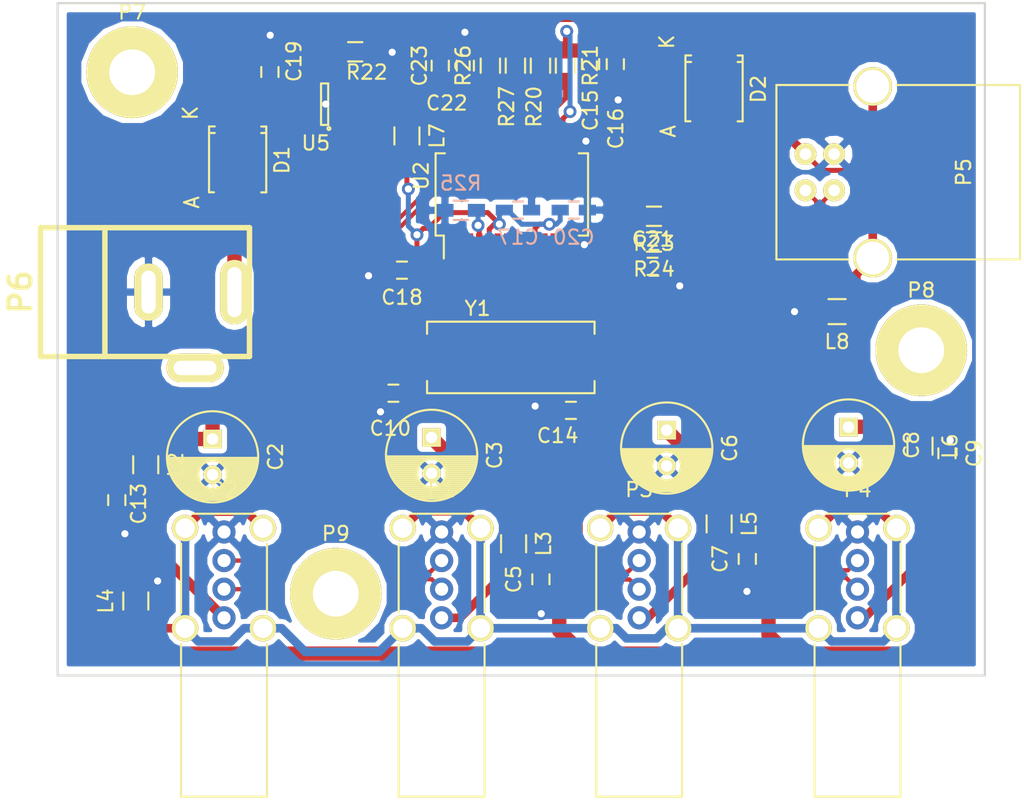
<source format=kicad_pcb>
(kicad_pcb (version 20160815) (host pcbnew no-vcs-found-undefined)

  (general
    (links 113)
    (no_connects 0)
    (area 111.557999 72.568999 176.478001 119.709001)
    (thickness 1.6)
    (drawings 4)
    (tracks 545)
    (zones 0)
    (modules 48)
    (nets 32)
  )

  (page A4)
  (layers
    (0 F.Cu signal)
    (31 B.Cu signal)
    (32 B.Adhes user)
    (33 F.Adhes user)
    (34 B.Paste user)
    (35 F.Paste user)
    (36 B.SilkS user)
    (37 F.SilkS user)
    (38 B.Mask user)
    (39 F.Mask user)
    (40 Dwgs.User user)
    (41 Cmts.User user)
    (42 Eco1.User user)
    (43 Eco2.User user)
    (44 Edge.Cuts user)
    (45 Margin user)
    (46 B.CrtYd user)
    (47 F.CrtYd user)
    (48 B.Fab user)
    (49 F.Fab user)
  )

  (setup
    (last_trace_width 0.35)
    (trace_clearance 0.2)
    (zone_clearance 0.35)
    (zone_45_only yes)
    (trace_min 0.3)
    (segment_width 0.2)
    (edge_width 0.15)
    (via_size 0.9)
    (via_drill 0.5)
    (via_min_size 0.9)
    (via_min_drill 0.5)
    (uvia_size 0.3)
    (uvia_drill 0.1)
    (uvias_allowed no)
    (uvia_min_size 0.2)
    (uvia_min_drill 0.1)
    (pcb_text_width 0.3)
    (pcb_text_size 1.5 1.5)
    (mod_edge_width 0.15)
    (mod_text_size 1 1)
    (mod_text_width 0.15)
    (pad_size 6 6)
    (pad_drill 3.048)
    (pad_to_mask_clearance 0.2)
    (aux_axis_origin 0 0)
    (visible_elements 7FFFFFFF)
    (pcbplotparams
      (layerselection 0x010f0_80000001)
      (usegerberextensions false)
      (excludeedgelayer true)
      (linewidth 0.100000)
      (plotframeref false)
      (viasonmask false)
      (mode 1)
      (useauxorigin false)
      (hpglpennumber 1)
      (hpglpenspeed 20)
      (hpglpendiameter 15)
      (psnegative false)
      (psa4output false)
      (plotreference true)
      (plotvalue true)
      (plotinvisibletext false)
      (padsonsilk false)
      (subtractmaskfromsilk false)
      (outputformat 1)
      (mirror false)
      (drillshape 0)
      (scaleselection 1)
      (outputdirectory /home/lacho/Desktop/))
  )

  (net 0 "")
  (net 1 GND)
  (net 2 D1+)
  (net 3 D1-)
  (net 4 D2+)
  (net 5 D2-)
  (net 6 D3-)
  (net 7 D3+)
  (net 8 D4-)
  (net 9 D4+)
  (net 10 "Net-(C13-Pad2)")
  (net 11 "Net-(L4-Pad1)")
  (net 12 "Net-(C5-Pad2)")
  (net 13 "Net-(C7-Pad2)")
  (net 14 "Net-(C9-Pad2)")
  (net 15 "Net-(C10-Pad1)")
  (net 16 "Net-(C14-Pad1)")
  (net 17 "Net-(R20-Pad2)")
  (net 18 "Net-(R21-Pad2)")
  (net 19 "Net-(C21-Pad1)")
  (net 20 "Net-(R22-Pad1)")
  (net 21 "Net-(R25-Pad1)")
  (net 22 "Net-(R26-Pad1)")
  (net 23 "Net-(L8-Pad1)")
  (net 24 D0+)
  (net 25 D0-)
  (net 26 /5V)
  (net 27 /V33)
  (net 28 /AVDD)
  (net 29 /5V-DP)
  (net 30 "Net-(D1-Pad2)")
  (net 31 /5V-IN-USB)

  (net_class Default "This is the default net class."
    (clearance 0.2)
    (trace_width 0.35)
    (via_dia 0.9)
    (via_drill 0.5)
    (uvia_dia 0.3)
    (uvia_drill 0.1)
    (diff_pair_gap 0.25)
    (diff_pair_width 0.2)
    (add_net /5V)
    (add_net /5V-DP)
    (add_net /5V-IN-USB)
    (add_net /AVDD)
    (add_net /V33)
    (add_net D0+)
    (add_net D0-)
    (add_net GND)
    (add_net "Net-(C10-Pad1)")
    (add_net "Net-(C14-Pad1)")
    (add_net "Net-(C21-Pad1)")
    (add_net "Net-(C5-Pad2)")
    (add_net "Net-(C7-Pad2)")
    (add_net "Net-(C9-Pad2)")
    (add_net "Net-(D1-Pad2)")
    (add_net "Net-(L4-Pad1)")
    (add_net "Net-(L8-Pad1)")
    (add_net "Net-(R20-Pad2)")
    (add_net "Net-(R21-Pad2)")
    (add_net "Net-(R22-Pad1)")
    (add_net "Net-(R25-Pad1)")
    (add_net "Net-(R26-Pad1)")
  )

  (net_class 5V-DP ""
    (clearance 0.2)
    (trace_width 0.35)
    (via_dia 0.9)
    (via_drill 0.5)
    (uvia_dia 0.3)
    (uvia_drill 0.1)
    (diff_pair_gap 0.25)
    (diff_pair_width 0.2)
  )

  (net_class "USB Conn Power" ""
    (clearance 0.2)
    (trace_width 0.7)
    (via_dia 0.9)
    (via_drill 0.5)
    (uvia_dia 0.3)
    (uvia_drill 0.1)
    (diff_pair_gap 0.25)
    (diff_pair_width 0.2)
    (add_net "Net-(C13-Pad2)")
  )

  (net_class "USB Differential" ""
    (clearance 0.2)
    (trace_width 0.3)
    (via_dia 0.9)
    (via_drill 0.5)
    (uvia_dia 0.3)
    (uvia_drill 0.1)
    (diff_pair_gap 0.25)
    (diff_pair_width 0.2)
    (add_net D1+)
    (add_net D1-)
    (add_net D2+)
    (add_net D2-)
    (add_net D3+)
    (add_net D3-)
    (add_net D4+)
    (add_net D4-)
  )

  (net_class "USB Overcurrent" ""
    (clearance 0.2)
    (trace_width 0.3)
    (via_dia 0.9)
    (via_drill 0.5)
    (uvia_dia 0.3)
    (uvia_drill 0.1)
    (diff_pair_gap 0.25)
    (diff_pair_width 0.2)
  )

  (net_class "USB Power On" ""
    (clearance 0.2)
    (trace_width 0.3)
    (via_dia 0.9)
    (via_drill 0.5)
    (uvia_dia 0.3)
    (uvia_drill 0.1)
    (diff_pair_gap 0.25)
    (diff_pair_width 0.2)
  )

  (module Resistors_SMD:R_0603_HandSoldering (layer B.Cu) (tedit 5418A00F) (tstamp 57E87A21)
    (at 139.787569 87.122 180)
    (descr "Resistor SMD 0603, hand soldering")
    (tags "resistor 0603")
    (path /57C1D3FE)
    (attr smd)
    (fp_text reference R25 (at 0 1.9 180) (layer B.SilkS)
      (effects (font (size 1 1) (thickness 0.15)) (justify mirror))
    )
    (fp_text value 680R/1% (at -0.166431 1.397 180) (layer B.Fab)
      (effects (font (size 1 1) (thickness 0.15)) (justify mirror))
    )
    (fp_line (start -2 0.8) (end 2 0.8) (layer B.CrtYd) (width 0.05))
    (fp_line (start -2 -0.8) (end 2 -0.8) (layer B.CrtYd) (width 0.05))
    (fp_line (start -2 0.8) (end -2 -0.8) (layer B.CrtYd) (width 0.05))
    (fp_line (start 2 0.8) (end 2 -0.8) (layer B.CrtYd) (width 0.05))
    (fp_line (start 0.5 -0.675) (end -0.5 -0.675) (layer B.SilkS) (width 0.15))
    (fp_line (start -0.5 0.675) (end 0.5 0.675) (layer B.SilkS) (width 0.15))
    (pad 1 smd rect (at -1.1 0 180) (size 1.2 0.9) (layers B.Cu B.Paste B.Mask)
      (net 21 "Net-(R25-Pad1)"))
    (pad 2 smd rect (at 1.1 0 180) (size 1.2 0.9) (layers B.Cu B.Paste B.Mask)
      (net 1 GND))
    (model Resistors_SMD.3dshapes/R_0603_HandSoldering.wrl
      (at (xyz 0 0 0))
      (scale (xyz 1 1 1))
      (rotate (xyz 0 0 0))
    )
  )

  (module Capacitors_SMD:C_0603_HandSoldering (layer B.Cu) (tedit 541A9B4D) (tstamp 57E87A16)
    (at 147.687569 87.104383)
    (descr "Capacitor SMD 0603, hand soldering")
    (tags "capacitor 0603")
    (path /57C19D6A)
    (attr smd)
    (fp_text reference C20 (at 0 1.9) (layer B.SilkS)
      (effects (font (size 1 1) (thickness 0.15)) (justify mirror))
    )
    (fp_text value 100nF (at 2.299431 -1.379383) (layer B.Fab)
      (effects (font (size 1 1) (thickness 0.15)) (justify mirror))
    )
    (fp_line (start -1.85 0.75) (end 1.85 0.75) (layer B.CrtYd) (width 0.05))
    (fp_line (start -1.85 -0.75) (end 1.85 -0.75) (layer B.CrtYd) (width 0.05))
    (fp_line (start -1.85 0.75) (end -1.85 -0.75) (layer B.CrtYd) (width 0.05))
    (fp_line (start 1.85 0.75) (end 1.85 -0.75) (layer B.CrtYd) (width 0.05))
    (fp_line (start -0.35 0.6) (end 0.35 0.6) (layer B.SilkS) (width 0.15))
    (fp_line (start 0.35 -0.6) (end -0.35 -0.6) (layer B.SilkS) (width 0.15))
    (pad 1 smd rect (at -0.95 0) (size 1.2 0.75) (layers B.Cu B.Paste B.Mask)
      (net 28 /AVDD))
    (pad 2 smd rect (at 0.95 0) (size 1.2 0.75) (layers B.Cu B.Paste B.Mask)
      (net 1 GND))
    (model Capacitors_SMD.3dshapes/C_0603_HandSoldering.wrl
      (at (xyz 0 0 0))
      (scale (xyz 1 1 1))
      (rotate (xyz 0 0 0))
    )
  )

  (module Capacitors_SMD:C_0603_HandSoldering (layer B.Cu) (tedit 541A9B4D) (tstamp 57E87A0B)
    (at 143.787569 87.104383)
    (descr "Capacitor SMD 0603, hand soldering")
    (tags "capacitor 0603")
    (path /57C19C01)
    (attr smd)
    (fp_text reference C17 (at 0 1.9) (layer B.SilkS)
      (effects (font (size 1 1) (thickness 0.15)) (justify mirror))
    )
    (fp_text value 100nF (at 1.754431 -1.379383) (layer B.Fab)
      (effects (font (size 1 1) (thickness 0.15)) (justify mirror))
    )
    (fp_line (start -1.85 0.75) (end 1.85 0.75) (layer B.CrtYd) (width 0.05))
    (fp_line (start -1.85 -0.75) (end 1.85 -0.75) (layer B.CrtYd) (width 0.05))
    (fp_line (start -1.85 0.75) (end -1.85 -0.75) (layer B.CrtYd) (width 0.05))
    (fp_line (start 1.85 0.75) (end 1.85 -0.75) (layer B.CrtYd) (width 0.05))
    (fp_line (start -0.35 0.6) (end 0.35 0.6) (layer B.SilkS) (width 0.15))
    (fp_line (start 0.35 -0.6) (end -0.35 -0.6) (layer B.SilkS) (width 0.15))
    (pad 1 smd rect (at -0.95 0) (size 1.2 0.75) (layers B.Cu B.Paste B.Mask)
      (net 28 /AVDD))
    (pad 2 smd rect (at 0.95 0) (size 1.2 0.75) (layers B.Cu B.Paste B.Mask)
      (net 1 GND))
    (model Capacitors_SMD.3dshapes/C_0603_HandSoldering.wrl
      (at (xyz 0 0 0))
      (scale (xyz 1 1 1))
      (rotate (xyz 0 0 0))
    )
  )

  (module Resistors_SMD:R_0805_HandSoldering (layer F.Cu) (tedit 54189DEE) (tstamp 57E87A00)
    (at 117.094 114.427 90)
    (descr "Resistor SMD 0805, hand soldering")
    (tags "resistor 0805")
    (path /5727D164)
    (attr smd)
    (fp_text reference L4 (at 0 -2.1 90) (layer F.SilkS)
      (effects (font (size 1 1) (thickness 0.15)))
    )
    (fp_text value 600R/2A (at 1.397 -1.778 90) (layer F.Fab)
      (effects (font (size 1 1) (thickness 0.15)))
    )
    (fp_line (start -2.4 -1) (end 2.4 -1) (layer F.CrtYd) (width 0.05))
    (fp_line (start -2.4 1) (end 2.4 1) (layer F.CrtYd) (width 0.05))
    (fp_line (start -2.4 -1) (end -2.4 1) (layer F.CrtYd) (width 0.05))
    (fp_line (start 2.4 -1) (end 2.4 1) (layer F.CrtYd) (width 0.05))
    (fp_line (start 0.6 0.875) (end -0.6 0.875) (layer F.SilkS) (width 0.15))
    (fp_line (start -0.6 -0.875) (end 0.6 -0.875) (layer F.SilkS) (width 0.15))
    (pad 1 smd rect (at -1.35 0 90) (size 1.5 1.3) (layers F.Cu F.Paste F.Mask)
      (net 11 "Net-(L4-Pad1)"))
    (pad 2 smd rect (at 1.35 0 90) (size 1.5 1.3) (layers F.Cu F.Paste F.Mask)
      (net 1 GND))
    (model Resistors_SMD.3dshapes/R_0805_HandSoldering.wrl
      (at (xyz 0 0 0))
      (scale (xyz 1 1 1))
      (rotate (xyz 0 0 0))
    )
  )

  (module Resistors_SMD:R_0603_HandSoldering (layer F.Cu) (tedit 58275D1D) (tstamp 57E879F5)
    (at 143.608981 77.012433 270)
    (descr "Resistor SMD 0603, hand soldering")
    (tags "resistor 0603")
    (path /57C228DF)
    (attr smd)
    (fp_text reference R27 (at 2.870567 0.606981 270) (layer F.SilkS)
      (effects (font (size 1 1) (thickness 0.15)))
    )
    (fp_text value 5.1k (at -3.75 0 270) (layer F.Fab) hide
      (effects (font (size 1 1) (thickness 0.15)))
    )
    (fp_line (start -2 -0.8) (end 2 -0.8) (layer F.CrtYd) (width 0.05))
    (fp_line (start -2 0.8) (end 2 0.8) (layer F.CrtYd) (width 0.05))
    (fp_line (start -2 -0.8) (end -2 0.8) (layer F.CrtYd) (width 0.05))
    (fp_line (start 2 -0.8) (end 2 0.8) (layer F.CrtYd) (width 0.05))
    (fp_line (start 0.5 0.675) (end -0.5 0.675) (layer F.SilkS) (width 0.15))
    (fp_line (start -0.5 -0.675) (end 0.5 -0.675) (layer F.SilkS) (width 0.15))
    (pad 1 smd rect (at -1.1 0 270) (size 1.2 0.9) (layers F.Cu F.Paste F.Mask)
      (net 29 /5V-DP))
    (pad 2 smd rect (at 1.1 0 270) (size 1.2 0.9) (layers F.Cu F.Paste F.Mask)
      (net 22 "Net-(R26-Pad1)"))
    (model Resistors_SMD.3dshapes/R_0603_HandSoldering.wrl
      (at (xyz 0 0 0))
      (scale (xyz 1 1 1))
      (rotate (xyz 0 0 0))
    )
  )

  (module Resistors_SMD:R_0603_HandSoldering (layer F.Cu) (tedit 58275D23) (tstamp 57E879EA)
    (at 147.108981 77.012433 270)
    (descr "Resistor SMD 0603, hand soldering")
    (tags "resistor 0603")
    (path /57C17A3A)
    (attr smd)
    (fp_text reference R21 (at 0 -1.735019 270) (layer F.SilkS)
      (effects (font (size 1 1) (thickness 0.15)))
    )
    (fp_text value 10k (at -3.4 0 270) (layer F.Fab) hide
      (effects (font (size 1 1) (thickness 0.15)))
    )
    (fp_line (start -2 -0.8) (end 2 -0.8) (layer F.CrtYd) (width 0.05))
    (fp_line (start -2 0.8) (end 2 0.8) (layer F.CrtYd) (width 0.05))
    (fp_line (start -2 -0.8) (end -2 0.8) (layer F.CrtYd) (width 0.05))
    (fp_line (start 2 -0.8) (end 2 0.8) (layer F.CrtYd) (width 0.05))
    (fp_line (start 0.5 0.675) (end -0.5 0.675) (layer F.SilkS) (width 0.15))
    (fp_line (start -0.5 -0.675) (end 0.5 -0.675) (layer F.SilkS) (width 0.15))
    (pad 1 smd rect (at -1.1 0 270) (size 1.2 0.9) (layers F.Cu F.Paste F.Mask)
      (net 27 /V33))
    (pad 2 smd rect (at 1.1 0 270) (size 1.2 0.9) (layers F.Cu F.Paste F.Mask)
      (net 18 "Net-(R21-Pad2)"))
    (model Resistors_SMD.3dshapes/R_0603_HandSoldering.wrl
      (at (xyz 0 0 0))
      (scale (xyz 1 1 1))
      (rotate (xyz 0 0 0))
    )
  )

  (module Resistors_SMD:R_0603_HandSoldering (layer F.Cu) (tedit 58275D20) (tstamp 57E879DF)
    (at 145.358981 77.012433 270)
    (descr "Resistor SMD 0603, hand soldering")
    (tags "resistor 0603")
    (path /57C1787F)
    (attr smd)
    (fp_text reference R20 (at 2.870567 0.451981 270) (layer F.SilkS)
      (effects (font (size 1 1) (thickness 0.15)))
    )
    (fp_text value 47k (at -3.4 0 270) (layer F.Fab) hide
      (effects (font (size 1 1) (thickness 0.15)))
    )
    (fp_line (start -2 -0.8) (end 2 -0.8) (layer F.CrtYd) (width 0.05))
    (fp_line (start -2 0.8) (end 2 0.8) (layer F.CrtYd) (width 0.05))
    (fp_line (start -2 -0.8) (end -2 0.8) (layer F.CrtYd) (width 0.05))
    (fp_line (start 2 -0.8) (end 2 0.8) (layer F.CrtYd) (width 0.05))
    (fp_line (start 0.5 0.675) (end -0.5 0.675) (layer F.SilkS) (width 0.15))
    (fp_line (start -0.5 -0.675) (end 0.5 -0.675) (layer F.SilkS) (width 0.15))
    (pad 1 smd rect (at -1.1 0 270) (size 1.2 0.9) (layers F.Cu F.Paste F.Mask)
      (net 27 /V33))
    (pad 2 smd rect (at 1.1 0 270) (size 1.2 0.9) (layers F.Cu F.Paste F.Mask)
      (net 17 "Net-(R20-Pad2)"))
    (model Resistors_SMD.3dshapes/R_0603_HandSoldering.wrl
      (at (xyz 0 0 0))
      (scale (xyz 1 1 1))
      (rotate (xyz 0 0 0))
    )
  )

  (module Capacitors_SMD:C_0603_HandSoldering (layer F.Cu) (tedit 541A9B4D) (tstamp 57E879D4)
    (at 150.587569 76.904383 270)
    (descr "Capacitor SMD 0603, hand soldering")
    (tags "capacitor 0603")
    (path /57C1BC3D)
    (attr smd)
    (fp_text reference C16 (at 4.502617 -0.034431 270) (layer F.SilkS)
      (effects (font (size 1 1) (thickness 0.15)))
    )
    (fp_text value 10uF/6.3V (at 1.327617 -1.685431 270) (layer F.Fab)
      (effects (font (size 1 1) (thickness 0.15)))
    )
    (fp_line (start -1.85 -0.75) (end 1.85 -0.75) (layer F.CrtYd) (width 0.05))
    (fp_line (start -1.85 0.75) (end 1.85 0.75) (layer F.CrtYd) (width 0.05))
    (fp_line (start -1.85 -0.75) (end -1.85 0.75) (layer F.CrtYd) (width 0.05))
    (fp_line (start 1.85 -0.75) (end 1.85 0.75) (layer F.CrtYd) (width 0.05))
    (fp_line (start -0.35 -0.6) (end 0.35 -0.6) (layer F.SilkS) (width 0.15))
    (fp_line (start 0.35 0.6) (end -0.35 0.6) (layer F.SilkS) (width 0.15))
    (pad 1 smd rect (at -0.95 0 270) (size 1.2 0.75) (layers F.Cu F.Paste F.Mask)
      (net 27 /V33))
    (pad 2 smd rect (at 0.95 0 270) (size 1.2 0.75) (layers F.Cu F.Paste F.Mask)
      (net 1 GND))
    (model Capacitors_SMD.3dshapes/C_0603_HandSoldering.wrl
      (at (xyz 0 0 0))
      (scale (xyz 1 1 1))
      (rotate (xyz 0 0 0))
    )
  )

  (module Capacitors_SMD:C_0603_HandSoldering (layer F.Cu) (tedit 58275D26) (tstamp 57E879C9)
    (at 148.858981 76.904383 270)
    (descr "Capacitor SMD 0603, hand soldering")
    (tags "capacitor 0603")
    (path /57C1BB00)
    (attr smd)
    (fp_text reference C15 (at 3.232617 0.014981 270) (layer F.SilkS)
      (effects (font (size 1 1) (thickness 0.15)))
    )
    (fp_text value 100nF (at -4.3 0 270) (layer F.Fab) hide
      (effects (font (size 1 1) (thickness 0.15)))
    )
    (fp_line (start -1.85 -0.75) (end 1.85 -0.75) (layer F.CrtYd) (width 0.05))
    (fp_line (start -1.85 0.75) (end 1.85 0.75) (layer F.CrtYd) (width 0.05))
    (fp_line (start -1.85 -0.75) (end -1.85 0.75) (layer F.CrtYd) (width 0.05))
    (fp_line (start 1.85 -0.75) (end 1.85 0.75) (layer F.CrtYd) (width 0.05))
    (fp_line (start -0.35 -0.6) (end 0.35 -0.6) (layer F.SilkS) (width 0.15))
    (fp_line (start 0.35 0.6) (end -0.35 0.6) (layer F.SilkS) (width 0.15))
    (pad 1 smd rect (at -0.95 0 270) (size 1.2 0.75) (layers F.Cu F.Paste F.Mask)
      (net 27 /V33))
    (pad 2 smd rect (at 0.95 0 270) (size 1.2 0.75) (layers F.Cu F.Paste F.Mask)
      (net 1 GND))
    (model Capacitors_SMD.3dshapes/C_0603_HandSoldering.wrl
      (at (xyz 0 0 0))
      (scale (xyz 1 1 1))
      (rotate (xyz 0 0 0))
    )
  )

  (module Capacitors_SMD:C_0603_HandSoldering (layer F.Cu) (tedit 541A9B4D) (tstamp 57E8799E)
    (at 135.687569 91.304383 180)
    (descr "Capacitor SMD 0603, hand soldering")
    (tags "capacitor 0603")
    (path /57C19CFB)
    (attr smd)
    (fp_text reference C18 (at 0 -1.9 180) (layer F.SilkS)
      (effects (font (size 1 1) (thickness 0.15)))
    )
    (fp_text value 100nF (at 0.686569 -1.532617 180) (layer F.Fab)
      (effects (font (size 1 1) (thickness 0.15)))
    )
    (fp_line (start -1.85 -0.75) (end 1.85 -0.75) (layer F.CrtYd) (width 0.05))
    (fp_line (start -1.85 0.75) (end 1.85 0.75) (layer F.CrtYd) (width 0.05))
    (fp_line (start -1.85 -0.75) (end -1.85 0.75) (layer F.CrtYd) (width 0.05))
    (fp_line (start 1.85 -0.75) (end 1.85 0.75) (layer F.CrtYd) (width 0.05))
    (fp_line (start -0.35 -0.6) (end 0.35 -0.6) (layer F.SilkS) (width 0.15))
    (fp_line (start 0.35 0.6) (end -0.35 0.6) (layer F.SilkS) (width 0.15))
    (pad 1 smd rect (at -0.95 0 180) (size 1.2 0.75) (layers F.Cu F.Paste F.Mask)
      (net 28 /AVDD))
    (pad 2 smd rect (at 0.95 0 180) (size 1.2 0.75) (layers F.Cu F.Paste F.Mask)
      (net 1 GND))
    (model Capacitors_SMD.3dshapes/C_0603_HandSoldering.wrl
      (at (xyz 0 0 0))
      (scale (xyz 1 1 1))
      (rotate (xyz 0 0 0))
    )
  )

  (module Resistors_SMD:R_0805_HandSoldering (layer F.Cu) (tedit 54189DEE) (tstamp 57E87993)
    (at 136.032269 81.921143 270)
    (descr "Resistor SMD 0805, hand soldering")
    (tags "resistor 0805")
    (path /57C1B0C9)
    (attr smd)
    (fp_text reference L7 (at 0 -2.1 270) (layer F.SilkS)
      (effects (font (size 1 1) (thickness 0.15)))
    )
    (fp_text value 600R/2A (at 1.390857 1.793269 270) (layer F.Fab)
      (effects (font (size 1 1) (thickness 0.15)))
    )
    (fp_line (start -2.4 -1) (end 2.4 -1) (layer F.CrtYd) (width 0.05))
    (fp_line (start -2.4 1) (end 2.4 1) (layer F.CrtYd) (width 0.05))
    (fp_line (start -2.4 -1) (end -2.4 1) (layer F.CrtYd) (width 0.05))
    (fp_line (start 2.4 -1) (end 2.4 1) (layer F.CrtYd) (width 0.05))
    (fp_line (start 0.6 0.875) (end -0.6 0.875) (layer F.SilkS) (width 0.15))
    (fp_line (start -0.6 -0.875) (end 0.6 -0.875) (layer F.SilkS) (width 0.15))
    (pad 1 smd rect (at -1.35 0 270) (size 1.5 1.3) (layers F.Cu F.Paste F.Mask)
      (net 27 /V33))
    (pad 2 smd rect (at 1.35 0 270) (size 1.5 1.3) (layers F.Cu F.Paste F.Mask)
      (net 28 /AVDD))
    (model Resistors_SMD.3dshapes/R_0805_HandSoldering.wrl
      (at (xyz 0 0 0))
      (scale (xyz 1 1 1))
      (rotate (xyz 0 0 0))
    )
  )

  (module Capacitors_SMD:C_0603_HandSoldering (layer F.Cu) (tedit 58275D0E) (tstamp 57E87988)
    (at 138.358981 77.012433 90)
    (descr "Capacitor SMD 0603, hand soldering")
    (tags "capacitor 0603")
    (path /57C187BE)
    (attr smd)
    (fp_text reference C23 (at 0 -1.452981 90) (layer F.SilkS)
      (effects (font (size 1 1) (thickness 0.15)))
    )
    (fp_text value 100nF (at 4.368433 -0.055981 90) (layer F.Fab) hide
      (effects (font (size 1 1) (thickness 0.15)))
    )
    (fp_line (start -1.85 -0.75) (end 1.85 -0.75) (layer F.CrtYd) (width 0.05))
    (fp_line (start -1.85 0.75) (end 1.85 0.75) (layer F.CrtYd) (width 0.05))
    (fp_line (start -1.85 -0.75) (end -1.85 0.75) (layer F.CrtYd) (width 0.05))
    (fp_line (start 1.85 -0.75) (end 1.85 0.75) (layer F.CrtYd) (width 0.05))
    (fp_line (start -0.35 -0.6) (end 0.35 -0.6) (layer F.SilkS) (width 0.15))
    (fp_line (start 0.35 0.6) (end -0.35 0.6) (layer F.SilkS) (width 0.15))
    (pad 1 smd rect (at -0.95 0 90) (size 1.2 0.75) (layers F.Cu F.Paste F.Mask)
      (net 29 /5V-DP))
    (pad 2 smd rect (at 0.95 0 90) (size 1.2 0.75) (layers F.Cu F.Paste F.Mask)
      (net 1 GND))
    (model Capacitors_SMD.3dshapes/C_0603_HandSoldering.wrl
      (at (xyz 0 0 0))
      (scale (xyz 1 1 1))
      (rotate (xyz 0 0 0))
    )
  )

  (module Capacitors_SMD:C_0603_HandSoldering (layer F.Cu) (tedit 58275D11) (tstamp 57E8797D)
    (at 140.108981 77.012433 90)
    (descr "Capacitor SMD 0603, hand soldering")
    (tags "capacitor 0603")
    (path /57C18370)
    (attr smd)
    (fp_text reference C22 (at -2.616567 -1.297981 180) (layer F.SilkS)
      (effects (font (size 1 1) (thickness 0.15)))
    )
    (fp_text value 10uF/6.3V (at 6 0 90) (layer F.Fab) hide
      (effects (font (size 1 1) (thickness 0.15)))
    )
    (fp_line (start -1.85 -0.75) (end 1.85 -0.75) (layer F.CrtYd) (width 0.05))
    (fp_line (start -1.85 0.75) (end 1.85 0.75) (layer F.CrtYd) (width 0.05))
    (fp_line (start -1.85 -0.75) (end -1.85 0.75) (layer F.CrtYd) (width 0.05))
    (fp_line (start 1.85 -0.75) (end 1.85 0.75) (layer F.CrtYd) (width 0.05))
    (fp_line (start -0.35 -0.6) (end 0.35 -0.6) (layer F.SilkS) (width 0.15))
    (fp_line (start 0.35 0.6) (end -0.35 0.6) (layer F.SilkS) (width 0.15))
    (pad 1 smd rect (at -0.95 0 90) (size 1.2 0.75) (layers F.Cu F.Paste F.Mask)
      (net 29 /5V-DP))
    (pad 2 smd rect (at 0.95 0 90) (size 1.2 0.75) (layers F.Cu F.Paste F.Mask)
      (net 1 GND))
    (model Capacitors_SMD.3dshapes/C_0603_HandSoldering.wrl
      (at (xyz 0 0 0))
      (scale (xyz 1 1 1))
      (rotate (xyz 0 0 0))
    )
  )

  (module Resistors_SMD:R_0603_HandSoldering (layer F.Cu) (tedit 58275D1A) (tstamp 57E87972)
    (at 141.858981 77.012433 90)
    (descr "Resistor SMD 0603, hand soldering")
    (tags "resistor 0603")
    (path /57C227D1)
    (attr smd)
    (fp_text reference R26 (at 0 -1.9 90) (layer F.SilkS)
      (effects (font (size 1 1) (thickness 0.15)))
    )
    (fp_text value 10k (at 3.5 0 90) (layer F.Fab) hide
      (effects (font (size 1 1) (thickness 0.15)))
    )
    (fp_line (start -2 -0.8) (end 2 -0.8) (layer F.CrtYd) (width 0.05))
    (fp_line (start -2 0.8) (end 2 0.8) (layer F.CrtYd) (width 0.05))
    (fp_line (start -2 -0.8) (end -2 0.8) (layer F.CrtYd) (width 0.05))
    (fp_line (start 2 -0.8) (end 2 0.8) (layer F.CrtYd) (width 0.05))
    (fp_line (start 0.5 0.675) (end -0.5 0.675) (layer F.SilkS) (width 0.15))
    (fp_line (start -0.5 -0.675) (end 0.5 -0.675) (layer F.SilkS) (width 0.15))
    (pad 1 smd rect (at -1.1 0 90) (size 1.2 0.9) (layers F.Cu F.Paste F.Mask)
      (net 22 "Net-(R26-Pad1)"))
    (pad 2 smd rect (at 1.1 0 90) (size 1.2 0.9) (layers F.Cu F.Paste F.Mask)
      (net 1 GND))
    (model Resistors_SMD.3dshapes/R_0603_HandSoldering.wrl
      (at (xyz 0 0 0))
      (scale (xyz 1 1 1))
      (rotate (xyz 0 0 0))
    )
  )

  (module Housings_SSOP:SSOP-28_5.3x10.2mm_Pitch0.65mm (layer F.Cu) (tedit 58275B9A) (tstamp 57E87943)
    (at 143.358981 86.012433 90)
    (descr "28-Lead Plastic Shrink Small Outline (SS)-5.30 mm Body [SSOP] (see Microchip Packaging Specification 00000049BS.pdf)")
    (tags "SSOP 0.65")
    (path /57C13BF8)
    (attr smd)
    (fp_text reference U2 (at 1.303433 -6.325981 90) (layer F.SilkS)
      (effects (font (size 1 1) (thickness 0.15)))
    )
    (fp_text value GL850G (at 0 6.25 90) (layer F.Fab) hide
      (effects (font (size 1 1) (thickness 0.15)))
    )
    (fp_circle (center -2 -4.5) (end -2.25 -4.5) (layer F.Fab) (width 0.15))
    (fp_line (start -2.7 5.1) (end -2.7 -5.1) (layer F.Fab) (width 0.15))
    (fp_line (start 2.7 5.1) (end -2.7 5.1) (layer F.Fab) (width 0.15))
    (fp_line (start 2.7 -5.1) (end 2.7 5.1) (layer F.Fab) (width 0.15))
    (fp_line (start -2.7 -5.1) (end 2.7 -5.1) (layer F.Fab) (width 0.15))
    (fp_line (start -4.75 -5.5) (end -4.75 5.5) (layer F.CrtYd) (width 0.05))
    (fp_line (start 4.75 -5.5) (end 4.75 5.5) (layer F.CrtYd) (width 0.05))
    (fp_line (start -4.75 -5.5) (end 4.75 -5.5) (layer F.CrtYd) (width 0.05))
    (fp_line (start -4.75 5.5) (end 4.75 5.5) (layer F.CrtYd) (width 0.05))
    (fp_line (start -2.875 -5.325) (end -2.875 -4.75) (layer F.SilkS) (width 0.15))
    (fp_line (start 2.875 -5.325) (end 2.875 -4.675) (layer F.SilkS) (width 0.15))
    (fp_line (start 2.875 5.325) (end 2.875 4.675) (layer F.SilkS) (width 0.15))
    (fp_line (start -2.875 5.325) (end -2.875 4.675) (layer F.SilkS) (width 0.15))
    (fp_line (start -2.875 -5.325) (end 2.875 -5.325) (layer F.SilkS) (width 0.15))
    (fp_line (start -2.875 5.325) (end 2.875 5.325) (layer F.SilkS) (width 0.15))
    (fp_line (start -2.875 -4.75) (end -4.475 -4.75) (layer F.SilkS) (width 0.15))
    (pad 1 smd rect (at -3.6 -4.225 90) (size 1.75 0.45) (layers F.Cu F.Paste F.Mask)
      (net 28 /AVDD))
    (pad 2 smd rect (at -3.6 -3.575 90) (size 1.75 0.45) (layers F.Cu F.Paste F.Mask)
      (net 5 D2-))
    (pad 3 smd rect (at -3.6 -2.925 90) (size 1.75 0.45) (layers F.Cu F.Paste F.Mask)
      (net 4 D2+))
    (pad 4 smd rect (at -3.6 -2.275 90) (size 1.75 0.45) (layers F.Cu F.Paste F.Mask)
      (net 21 "Net-(R25-Pad1)"))
    (pad 5 smd rect (at -3.6 -1.625 90) (size 1.75 0.45) (layers F.Cu F.Paste F.Mask)
      (net 28 /AVDD))
    (pad 6 smd rect (at -3.6 -0.975 90) (size 1.75 0.45) (layers F.Cu F.Paste F.Mask)
      (net 15 "Net-(C10-Pad1)"))
    (pad 7 smd rect (at -3.6 -0.325 90) (size 1.75 0.45) (layers F.Cu F.Paste F.Mask)
      (net 16 "Net-(C14-Pad1)"))
    (pad 8 smd rect (at -3.6 0.325 90) (size 1.75 0.45) (layers F.Cu F.Paste F.Mask)
      (net 6 D3-))
    (pad 9 smd rect (at -3.6 0.975 90) (size 1.75 0.45) (layers F.Cu F.Paste F.Mask)
      (net 7 D3+))
    (pad 10 smd rect (at -3.6 1.625 90) (size 1.75 0.45) (layers F.Cu F.Paste F.Mask)
      (net 28 /AVDD))
    (pad 11 smd rect (at -3.6 2.275 90) (size 1.75 0.45) (layers F.Cu F.Paste F.Mask)
      (net 8 D4-))
    (pad 12 smd rect (at -3.6 2.925 90) (size 1.75 0.45) (layers F.Cu F.Paste F.Mask)
      (net 9 D4+))
    (pad 13 smd rect (at -3.6 3.575 90) (size 1.75 0.45) (layers F.Cu F.Paste F.Mask)
      (net 19 "Net-(C21-Pad1)"))
    (pad 14 smd rect (at -3.6 4.225 90) (size 1.75 0.45) (layers F.Cu F.Paste F.Mask)
      (net 1 GND))
    (pad 15 smd rect (at 3.6 4.225 90) (size 1.75 0.45) (layers F.Cu F.Paste F.Mask)
      (net 1 GND))
    (pad 16 smd rect (at 3.6 3.575 90) (size 1.75 0.45) (layers F.Cu F.Paste F.Mask)
      (net 27 /V33))
    (pad 17 smd rect (at 3.6 2.925 90) (size 1.75 0.45) (layers F.Cu F.Paste F.Mask)
      (net 18 "Net-(R21-Pad2)"))
    (pad 18 smd rect (at 3.6 2.275 90) (size 1.75 0.45) (layers F.Cu F.Paste F.Mask)
      (net 17 "Net-(R20-Pad2)"))
    (pad 19 smd rect (at 3.6 1.625 90) (size 1.75 0.45) (layers F.Cu F.Paste F.Mask))
    (pad 20 smd rect (at 3.6 0.975 90) (size 1.75 0.45) (layers F.Cu F.Paste F.Mask))
    (pad 21 smd rect (at 3.6 0.325 90) (size 1.75 0.45) (layers F.Cu F.Paste F.Mask)
      (net 22 "Net-(R26-Pad1)"))
    (pad 22 smd rect (at 3.6 -0.325 90) (size 1.75 0.45) (layers F.Cu F.Paste F.Mask))
    (pad 23 smd rect (at 3.6 -0.975 90) (size 1.75 0.45) (layers F.Cu F.Paste F.Mask)
      (net 29 /5V-DP))
    (pad 24 smd rect (at 3.6 -1.625 90) (size 1.75 0.45) (layers F.Cu F.Paste F.Mask)
      (net 27 /V33))
    (pad 25 smd rect (at 3.6 -2.275 90) (size 1.75 0.45) (layers F.Cu F.Paste F.Mask)
      (net 25 D0-))
    (pad 26 smd rect (at 3.6 -2.925 90) (size 1.75 0.45) (layers F.Cu F.Paste F.Mask)
      (net 24 D0+))
    (pad 27 smd rect (at 3.6 -3.575 90) (size 1.75 0.45) (layers F.Cu F.Paste F.Mask)
      (net 3 D1-))
    (pad 28 smd rect (at 3.6 -4.225 90) (size 1.75 0.45) (layers F.Cu F.Paste F.Mask)
      (net 2 D1+))
    (model Housings_SSOP.3dshapes/SSOP-28_5.3x10.2mm_Pitch0.65mm.wrl
      (at (xyz 0 0 0))
      (scale (xyz 1 1 1))
      (rotate (xyz 0 0 0))
    )
  )

  (module Capacitors_SMD:C_0603_HandSoldering (layer F.Cu) (tedit 541A9B4D) (tstamp 57E87938)
    (at 145.389629 112.909183 90)
    (descr "Capacitor SMD 0603, hand soldering")
    (tags "capacitor 0603")
    (path /57C116BF)
    (attr smd)
    (fp_text reference C5 (at 0 -1.9 90) (layer F.SilkS)
      (effects (font (size 1 1) (thickness 0.15)))
    )
    (fp_text value 0.1uF (at -2.533817 -1.371629 90) (layer F.Fab)
      (effects (font (size 1 1) (thickness 0.15)))
    )
    (fp_line (start -1.85 -0.75) (end 1.85 -0.75) (layer F.CrtYd) (width 0.05))
    (fp_line (start -1.85 0.75) (end 1.85 0.75) (layer F.CrtYd) (width 0.05))
    (fp_line (start -1.85 -0.75) (end -1.85 0.75) (layer F.CrtYd) (width 0.05))
    (fp_line (start 1.85 -0.75) (end 1.85 0.75) (layer F.CrtYd) (width 0.05))
    (fp_line (start -0.35 -0.6) (end 0.35 -0.6) (layer F.SilkS) (width 0.15))
    (fp_line (start 0.35 0.6) (end -0.35 0.6) (layer F.SilkS) (width 0.15))
    (pad 1 smd rect (at -0.95 0 90) (size 1.2 0.75) (layers F.Cu F.Paste F.Mask)
      (net 1 GND))
    (pad 2 smd rect (at 0.95 0 90) (size 1.2 0.75) (layers F.Cu F.Paste F.Mask)
      (net 12 "Net-(C5-Pad2)"))
    (model Capacitors_SMD.3dshapes/C_0603_HandSoldering.wrl
      (at (xyz 0 0 0))
      (scale (xyz 1 1 1))
      (rotate (xyz 0 0 0))
    )
  )

  (module Resistors_SMD:R_0805_HandSoldering (layer F.Cu) (tedit 54189DEE) (tstamp 57E8792D)
    (at 143.482089 110.426283 270)
    (descr "Resistor SMD 0805, hand soldering")
    (tags "resistor 0805")
    (path /57C116B7)
    (attr smd)
    (fp_text reference L3 (at 0 -2.1 270) (layer F.SilkS)
      (effects (font (size 1 1) (thickness 0.15)))
    )
    (fp_text value 600R/2A (at -6.159283 -0.281911 270) (layer F.Fab)
      (effects (font (size 1 1) (thickness 0.15)))
    )
    (fp_line (start -2.4 -1) (end 2.4 -1) (layer F.CrtYd) (width 0.05))
    (fp_line (start -2.4 1) (end 2.4 1) (layer F.CrtYd) (width 0.05))
    (fp_line (start -2.4 -1) (end -2.4 1) (layer F.CrtYd) (width 0.05))
    (fp_line (start 2.4 -1) (end 2.4 1) (layer F.CrtYd) (width 0.05))
    (fp_line (start 0.6 0.875) (end -0.6 0.875) (layer F.SilkS) (width 0.15))
    (fp_line (start -0.6 -0.875) (end 0.6 -0.875) (layer F.SilkS) (width 0.15))
    (pad 1 smd rect (at -1.35 0 270) (size 1.5 1.3) (layers F.Cu F.Paste F.Mask)
      (net 29 /5V-DP))
    (pad 2 smd rect (at 1.35 0 270) (size 1.5 1.3) (layers F.Cu F.Paste F.Mask)
      (net 12 "Net-(C5-Pad2)"))
    (model Resistors_SMD.3dshapes/R_0805_HandSoldering.wrl
      (at (xyz 0 0 0))
      (scale (xyz 1 1 1))
      (rotate (xyz 0 0 0))
    )
  )

  (module Capacitors_ThroughHole:C_Radial_D6.3_L11.2_P2.5 (layer F.Cu) (tedit 58275B58) (tstamp 57E87901)
    (at 137.755221 102.997 270)
    (descr "Radial Electrolytic Capacitor, Diameter 6.3mm x Length 11.2mm, Pitch 2.5mm")
    (tags "Electrolytic Capacitor")
    (path /57C116CE)
    (fp_text reference C3 (at 1.25 -4.4 270) (layer F.SilkS)
      (effects (font (size 1 1) (thickness 0.15)))
    )
    (fp_text value 100uF/16V/LOWESR/105C (at 1.75 1.25 270) (layer F.Fab) hide
      (effects (font (size 1 1) (thickness 0.15)))
    )
    (fp_line (start 1.325 -3.149) (end 1.325 3.149) (layer F.SilkS) (width 0.15))
    (fp_line (start 1.465 -3.143) (end 1.465 3.143) (layer F.SilkS) (width 0.15))
    (fp_line (start 1.605 -3.13) (end 1.605 -0.446) (layer F.SilkS) (width 0.15))
    (fp_line (start 1.605 0.446) (end 1.605 3.13) (layer F.SilkS) (width 0.15))
    (fp_line (start 1.745 -3.111) (end 1.745 -0.656) (layer F.SilkS) (width 0.15))
    (fp_line (start 1.745 0.656) (end 1.745 3.111) (layer F.SilkS) (width 0.15))
    (fp_line (start 1.885 -3.085) (end 1.885 -0.789) (layer F.SilkS) (width 0.15))
    (fp_line (start 1.885 0.789) (end 1.885 3.085) (layer F.SilkS) (width 0.15))
    (fp_line (start 2.025 -3.053) (end 2.025 -0.88) (layer F.SilkS) (width 0.15))
    (fp_line (start 2.025 0.88) (end 2.025 3.053) (layer F.SilkS) (width 0.15))
    (fp_line (start 2.165 -3.014) (end 2.165 -0.942) (layer F.SilkS) (width 0.15))
    (fp_line (start 2.165 0.942) (end 2.165 3.014) (layer F.SilkS) (width 0.15))
    (fp_line (start 2.305 -2.968) (end 2.305 -0.981) (layer F.SilkS) (width 0.15))
    (fp_line (start 2.305 0.981) (end 2.305 2.968) (layer F.SilkS) (width 0.15))
    (fp_line (start 2.445 -2.915) (end 2.445 -0.998) (layer F.SilkS) (width 0.15))
    (fp_line (start 2.445 0.998) (end 2.445 2.915) (layer F.SilkS) (width 0.15))
    (fp_line (start 2.585 -2.853) (end 2.585 -0.996) (layer F.SilkS) (width 0.15))
    (fp_line (start 2.585 0.996) (end 2.585 2.853) (layer F.SilkS) (width 0.15))
    (fp_line (start 2.725 -2.783) (end 2.725 -0.974) (layer F.SilkS) (width 0.15))
    (fp_line (start 2.725 0.974) (end 2.725 2.783) (layer F.SilkS) (width 0.15))
    (fp_line (start 2.865 -2.704) (end 2.865 -0.931) (layer F.SilkS) (width 0.15))
    (fp_line (start 2.865 0.931) (end 2.865 2.704) (layer F.SilkS) (width 0.15))
    (fp_line (start 3.005 -2.616) (end 3.005 -0.863) (layer F.SilkS) (width 0.15))
    (fp_line (start 3.005 0.863) (end 3.005 2.616) (layer F.SilkS) (width 0.15))
    (fp_line (start 3.145 -2.516) (end 3.145 -0.764) (layer F.SilkS) (width 0.15))
    (fp_line (start 3.145 0.764) (end 3.145 2.516) (layer F.SilkS) (width 0.15))
    (fp_line (start 3.285 -2.404) (end 3.285 -0.619) (layer F.SilkS) (width 0.15))
    (fp_line (start 3.285 0.619) (end 3.285 2.404) (layer F.SilkS) (width 0.15))
    (fp_line (start 3.425 -2.279) (end 3.425 -0.38) (layer F.SilkS) (width 0.15))
    (fp_line (start 3.425 0.38) (end 3.425 2.279) (layer F.SilkS) (width 0.15))
    (fp_line (start 3.565 -2.136) (end 3.565 2.136) (layer F.SilkS) (width 0.15))
    (fp_line (start 3.705 -1.974) (end 3.705 1.974) (layer F.SilkS) (width 0.15))
    (fp_line (start 3.845 -1.786) (end 3.845 1.786) (layer F.SilkS) (width 0.15))
    (fp_line (start 3.985 -1.563) (end 3.985 1.563) (layer F.SilkS) (width 0.15))
    (fp_line (start 4.125 -1.287) (end 4.125 1.287) (layer F.SilkS) (width 0.15))
    (fp_line (start 4.265 -0.912) (end 4.265 0.912) (layer F.SilkS) (width 0.15))
    (fp_circle (center 2.5 0) (end 2.5 -1) (layer F.SilkS) (width 0.15))
    (fp_circle (center 1.25 0) (end 1.25 -3.1875) (layer F.SilkS) (width 0.15))
    (fp_circle (center 1.25 0) (end 1.25 -3.4) (layer F.CrtYd) (width 0.05))
    (pad 2 thru_hole circle (at 2.5 0 270) (size 1.3 1.3) (drill 0.8) (layers *.Cu *.Mask F.SilkS)
      (net 1 GND))
    (pad 1 thru_hole rect (at 0 0 270) (size 1.3 1.3) (drill 0.8) (layers *.Cu *.Mask F.SilkS)
      (net 29 /5V-DP))
    (model Capacitors_ThroughHole.3dshapes/C_Radial_D6.3_L11.2_P2.5.wrl
      (at (xyz 0 0 0))
      (scale (xyz 1 1 1))
      (rotate (xyz 0 0 0))
    )
  )

  (module Crystals:Crystal_HC49-SD_SMD (layer F.Cu) (tedit 0) (tstamp 57E878F3)
    (at 143.287569 97.404383)
    (descr "Crystal Quarz HC49-SD SMD")
    (tags "Crystal Quarz HC49-SD SMD")
    (path /57C15F45)
    (attr smd)
    (fp_text reference Y1 (at -2.317569 -3.424383) (layer F.SilkS)
      (effects (font (size 1 1) (thickness 0.15)))
    )
    (fp_text value 12Mhz (at -0.920569 2.163617) (layer F.Fab)
      (effects (font (size 1 1) (thickness 0.15)))
    )
    (fp_circle (center 0 0) (end 0.8509 0) (layer F.Adhes) (width 0.381))
    (fp_circle (center 0 0) (end 0.50038 0) (layer F.Adhes) (width 0.381))
    (fp_circle (center 0 0) (end 0.14986 0.0508) (layer F.Adhes) (width 0.381))
    (fp_line (start -5.84962 2.49936) (end 5.84962 2.49936) (layer F.SilkS) (width 0.15))
    (fp_line (start 5.84962 -2.49936) (end -5.84962 -2.49936) (layer F.SilkS) (width 0.15))
    (fp_line (start 5.84962 2.49936) (end 5.84962 1.651) (layer F.SilkS) (width 0.15))
    (fp_line (start 5.84962 -2.49936) (end 5.84962 -1.651) (layer F.SilkS) (width 0.15))
    (fp_line (start -5.84962 2.49936) (end -5.84962 1.651) (layer F.SilkS) (width 0.15))
    (fp_line (start -5.84962 -2.49936) (end -5.84962 -1.651) (layer F.SilkS) (width 0.15))
    (pad 1 smd rect (at -4.84886 0) (size 5.6007 2.10058) (layers F.Cu F.Paste F.Mask)
      (net 15 "Net-(C10-Pad1)"))
    (pad 2 smd rect (at 4.84886 0) (size 5.6007 2.10058) (layers F.Cu F.Paste F.Mask)
      (net 16 "Net-(C14-Pad1)"))
  )

  (module Capacitors_ThroughHole:C_Radial_D6.3_L11.2_P2.5 (layer F.Cu) (tedit 58275B50) (tstamp 57E878C7)
    (at 154.178 102.489 270)
    (descr "Radial Electrolytic Capacitor, Diameter 6.3mm x Length 11.2mm, Pitch 2.5mm")
    (tags "Electrolytic Capacitor")
    (path /57C1212B)
    (fp_text reference C6 (at 1.25 -4.4 270) (layer F.SilkS)
      (effects (font (size 1 1) (thickness 0.15)))
    )
    (fp_text value 100uF/16V/LOWESR/105C (at 1.75 1.5 270) (layer F.Fab) hide
      (effects (font (size 1 1) (thickness 0.15)))
    )
    (fp_line (start 1.325 -3.149) (end 1.325 3.149) (layer F.SilkS) (width 0.15))
    (fp_line (start 1.465 -3.143) (end 1.465 3.143) (layer F.SilkS) (width 0.15))
    (fp_line (start 1.605 -3.13) (end 1.605 -0.446) (layer F.SilkS) (width 0.15))
    (fp_line (start 1.605 0.446) (end 1.605 3.13) (layer F.SilkS) (width 0.15))
    (fp_line (start 1.745 -3.111) (end 1.745 -0.656) (layer F.SilkS) (width 0.15))
    (fp_line (start 1.745 0.656) (end 1.745 3.111) (layer F.SilkS) (width 0.15))
    (fp_line (start 1.885 -3.085) (end 1.885 -0.789) (layer F.SilkS) (width 0.15))
    (fp_line (start 1.885 0.789) (end 1.885 3.085) (layer F.SilkS) (width 0.15))
    (fp_line (start 2.025 -3.053) (end 2.025 -0.88) (layer F.SilkS) (width 0.15))
    (fp_line (start 2.025 0.88) (end 2.025 3.053) (layer F.SilkS) (width 0.15))
    (fp_line (start 2.165 -3.014) (end 2.165 -0.942) (layer F.SilkS) (width 0.15))
    (fp_line (start 2.165 0.942) (end 2.165 3.014) (layer F.SilkS) (width 0.15))
    (fp_line (start 2.305 -2.968) (end 2.305 -0.981) (layer F.SilkS) (width 0.15))
    (fp_line (start 2.305 0.981) (end 2.305 2.968) (layer F.SilkS) (width 0.15))
    (fp_line (start 2.445 -2.915) (end 2.445 -0.998) (layer F.SilkS) (width 0.15))
    (fp_line (start 2.445 0.998) (end 2.445 2.915) (layer F.SilkS) (width 0.15))
    (fp_line (start 2.585 -2.853) (end 2.585 -0.996) (layer F.SilkS) (width 0.15))
    (fp_line (start 2.585 0.996) (end 2.585 2.853) (layer F.SilkS) (width 0.15))
    (fp_line (start 2.725 -2.783) (end 2.725 -0.974) (layer F.SilkS) (width 0.15))
    (fp_line (start 2.725 0.974) (end 2.725 2.783) (layer F.SilkS) (width 0.15))
    (fp_line (start 2.865 -2.704) (end 2.865 -0.931) (layer F.SilkS) (width 0.15))
    (fp_line (start 2.865 0.931) (end 2.865 2.704) (layer F.SilkS) (width 0.15))
    (fp_line (start 3.005 -2.616) (end 3.005 -0.863) (layer F.SilkS) (width 0.15))
    (fp_line (start 3.005 0.863) (end 3.005 2.616) (layer F.SilkS) (width 0.15))
    (fp_line (start 3.145 -2.516) (end 3.145 -0.764) (layer F.SilkS) (width 0.15))
    (fp_line (start 3.145 0.764) (end 3.145 2.516) (layer F.SilkS) (width 0.15))
    (fp_line (start 3.285 -2.404) (end 3.285 -0.619) (layer F.SilkS) (width 0.15))
    (fp_line (start 3.285 0.619) (end 3.285 2.404) (layer F.SilkS) (width 0.15))
    (fp_line (start 3.425 -2.279) (end 3.425 -0.38) (layer F.SilkS) (width 0.15))
    (fp_line (start 3.425 0.38) (end 3.425 2.279) (layer F.SilkS) (width 0.15))
    (fp_line (start 3.565 -2.136) (end 3.565 2.136) (layer F.SilkS) (width 0.15))
    (fp_line (start 3.705 -1.974) (end 3.705 1.974) (layer F.SilkS) (width 0.15))
    (fp_line (start 3.845 -1.786) (end 3.845 1.786) (layer F.SilkS) (width 0.15))
    (fp_line (start 3.985 -1.563) (end 3.985 1.563) (layer F.SilkS) (width 0.15))
    (fp_line (start 4.125 -1.287) (end 4.125 1.287) (layer F.SilkS) (width 0.15))
    (fp_line (start 4.265 -0.912) (end 4.265 0.912) (layer F.SilkS) (width 0.15))
    (fp_circle (center 2.5 0) (end 2.5 -1) (layer F.SilkS) (width 0.15))
    (fp_circle (center 1.25 0) (end 1.25 -3.1875) (layer F.SilkS) (width 0.15))
    (fp_circle (center 1.25 0) (end 1.25 -3.4) (layer F.CrtYd) (width 0.05))
    (pad 2 thru_hole circle (at 2.5 0 270) (size 1.3 1.3) (drill 0.8) (layers *.Cu *.Mask F.SilkS)
      (net 1 GND))
    (pad 1 thru_hole rect (at 0 0 270) (size 1.3 1.3) (drill 0.8) (layers *.Cu *.Mask F.SilkS)
      (net 29 /5V-DP))
    (model Capacitors_ThroughHole.3dshapes/C_Radial_D6.3_L11.2_P2.5.wrl
      (at (xyz 0 0 0))
      (scale (xyz 1 1 1))
      (rotate (xyz 0 0 0))
    )
  )

  (module Capacitors_SMD:C_0603_HandSoldering (layer F.Cu) (tedit 541A9B4D) (tstamp 57E878BC)
    (at 135.087569 99.904383 180)
    (descr "Capacitor SMD 0603, hand soldering")
    (tags "capacitor 0603")
    (path /57C160B2)
    (attr smd)
    (fp_text reference C10 (at 0.213569 -2.457617 180) (layer F.SilkS)
      (effects (font (size 1 1) (thickness 0.15)))
    )
    (fp_text value 33pF (at -1.564431 -1.568617 180) (layer F.Fab)
      (effects (font (size 1 1) (thickness 0.15)))
    )
    (fp_line (start -1.85 -0.75) (end 1.85 -0.75) (layer F.CrtYd) (width 0.05))
    (fp_line (start -1.85 0.75) (end 1.85 0.75) (layer F.CrtYd) (width 0.05))
    (fp_line (start -1.85 -0.75) (end -1.85 0.75) (layer F.CrtYd) (width 0.05))
    (fp_line (start 1.85 -0.75) (end 1.85 0.75) (layer F.CrtYd) (width 0.05))
    (fp_line (start -0.35 -0.6) (end 0.35 -0.6) (layer F.SilkS) (width 0.15))
    (fp_line (start 0.35 0.6) (end -0.35 0.6) (layer F.SilkS) (width 0.15))
    (pad 1 smd rect (at -0.95 0 180) (size 1.2 0.75) (layers F.Cu F.Paste F.Mask)
      (net 15 "Net-(C10-Pad1)"))
    (pad 2 smd rect (at 0.95 0 180) (size 1.2 0.75) (layers F.Cu F.Paste F.Mask)
      (net 1 GND))
    (model Capacitors_SMD.3dshapes/C_0603_HandSoldering.wrl
      (at (xyz 0 0 0))
      (scale (xyz 1 1 1))
      (rotate (xyz 0 0 0))
    )
  )

  (module Capacitors_SMD:C_0603_HandSoldering (layer F.Cu) (tedit 541A9B4D) (tstamp 57E878B1)
    (at 147.487569 101.104383 180)
    (descr "Capacitor SMD 0603, hand soldering")
    (tags "capacitor 0603")
    (path /57C16171)
    (attr smd)
    (fp_text reference C14 (at 0.929569 -1.765617 180) (layer F.SilkS)
      (effects (font (size 1 1) (thickness 0.15)))
    )
    (fp_text value 33pF (at 1.183569 -1.511617 180) (layer F.Fab)
      (effects (font (size 1 1) (thickness 0.15)))
    )
    (fp_line (start -1.85 -0.75) (end 1.85 -0.75) (layer F.CrtYd) (width 0.05))
    (fp_line (start -1.85 0.75) (end 1.85 0.75) (layer F.CrtYd) (width 0.05))
    (fp_line (start -1.85 -0.75) (end -1.85 0.75) (layer F.CrtYd) (width 0.05))
    (fp_line (start 1.85 -0.75) (end 1.85 0.75) (layer F.CrtYd) (width 0.05))
    (fp_line (start -0.35 -0.6) (end 0.35 -0.6) (layer F.SilkS) (width 0.15))
    (fp_line (start 0.35 0.6) (end -0.35 0.6) (layer F.SilkS) (width 0.15))
    (pad 1 smd rect (at -0.95 0 180) (size 1.2 0.75) (layers F.Cu F.Paste F.Mask)
      (net 16 "Net-(C14-Pad1)"))
    (pad 2 smd rect (at 0.95 0 180) (size 1.2 0.75) (layers F.Cu F.Paste F.Mask)
      (net 1 GND))
    (model Capacitors_SMD.3dshapes/C_0603_HandSoldering.wrl
      (at (xyz 0 0 0))
      (scale (xyz 1 1 1))
      (rotate (xyz 0 0 0))
    )
  )

  (module Connect:USB_A_Vertical (layer F.Cu) (tedit 554409CC) (tstamp 57E8789C)
    (at 138.455221 115.602307 180)
    (descr "USB A vertical female connector, right angle")
    (tags "USB_A_Vertical female connector angled 73725-0110BLF")
    (path /57C1169C)
    (fp_text reference P1 (at 0 8.95 180) (layer F.SilkS)
      (effects (font (size 1 1) (thickness 0.15)))
    )
    (fp_text value USB_A (at -0.05 -5.8 180) (layer F.Fab)
      (effects (font (size 1 1) (thickness 0.15)))
    )
    (fp_line (start 3.9 -12.75) (end 3.9 7.55) (layer F.CrtYd) (width 0.05))
    (fp_line (start 3.9 7.55) (end -3.9 7.55) (layer F.CrtYd) (width 0.05))
    (fp_line (start -3.9 7.55) (end -3.9 -12.75) (layer F.CrtYd) (width 0.05))
    (fp_line (start -3.9 -12.75) (end 3.9 -12.75) (layer F.CrtYd) (width 0.05))
    (fp_line (start 3 -1.82) (end 3 -12.5) (layer F.SilkS) (width 0.15))
    (fp_line (start -3 -1.82) (end -3 -12.5) (layer F.SilkS) (width 0.15))
    (fp_line (start -3 -12.5) (end 3 -12.5) (layer F.SilkS) (width 0.15))
    (fp_line (start -3 0.36) (end -3 5.18) (layer F.SilkS) (width 0.15))
    (fp_line (start 2.2 7.2735) (end -2.2 7.2735) (layer F.SilkS) (width 0.15))
    (fp_line (start 3 0.36) (end 3 5.18) (layer F.SilkS) (width 0.15))
    (pad 1 thru_hole circle (at 0 0 180) (size 1.62 1.62) (drill 0.92) (layers *.Cu *.Mask)
      (net 12 "Net-(C5-Pad2)"))
    (pad 2 thru_hole circle (at 0 2 180) (size 1.62 1.62) (drill 0.92) (layers *.Cu *.Mask)
      (net 5 D2-))
    (pad 3 thru_hole circle (at 0 4 180) (size 1.62 1.62) (drill 0.92) (layers *.Cu *.Mask)
      (net 4 D2+))
    (pad 5 thru_hole circle (at 2.72 -0.73 180) (size 1.85 1.85) (drill 1.35) (layers *.Cu *.Mask F.SilkS)
      (net 11 "Net-(L4-Pad1)"))
    (pad 4 thru_hole circle (at 0 6 180) (size 1.62 1.62) (drill 0.92) (layers *.Cu *.Mask)
      (net 1 GND))
    (pad 5 thru_hole circle (at 2.72 6.27 180) (size 1.85 1.85) (drill 1.35) (layers *.Cu *.Mask F.SilkS)
      (net 11 "Net-(L4-Pad1)"))
    (pad 5 thru_hole circle (at -2.72 -0.73 180) (size 1.85 1.85) (drill 1.35) (layers *.Cu *.Mask F.SilkS)
      (net 11 "Net-(L4-Pad1)"))
    (pad 5 thru_hole circle (at -2.72 6.27 180) (size 1.85 1.85) (drill 1.35) (layers *.Cu *.Mask F.SilkS)
      (net 11 "Net-(L4-Pad1)"))
    (model Connect.3dshapes/USB_A_Vertical.wrl
      (at (xyz 0.015 -0.02 0.05))
      (scale (xyz 0.412 0.412 0.412))
      (rotate (xyz 0 -90 180))
    )
  )

  (module Connect:USB_A_Vertical (layer F.Cu) (tedit 554409CC) (tstamp 57E87887)
    (at 123.255221 115.602307 180)
    (descr "USB A vertical female connector, right angle")
    (tags "USB_A_Vertical female connector angled 73725-0110BLF")
    (path /57203432)
    (fp_text reference P2 (at 0 8.95 180) (layer F.SilkS)
      (effects (font (size 1 1) (thickness 0.15)))
    )
    (fp_text value USB_A (at -0.05 -5.8 180) (layer F.Fab)
      (effects (font (size 1 1) (thickness 0.15)))
    )
    (fp_line (start 3.9 -12.75) (end 3.9 7.55) (layer F.CrtYd) (width 0.05))
    (fp_line (start 3.9 7.55) (end -3.9 7.55) (layer F.CrtYd) (width 0.05))
    (fp_line (start -3.9 7.55) (end -3.9 -12.75) (layer F.CrtYd) (width 0.05))
    (fp_line (start -3.9 -12.75) (end 3.9 -12.75) (layer F.CrtYd) (width 0.05))
    (fp_line (start 3 -1.82) (end 3 -12.5) (layer F.SilkS) (width 0.15))
    (fp_line (start -3 -1.82) (end -3 -12.5) (layer F.SilkS) (width 0.15))
    (fp_line (start -3 -12.5) (end 3 -12.5) (layer F.SilkS) (width 0.15))
    (fp_line (start -3 0.36) (end -3 5.18) (layer F.SilkS) (width 0.15))
    (fp_line (start 2.2 7.2735) (end -2.2 7.2735) (layer F.SilkS) (width 0.15))
    (fp_line (start 3 0.36) (end 3 5.18) (layer F.SilkS) (width 0.15))
    (pad 1 thru_hole circle (at 0 0 180) (size 1.62 1.62) (drill 0.92) (layers *.Cu *.Mask)
      (net 10 "Net-(C13-Pad2)"))
    (pad 2 thru_hole circle (at 0 2 180) (size 1.62 1.62) (drill 0.92) (layers *.Cu *.Mask)
      (net 3 D1-))
    (pad 3 thru_hole circle (at 0 4 180) (size 1.62 1.62) (drill 0.92) (layers *.Cu *.Mask)
      (net 2 D1+))
    (pad 5 thru_hole circle (at 2.72 -0.73 180) (size 1.85 1.85) (drill 1.35) (layers *.Cu *.Mask F.SilkS)
      (net 11 "Net-(L4-Pad1)"))
    (pad 4 thru_hole circle (at 0 6 180) (size 1.62 1.62) (drill 0.92) (layers *.Cu *.Mask)
      (net 1 GND))
    (pad 5 thru_hole circle (at 2.72 6.27 180) (size 1.85 1.85) (drill 1.35) (layers *.Cu *.Mask F.SilkS)
      (net 11 "Net-(L4-Pad1)"))
    (pad 5 thru_hole circle (at -2.72 -0.73 180) (size 1.85 1.85) (drill 1.35) (layers *.Cu *.Mask F.SilkS)
      (net 11 "Net-(L4-Pad1)"))
    (pad 5 thru_hole circle (at -2.72 6.27 180) (size 1.85 1.85) (drill 1.35) (layers *.Cu *.Mask F.SilkS)
      (net 11 "Net-(L4-Pad1)"))
    (model Connect.3dshapes/USB_A_Vertical.wrl
      (at (xyz 0.015 -0.02 0.05))
      (scale (xyz 0.412 0.412 0.412))
      (rotate (xyz 0 -90 180))
    )
  )

  (module Capacitors_SMD:C_0603_HandSoldering (layer F.Cu) (tedit 541A9B4D) (tstamp 57E8787C)
    (at 126.459805 77.455029 270)
    (descr "Capacitor SMD 0603, hand soldering")
    (tags "capacitor 0603")
    (path /57C1F492)
    (attr smd)
    (fp_text reference C19 (at -0.747029 -1.683195 270) (layer F.SilkS)
      (effects (font (size 1 1) (thickness 0.15)))
    )
    (fp_text value 10uF/6.3V (at -3.668029 0.856805 360) (layer F.Fab)
      (effects (font (size 1 1) (thickness 0.15)))
    )
    (fp_line (start -1.85 -0.75) (end 1.85 -0.75) (layer F.CrtYd) (width 0.05))
    (fp_line (start -1.85 0.75) (end 1.85 0.75) (layer F.CrtYd) (width 0.05))
    (fp_line (start -1.85 -0.75) (end -1.85 0.75) (layer F.CrtYd) (width 0.05))
    (fp_line (start 1.85 -0.75) (end 1.85 0.75) (layer F.CrtYd) (width 0.05))
    (fp_line (start -0.35 -0.6) (end 0.35 -0.6) (layer F.SilkS) (width 0.15))
    (fp_line (start 0.35 0.6) (end -0.35 0.6) (layer F.SilkS) (width 0.15))
    (pad 1 smd rect (at -0.95 0 270) (size 1.2 0.75) (layers F.Cu F.Paste F.Mask)
      (net 1 GND))
    (pad 2 smd rect (at 0.95 0 270) (size 1.2 0.75) (layers F.Cu F.Paste F.Mask)
      (net 26 /5V))
    (model Capacitors_SMD.3dshapes/C_0603_HandSoldering.wrl
      (at (xyz 0 0 0))
      (scale (xyz 1 1 1))
      (rotate (xyz 0 0 0))
    )
  )

  (module Resistors_SMD:R_0603_HandSoldering (layer F.Cu) (tedit 5418A00F) (tstamp 57E87871)
    (at 132.420644 76.041606)
    (descr "Resistor SMD 0603, hand soldering")
    (tags "resistor 0603")
    (path /57C217CE)
    (attr smd)
    (fp_text reference R22 (at 0.802356 1.428394) (layer F.SilkS)
      (effects (font (size 1 1) (thickness 0.15)))
    )
    (fp_text value 4.7k/1% (at 1.691356 -1.365606) (layer F.Fab)
      (effects (font (size 1 1) (thickness 0.15)))
    )
    (fp_line (start -2 -0.8) (end 2 -0.8) (layer F.CrtYd) (width 0.05))
    (fp_line (start -2 0.8) (end 2 0.8) (layer F.CrtYd) (width 0.05))
    (fp_line (start -2 -0.8) (end -2 0.8) (layer F.CrtYd) (width 0.05))
    (fp_line (start 2 -0.8) (end 2 0.8) (layer F.CrtYd) (width 0.05))
    (fp_line (start 0.5 0.675) (end -0.5 0.675) (layer F.SilkS) (width 0.15))
    (fp_line (start -0.5 -0.675) (end 0.5 -0.675) (layer F.SilkS) (width 0.15))
    (pad 1 smd rect (at -1.1 0) (size 1.2 0.9) (layers F.Cu F.Paste F.Mask)
      (net 20 "Net-(R22-Pad1)"))
    (pad 2 smd rect (at 1.1 0) (size 1.2 0.9) (layers F.Cu F.Paste F.Mask)
      (net 1 GND))
    (model Resistors_SMD.3dshapes/R_0603_HandSoldering.wrl
      (at (xyz 0 0 0))
      (scale (xyz 1 1 1))
      (rotate (xyz 0 0 0))
    )
  )

  (module Capacitors_SMD:C_0603_HandSoldering (layer F.Cu) (tedit 5727A30F) (tstamp 57E87866)
    (at 115.765609 107.377023 90)
    (descr "Capacitor SMD 0603, hand soldering")
    (tags "capacitor 0603")
    (path /5727C918)
    (attr smd)
    (fp_text reference C13 (at -0.254 1.524 90) (layer F.SilkS)
      (effects (font (size 1 1) (thickness 0.15)))
    )
    (fp_text value 0.1uF (at 0.062023 -1.338609 90) (layer F.Fab)
      (effects (font (size 1 1) (thickness 0.15)))
    )
    (fp_line (start -1.85 -0.75) (end 1.85 -0.75) (layer F.CrtYd) (width 0.05))
    (fp_line (start -1.85 0.75) (end 1.85 0.75) (layer F.CrtYd) (width 0.05))
    (fp_line (start -1.85 -0.75) (end -1.85 0.75) (layer F.CrtYd) (width 0.05))
    (fp_line (start 1.85 -0.75) (end 1.85 0.75) (layer F.CrtYd) (width 0.05))
    (fp_line (start -0.35 -0.6) (end 0.35 -0.6) (layer F.SilkS) (width 0.15))
    (fp_line (start 0.35 0.6) (end -0.35 0.6) (layer F.SilkS) (width 0.15))
    (pad 1 smd rect (at -0.95 0 90) (size 1.2 0.75) (layers F.Cu F.Paste F.Mask)
      (net 1 GND))
    (pad 2 smd rect (at 0.95 0 90) (size 1.2 0.75) (layers F.Cu F.Paste F.Mask)
      (net 10 "Net-(C13-Pad2)"))
    (model Capacitors_SMD.3dshapes/C_0603_HandSoldering.wrl
      (at (xyz 0 0 0))
      (scale (xyz 1 1 1))
      (rotate (xyz 0 0 0))
    )
  )

  (module Capacitors_ThroughHole:C_Radial_D6.3_L11.2_P2.5 (layer F.Cu) (tedit 58275B5B) (tstamp 57E8783A)
    (at 122.455221 103.102307 270)
    (descr "Radial Electrolytic Capacitor, Diameter 6.3mm x Length 11.2mm, Pitch 2.5mm")
    (tags "Electrolytic Capacitor")
    (path /57C0F8AF)
    (fp_text reference C2 (at 1.25 -4.4 270) (layer F.SilkS)
      (effects (font (size 1 1) (thickness 0.15)))
    )
    (fp_text value 100uF/16V/LOWESR/105C (at 0.805076 -5.055348 270) (layer F.Fab) hide
      (effects (font (size 1 1) (thickness 0.15)))
    )
    (fp_line (start 1.325 -3.149) (end 1.325 3.149) (layer F.SilkS) (width 0.15))
    (fp_line (start 1.465 -3.143) (end 1.465 3.143) (layer F.SilkS) (width 0.15))
    (fp_line (start 1.605 -3.13) (end 1.605 -0.446) (layer F.SilkS) (width 0.15))
    (fp_line (start 1.605 0.446) (end 1.605 3.13) (layer F.SilkS) (width 0.15))
    (fp_line (start 1.745 -3.111) (end 1.745 -0.656) (layer F.SilkS) (width 0.15))
    (fp_line (start 1.745 0.656) (end 1.745 3.111) (layer F.SilkS) (width 0.15))
    (fp_line (start 1.885 -3.085) (end 1.885 -0.789) (layer F.SilkS) (width 0.15))
    (fp_line (start 1.885 0.789) (end 1.885 3.085) (layer F.SilkS) (width 0.15))
    (fp_line (start 2.025 -3.053) (end 2.025 -0.88) (layer F.SilkS) (width 0.15))
    (fp_line (start 2.025 0.88) (end 2.025 3.053) (layer F.SilkS) (width 0.15))
    (fp_line (start 2.165 -3.014) (end 2.165 -0.942) (layer F.SilkS) (width 0.15))
    (fp_line (start 2.165 0.942) (end 2.165 3.014) (layer F.SilkS) (width 0.15))
    (fp_line (start 2.305 -2.968) (end 2.305 -0.981) (layer F.SilkS) (width 0.15))
    (fp_line (start 2.305 0.981) (end 2.305 2.968) (layer F.SilkS) (width 0.15))
    (fp_line (start 2.445 -2.915) (end 2.445 -0.998) (layer F.SilkS) (width 0.15))
    (fp_line (start 2.445 0.998) (end 2.445 2.915) (layer F.SilkS) (width 0.15))
    (fp_line (start 2.585 -2.853) (end 2.585 -0.996) (layer F.SilkS) (width 0.15))
    (fp_line (start 2.585 0.996) (end 2.585 2.853) (layer F.SilkS) (width 0.15))
    (fp_line (start 2.725 -2.783) (end 2.725 -0.974) (layer F.SilkS) (width 0.15))
    (fp_line (start 2.725 0.974) (end 2.725 2.783) (layer F.SilkS) (width 0.15))
    (fp_line (start 2.865 -2.704) (end 2.865 -0.931) (layer F.SilkS) (width 0.15))
    (fp_line (start 2.865 0.931) (end 2.865 2.704) (layer F.SilkS) (width 0.15))
    (fp_line (start 3.005 -2.616) (end 3.005 -0.863) (layer F.SilkS) (width 0.15))
    (fp_line (start 3.005 0.863) (end 3.005 2.616) (layer F.SilkS) (width 0.15))
    (fp_line (start 3.145 -2.516) (end 3.145 -0.764) (layer F.SilkS) (width 0.15))
    (fp_line (start 3.145 0.764) (end 3.145 2.516) (layer F.SilkS) (width 0.15))
    (fp_line (start 3.285 -2.404) (end 3.285 -0.619) (layer F.SilkS) (width 0.15))
    (fp_line (start 3.285 0.619) (end 3.285 2.404) (layer F.SilkS) (width 0.15))
    (fp_line (start 3.425 -2.279) (end 3.425 -0.38) (layer F.SilkS) (width 0.15))
    (fp_line (start 3.425 0.38) (end 3.425 2.279) (layer F.SilkS) (width 0.15))
    (fp_line (start 3.565 -2.136) (end 3.565 2.136) (layer F.SilkS) (width 0.15))
    (fp_line (start 3.705 -1.974) (end 3.705 1.974) (layer F.SilkS) (width 0.15))
    (fp_line (start 3.845 -1.786) (end 3.845 1.786) (layer F.SilkS) (width 0.15))
    (fp_line (start 3.985 -1.563) (end 3.985 1.563) (layer F.SilkS) (width 0.15))
    (fp_line (start 4.125 -1.287) (end 4.125 1.287) (layer F.SilkS) (width 0.15))
    (fp_line (start 4.265 -0.912) (end 4.265 0.912) (layer F.SilkS) (width 0.15))
    (fp_circle (center 2.5 0) (end 2.5 -1) (layer F.SilkS) (width 0.15))
    (fp_circle (center 1.25 0) (end 1.25 -3.1875) (layer F.SilkS) (width 0.15))
    (fp_circle (center 1.25 0) (end 1.25 -3.4) (layer F.CrtYd) (width 0.05))
    (pad 2 thru_hole circle (at 2.5 0 270) (size 1.3 1.3) (drill 0.8) (layers *.Cu *.Mask F.SilkS)
      (net 1 GND))
    (pad 1 thru_hole rect (at 0 0 270) (size 1.3 1.3) (drill 0.8) (layers *.Cu *.Mask F.SilkS)
      (net 29 /5V-DP))
    (model Capacitors_ThroughHole.3dshapes/C_Radial_D6.3_L11.2_P2.5.wrl
      (at (xyz 0 0 0))
      (scale (xyz 1 1 1))
      (rotate (xyz 0 0 0))
    )
  )

  (module TO_SOT_Packages_SMD:SOT-23-5 (layer F.Cu) (tedit 55360473) (tstamp 57E87829)
    (at 130.282498 79.704484 180)
    (descr "5-pin SOT23 package")
    (tags SOT-23-5)
    (path /57C1F0FE)
    (attr smd)
    (fp_text reference U5 (at 0.615498 -2.718516 180) (layer F.SilkS)
      (effects (font (size 1 1) (thickness 0.15)))
    )
    (fp_text value SY6280 (at 2.520498 -2.464516 90) (layer F.Fab)
      (effects (font (size 1 1) (thickness 0.15)))
    )
    (fp_line (start -1.8 -1.6) (end 1.8 -1.6) (layer F.CrtYd) (width 0.05))
    (fp_line (start 1.8 -1.6) (end 1.8 1.6) (layer F.CrtYd) (width 0.05))
    (fp_line (start 1.8 1.6) (end -1.8 1.6) (layer F.CrtYd) (width 0.05))
    (fp_line (start -1.8 1.6) (end -1.8 -1.6) (layer F.CrtYd) (width 0.05))
    (fp_circle (center -0.3 -1.7) (end -0.2 -1.7) (layer F.SilkS) (width 0.15))
    (fp_line (start 0.25 -1.45) (end -0.25 -1.45) (layer F.SilkS) (width 0.15))
    (fp_line (start 0.25 1.45) (end 0.25 -1.45) (layer F.SilkS) (width 0.15))
    (fp_line (start -0.25 1.45) (end 0.25 1.45) (layer F.SilkS) (width 0.15))
    (fp_line (start -0.25 -1.45) (end -0.25 1.45) (layer F.SilkS) (width 0.15))
    (pad 1 smd rect (at -1.1 -0.95 180) (size 1.06 0.65) (layers F.Cu F.Paste F.Mask)
      (net 29 /5V-DP))
    (pad 2 smd rect (at -1.1 0 180) (size 1.06 0.65) (layers F.Cu F.Paste F.Mask)
      (net 1 GND))
    (pad 3 smd rect (at -1.1 0.95 180) (size 1.06 0.65) (layers F.Cu F.Paste F.Mask)
      (net 20 "Net-(R22-Pad1)"))
    (pad 4 smd rect (at 1.1 0.95 180) (size 1.06 0.65) (layers F.Cu F.Paste F.Mask)
      (net 26 /5V))
    (pad 5 smd rect (at 1.1 -0.95 180) (size 1.06 0.65) (layers F.Cu F.Paste F.Mask)
      (net 26 /5V))
    (model TO_SOT_Packages_SMD.3dshapes/SOT-23-5.wrl
      (at (xyz 0 0 0))
      (scale (xyz 1 1 1))
      (rotate (xyz 0 0 0))
    )
  )

  (module Resistors_SMD:R_0805_HandSoldering (layer F.Cu) (tedit 54189DEE) (tstamp 57E8781E)
    (at 117.787569 104.904383 270)
    (descr "Resistor SMD 0805, hand soldering")
    (tags "resistor 0805")
    (path /5727C0F7)
    (attr smd)
    (fp_text reference L2 (at 0 -2.1 270) (layer F.SilkS)
      (effects (font (size 1 1) (thickness 0.15)))
    )
    (fp_text value 600R/2A (at -3.304383 0.947569 360) (layer F.Fab)
      (effects (font (size 1 1) (thickness 0.15)))
    )
    (fp_line (start -2.4 -1) (end 2.4 -1) (layer F.CrtYd) (width 0.05))
    (fp_line (start -2.4 1) (end 2.4 1) (layer F.CrtYd) (width 0.05))
    (fp_line (start -2.4 -1) (end -2.4 1) (layer F.CrtYd) (width 0.05))
    (fp_line (start 2.4 -1) (end 2.4 1) (layer F.CrtYd) (width 0.05))
    (fp_line (start 0.6 0.875) (end -0.6 0.875) (layer F.SilkS) (width 0.15))
    (fp_line (start -0.6 -0.875) (end 0.6 -0.875) (layer F.SilkS) (width 0.15))
    (pad 1 smd rect (at -1.35 0 270) (size 1.5 1.3) (layers F.Cu F.Paste F.Mask)
      (net 29 /5V-DP))
    (pad 2 smd rect (at 1.35 0 270) (size 1.5 1.3) (layers F.Cu F.Paste F.Mask)
      (net 10 "Net-(C13-Pad2)"))
    (model Resistors_SMD.3dshapes/R_0805_HandSoldering.wrl
      (at (xyz 0 0 0))
      (scale (xyz 1 1 1))
      (rotate (xyz 0 0 0))
    )
  )

  (module Connect:USB_A_Vertical (layer F.Cu) (tedit 554409CC) (tstamp 57E87809)
    (at 152.255221 115.602307 180)
    (descr "USB A vertical female connector, right angle")
    (tags "USB_A_Vertical female connector angled 73725-0110BLF")
    (path /57C120F9)
    (fp_text reference P3 (at 0 8.95 180) (layer F.SilkS)
      (effects (font (size 1 1) (thickness 0.15)))
    )
    (fp_text value USB_A (at -0.05 -5.8 180) (layer F.Fab)
      (effects (font (size 1 1) (thickness 0.15)))
    )
    (fp_line (start 3.9 -12.75) (end 3.9 7.55) (layer F.CrtYd) (width 0.05))
    (fp_line (start 3.9 7.55) (end -3.9 7.55) (layer F.CrtYd) (width 0.05))
    (fp_line (start -3.9 7.55) (end -3.9 -12.75) (layer F.CrtYd) (width 0.05))
    (fp_line (start -3.9 -12.75) (end 3.9 -12.75) (layer F.CrtYd) (width 0.05))
    (fp_line (start 3 -1.82) (end 3 -12.5) (layer F.SilkS) (width 0.15))
    (fp_line (start -3 -1.82) (end -3 -12.5) (layer F.SilkS) (width 0.15))
    (fp_line (start -3 -12.5) (end 3 -12.5) (layer F.SilkS) (width 0.15))
    (fp_line (start -3 0.36) (end -3 5.18) (layer F.SilkS) (width 0.15))
    (fp_line (start 2.2 7.2735) (end -2.2 7.2735) (layer F.SilkS) (width 0.15))
    (fp_line (start 3 0.36) (end 3 5.18) (layer F.SilkS) (width 0.15))
    (pad 1 thru_hole circle (at 0 0 180) (size 1.62 1.62) (drill 0.92) (layers *.Cu *.Mask)
      (net 13 "Net-(C7-Pad2)"))
    (pad 2 thru_hole circle (at 0 2 180) (size 1.62 1.62) (drill 0.92) (layers *.Cu *.Mask)
      (net 6 D3-))
    (pad 3 thru_hole circle (at 0 4 180) (size 1.62 1.62) (drill 0.92) (layers *.Cu *.Mask)
      (net 7 D3+))
    (pad 5 thru_hole circle (at 2.72 -0.73 180) (size 1.85 1.85) (drill 1.35) (layers *.Cu *.Mask F.SilkS)
      (net 11 "Net-(L4-Pad1)"))
    (pad 4 thru_hole circle (at 0 6 180) (size 1.62 1.62) (drill 0.92) (layers *.Cu *.Mask)
      (net 1 GND))
    (pad 5 thru_hole circle (at 2.72 6.27 180) (size 1.85 1.85) (drill 1.35) (layers *.Cu *.Mask F.SilkS)
      (net 11 "Net-(L4-Pad1)"))
    (pad 5 thru_hole circle (at -2.72 -0.73 180) (size 1.85 1.85) (drill 1.35) (layers *.Cu *.Mask F.SilkS)
      (net 11 "Net-(L4-Pad1)"))
    (pad 5 thru_hole circle (at -2.72 6.27 180) (size 1.85 1.85) (drill 1.35) (layers *.Cu *.Mask F.SilkS)
      (net 11 "Net-(L4-Pad1)"))
    (model Connect.3dshapes/USB_A_Vertical.wrl
      (at (xyz 0.015 -0.02 0.05))
      (scale (xyz 0.412 0.412 0.412))
      (rotate (xyz 0 -90 180))
    )
  )

  (module Resistors_SMD:R_0805_HandSoldering (layer F.Cu) (tedit 54189DEE) (tstamp 57E877FE)
    (at 171.870221 103.602307 270)
    (descr "Resistor SMD 0805, hand soldering")
    (tags "resistor 0805")
    (path /57C1214E)
    (attr smd)
    (fp_text reference L6 (at 0 -2.1 270) (layer F.SilkS)
      (effects (font (size 1 1) (thickness 0.15)))
    )
    (fp_text value 600R/2A (at 5.902076 -0.976779 270) (layer F.Fab)
      (effects (font (size 1 1) (thickness 0.15)))
    )
    (fp_line (start -2.4 -1) (end 2.4 -1) (layer F.CrtYd) (width 0.05))
    (fp_line (start -2.4 1) (end 2.4 1) (layer F.CrtYd) (width 0.05))
    (fp_line (start -2.4 -1) (end -2.4 1) (layer F.CrtYd) (width 0.05))
    (fp_line (start 2.4 -1) (end 2.4 1) (layer F.CrtYd) (width 0.05))
    (fp_line (start 0.6 0.875) (end -0.6 0.875) (layer F.SilkS) (width 0.15))
    (fp_line (start -0.6 -0.875) (end 0.6 -0.875) (layer F.SilkS) (width 0.15))
    (pad 1 smd rect (at -1.35 0 270) (size 1.5 1.3) (layers F.Cu F.Paste F.Mask)
      (net 29 /5V-DP))
    (pad 2 smd rect (at 1.35 0 270) (size 1.5 1.3) (layers F.Cu F.Paste F.Mask)
      (net 14 "Net-(C9-Pad2)"))
    (model Resistors_SMD.3dshapes/R_0805_HandSoldering.wrl
      (at (xyz 0 0 0))
      (scale (xyz 1 1 1))
      (rotate (xyz 0 0 0))
    )
  )

  (module Resistors_SMD:R_0805_HandSoldering (layer F.Cu) (tedit 58275C6A) (tstamp 57E877F3)
    (at 157.839421 109.037527 270)
    (descr "Resistor SMD 0805, hand soldering")
    (tags "resistor 0805")
    (path /57C12114)
    (attr smd)
    (fp_text reference L5 (at 0 -2.1 270) (layer F.SilkS)
      (effects (font (size 1 1) (thickness 0.15)))
    )
    (fp_text value 600R/2A (at -4.643527 -1.672579 270) (layer F.Fab)
      (effects (font (size 1 0.7) (thickness 0.15)))
    )
    (fp_line (start -2.4 -1) (end 2.4 -1) (layer F.CrtYd) (width 0.05))
    (fp_line (start -2.4 1) (end 2.4 1) (layer F.CrtYd) (width 0.05))
    (fp_line (start -2.4 -1) (end -2.4 1) (layer F.CrtYd) (width 0.05))
    (fp_line (start 2.4 -1) (end 2.4 1) (layer F.CrtYd) (width 0.05))
    (fp_line (start 0.6 0.875) (end -0.6 0.875) (layer F.SilkS) (width 0.15))
    (fp_line (start -0.6 -0.875) (end 0.6 -0.875) (layer F.SilkS) (width 0.15))
    (pad 1 smd rect (at -1.35 0 270) (size 1.5 1.3) (layers F.Cu F.Paste F.Mask)
      (net 29 /5V-DP))
    (pad 2 smd rect (at 1.35 0 270) (size 1.5 1.3) (layers F.Cu F.Paste F.Mask)
      (net 13 "Net-(C7-Pad2)"))
    (model Resistors_SMD.3dshapes/R_0805_HandSoldering.wrl
      (at (xyz 0 0 0))
      (scale (xyz 1 1 1))
      (rotate (xyz 0 0 0))
    )
  )

  (module Connect:USB_A_Vertical (layer F.Cu) (tedit 554409CC) (tstamp 57E877DE)
    (at 167.505221 115.602307 180)
    (descr "USB A vertical female connector, right angle")
    (tags "USB_A_Vertical female connector angled 73725-0110BLF")
    (path /57C12133)
    (fp_text reference P4 (at 0 8.95 180) (layer F.SilkS)
      (effects (font (size 1 1) (thickness 0.15)))
    )
    (fp_text value USB_A (at -0.05 -5.8 180) (layer F.Fab)
      (effects (font (size 1 1) (thickness 0.15)))
    )
    (fp_line (start 3.9 -12.75) (end 3.9 7.55) (layer F.CrtYd) (width 0.05))
    (fp_line (start 3.9 7.55) (end -3.9 7.55) (layer F.CrtYd) (width 0.05))
    (fp_line (start -3.9 7.55) (end -3.9 -12.75) (layer F.CrtYd) (width 0.05))
    (fp_line (start -3.9 -12.75) (end 3.9 -12.75) (layer F.CrtYd) (width 0.05))
    (fp_line (start 3 -1.82) (end 3 -12.5) (layer F.SilkS) (width 0.15))
    (fp_line (start -3 -1.82) (end -3 -12.5) (layer F.SilkS) (width 0.15))
    (fp_line (start -3 -12.5) (end 3 -12.5) (layer F.SilkS) (width 0.15))
    (fp_line (start -3 0.36) (end -3 5.18) (layer F.SilkS) (width 0.15))
    (fp_line (start 2.2 7.2735) (end -2.2 7.2735) (layer F.SilkS) (width 0.15))
    (fp_line (start 3 0.36) (end 3 5.18) (layer F.SilkS) (width 0.15))
    (pad 1 thru_hole circle (at 0 0 180) (size 1.62 1.62) (drill 0.92) (layers *.Cu *.Mask)
      (net 14 "Net-(C9-Pad2)"))
    (pad 2 thru_hole circle (at 0 2 180) (size 1.62 1.62) (drill 0.92) (layers *.Cu *.Mask)
      (net 8 D4-))
    (pad 3 thru_hole circle (at 0 4 180) (size 1.62 1.62) (drill 0.92) (layers *.Cu *.Mask)
      (net 9 D4+))
    (pad 5 thru_hole circle (at 2.72 -0.73 180) (size 1.85 1.85) (drill 1.35) (layers *.Cu *.Mask F.SilkS)
      (net 11 "Net-(L4-Pad1)"))
    (pad 4 thru_hole circle (at 0 6 180) (size 1.62 1.62) (drill 0.92) (layers *.Cu *.Mask)
      (net 1 GND))
    (pad 5 thru_hole circle (at 2.72 6.27 180) (size 1.85 1.85) (drill 1.35) (layers *.Cu *.Mask F.SilkS)
      (net 11 "Net-(L4-Pad1)"))
    (pad 5 thru_hole circle (at -2.72 -0.73 180) (size 1.85 1.85) (drill 1.35) (layers *.Cu *.Mask F.SilkS)
      (net 11 "Net-(L4-Pad1)"))
    (pad 5 thru_hole circle (at -2.72 6.27 180) (size 1.85 1.85) (drill 1.35) (layers *.Cu *.Mask F.SilkS)
      (net 11 "Net-(L4-Pad1)"))
    (model Connect.3dshapes/USB_A_Vertical.wrl
      (at (xyz 0.015 -0.02 0.05))
      (scale (xyz 0.412 0.412 0.412))
      (rotate (xyz 0 -90 180))
    )
  )

  (module Capacitors_SMD:C_0603_HandSoldering (layer F.Cu) (tedit 541A9B4D) (tstamp 57E877D3)
    (at 173.752569 104.104383 270)
    (descr "Capacitor SMD 0603, hand soldering")
    (tags "capacitor 0603")
    (path /57C12156)
    (attr smd)
    (fp_text reference C9 (at 0 -1.9 270) (layer F.SilkS)
      (effects (font (size 1 1) (thickness 0.15)))
    )
    (fp_text value 0.1uF (at 3.972617 -0.237431 270) (layer F.Fab)
      (effects (font (size 1 1) (thickness 0.15)))
    )
    (fp_line (start -1.85 -0.75) (end 1.85 -0.75) (layer F.CrtYd) (width 0.05))
    (fp_line (start -1.85 0.75) (end 1.85 0.75) (layer F.CrtYd) (width 0.05))
    (fp_line (start -1.85 -0.75) (end -1.85 0.75) (layer F.CrtYd) (width 0.05))
    (fp_line (start 1.85 -0.75) (end 1.85 0.75) (layer F.CrtYd) (width 0.05))
    (fp_line (start -0.35 -0.6) (end 0.35 -0.6) (layer F.SilkS) (width 0.15))
    (fp_line (start 0.35 0.6) (end -0.35 0.6) (layer F.SilkS) (width 0.15))
    (pad 1 smd rect (at -0.95 0 270) (size 1.2 0.75) (layers F.Cu F.Paste F.Mask)
      (net 1 GND))
    (pad 2 smd rect (at 0.95 0 270) (size 1.2 0.75) (layers F.Cu F.Paste F.Mask)
      (net 14 "Net-(C9-Pad2)"))
    (model Capacitors_SMD.3dshapes/C_0603_HandSoldering.wrl
      (at (xyz 0 0 0))
      (scale (xyz 1 1 1))
      (rotate (xyz 0 0 0))
    )
  )

  (module Capacitors_SMD:C_0603_HandSoldering (layer F.Cu) (tedit 541A9B4D) (tstamp 57E877C8)
    (at 159.806669 111.489323 90)
    (descr "Capacitor SMD 0603, hand soldering")
    (tags "capacitor 0603")
    (path /57C1211C)
    (attr smd)
    (fp_text reference C7 (at 0 -1.9 90) (layer F.SilkS)
      (effects (font (size 1 1) (thickness 0.15)))
    )
    (fp_text value 0.1uF (at -2.810677 -1.437669 270) (layer F.Fab)
      (effects (font (size 1 1) (thickness 0.15)))
    )
    (fp_line (start -1.85 -0.75) (end 1.85 -0.75) (layer F.CrtYd) (width 0.05))
    (fp_line (start -1.85 0.75) (end 1.85 0.75) (layer F.CrtYd) (width 0.05))
    (fp_line (start -1.85 -0.75) (end -1.85 0.75) (layer F.CrtYd) (width 0.05))
    (fp_line (start 1.85 -0.75) (end 1.85 0.75) (layer F.CrtYd) (width 0.05))
    (fp_line (start -0.35 -0.6) (end 0.35 -0.6) (layer F.SilkS) (width 0.15))
    (fp_line (start 0.35 0.6) (end -0.35 0.6) (layer F.SilkS) (width 0.15))
    (pad 1 smd rect (at -0.95 0 90) (size 1.2 0.75) (layers F.Cu F.Paste F.Mask)
      (net 1 GND))
    (pad 2 smd rect (at 0.95 0 90) (size 1.2 0.75) (layers F.Cu F.Paste F.Mask)
      (net 13 "Net-(C7-Pad2)"))
    (model Capacitors_SMD.3dshapes/C_0603_HandSoldering.wrl
      (at (xyz 0 0 0))
      (scale (xyz 1 1 1))
      (rotate (xyz 0 0 0))
    )
  )

  (module Capacitors_ThroughHole:C_Radial_D6.3_L11.2_P2.5 (layer F.Cu) (tedit 58275B46) (tstamp 57E8779C)
    (at 166.878 102.275 270)
    (descr "Radial Electrolytic Capacitor, Diameter 6.3mm x Length 11.2mm, Pitch 2.5mm")
    (tags "Electrolytic Capacitor")
    (path /57C12165)
    (fp_text reference C8 (at 1.25 -4.4 270) (layer F.SilkS)
      (effects (font (size 1 1) (thickness 0.15)))
    )
    (fp_text value 100uF/16V/LOWESR/105C (at 2 1.5 270) (layer F.Fab) hide
      (effects (font (size 1 1) (thickness 0.15)))
    )
    (fp_line (start 1.325 -3.149) (end 1.325 3.149) (layer F.SilkS) (width 0.15))
    (fp_line (start 1.465 -3.143) (end 1.465 3.143) (layer F.SilkS) (width 0.15))
    (fp_line (start 1.605 -3.13) (end 1.605 -0.446) (layer F.SilkS) (width 0.15))
    (fp_line (start 1.605 0.446) (end 1.605 3.13) (layer F.SilkS) (width 0.15))
    (fp_line (start 1.745 -3.111) (end 1.745 -0.656) (layer F.SilkS) (width 0.15))
    (fp_line (start 1.745 0.656) (end 1.745 3.111) (layer F.SilkS) (width 0.15))
    (fp_line (start 1.885 -3.085) (end 1.885 -0.789) (layer F.SilkS) (width 0.15))
    (fp_line (start 1.885 0.789) (end 1.885 3.085) (layer F.SilkS) (width 0.15))
    (fp_line (start 2.025 -3.053) (end 2.025 -0.88) (layer F.SilkS) (width 0.15))
    (fp_line (start 2.025 0.88) (end 2.025 3.053) (layer F.SilkS) (width 0.15))
    (fp_line (start 2.165 -3.014) (end 2.165 -0.942) (layer F.SilkS) (width 0.15))
    (fp_line (start 2.165 0.942) (end 2.165 3.014) (layer F.SilkS) (width 0.15))
    (fp_line (start 2.305 -2.968) (end 2.305 -0.981) (layer F.SilkS) (width 0.15))
    (fp_line (start 2.305 0.981) (end 2.305 2.968) (layer F.SilkS) (width 0.15))
    (fp_line (start 2.445 -2.915) (end 2.445 -0.998) (layer F.SilkS) (width 0.15))
    (fp_line (start 2.445 0.998) (end 2.445 2.915) (layer F.SilkS) (width 0.15))
    (fp_line (start 2.585 -2.853) (end 2.585 -0.996) (layer F.SilkS) (width 0.15))
    (fp_line (start 2.585 0.996) (end 2.585 2.853) (layer F.SilkS) (width 0.15))
    (fp_line (start 2.725 -2.783) (end 2.725 -0.974) (layer F.SilkS) (width 0.15))
    (fp_line (start 2.725 0.974) (end 2.725 2.783) (layer F.SilkS) (width 0.15))
    (fp_line (start 2.865 -2.704) (end 2.865 -0.931) (layer F.SilkS) (width 0.15))
    (fp_line (start 2.865 0.931) (end 2.865 2.704) (layer F.SilkS) (width 0.15))
    (fp_line (start 3.005 -2.616) (end 3.005 -0.863) (layer F.SilkS) (width 0.15))
    (fp_line (start 3.005 0.863) (end 3.005 2.616) (layer F.SilkS) (width 0.15))
    (fp_line (start 3.145 -2.516) (end 3.145 -0.764) (layer F.SilkS) (width 0.15))
    (fp_line (start 3.145 0.764) (end 3.145 2.516) (layer F.SilkS) (width 0.15))
    (fp_line (start 3.285 -2.404) (end 3.285 -0.619) (layer F.SilkS) (width 0.15))
    (fp_line (start 3.285 0.619) (end 3.285 2.404) (layer F.SilkS) (width 0.15))
    (fp_line (start 3.425 -2.279) (end 3.425 -0.38) (layer F.SilkS) (width 0.15))
    (fp_line (start 3.425 0.38) (end 3.425 2.279) (layer F.SilkS) (width 0.15))
    (fp_line (start 3.565 -2.136) (end 3.565 2.136) (layer F.SilkS) (width 0.15))
    (fp_line (start 3.705 -1.974) (end 3.705 1.974) (layer F.SilkS) (width 0.15))
    (fp_line (start 3.845 -1.786) (end 3.845 1.786) (layer F.SilkS) (width 0.15))
    (fp_line (start 3.985 -1.563) (end 3.985 1.563) (layer F.SilkS) (width 0.15))
    (fp_line (start 4.125 -1.287) (end 4.125 1.287) (layer F.SilkS) (width 0.15))
    (fp_line (start 4.265 -0.912) (end 4.265 0.912) (layer F.SilkS) (width 0.15))
    (fp_circle (center 2.5 0) (end 2.5 -1) (layer F.SilkS) (width 0.15))
    (fp_circle (center 1.25 0) (end 1.25 -3.1875) (layer F.SilkS) (width 0.15))
    (fp_circle (center 1.25 0) (end 1.25 -3.4) (layer F.CrtYd) (width 0.05))
    (pad 2 thru_hole circle (at 2.5 0 270) (size 1.3 1.3) (drill 0.8) (layers *.Cu *.Mask F.SilkS)
      (net 1 GND))
    (pad 1 thru_hole rect (at 0 0 270) (size 1.3 1.3) (drill 0.8) (layers *.Cu *.Mask F.SilkS)
      (net 29 /5V-DP))
    (model Capacitors_ThroughHole.3dshapes/C_Radial_D6.3_L11.2_P2.5.wrl
      (at (xyz 0 0 0))
      (scale (xyz 1 1 1))
      (rotate (xyz 0 0 0))
    )
  )

  (module Resistors_SMD:R_0805_HandSoldering (layer F.Cu) (tedit 54189DEE) (tstamp 57E8778C)
    (at 166.077389 94.201467 180)
    (descr "Resistor SMD 0805, hand soldering")
    (tags "resistor 0805")
    (path /57C353DD)
    (attr smd)
    (fp_text reference L8 (at 0 -2.1 180) (layer F.SilkS)
      (effects (font (size 1 1) (thickness 0.15)))
    )
    (fp_text value 600R/200mA (at 2.882389 -2.064533 180) (layer F.Fab)
      (effects (font (size 1 1) (thickness 0.15)))
    )
    (fp_line (start -2.4 -1) (end 2.4 -1) (layer F.CrtYd) (width 0.05))
    (fp_line (start -2.4 1) (end 2.4 1) (layer F.CrtYd) (width 0.05))
    (fp_line (start -2.4 -1) (end -2.4 1) (layer F.CrtYd) (width 0.05))
    (fp_line (start 2.4 -1) (end 2.4 1) (layer F.CrtYd) (width 0.05))
    (fp_line (start 0.6 0.875) (end -0.6 0.875) (layer F.SilkS) (width 0.15))
    (fp_line (start -0.6 -0.875) (end 0.6 -0.875) (layer F.SilkS) (width 0.15))
    (pad 1 smd rect (at -1.35 0 180) (size 1.5 1.3) (layers F.Cu F.Paste F.Mask)
      (net 23 "Net-(L8-Pad1)"))
    (pad 2 smd rect (at 1.35 0 180) (size 1.5 1.3) (layers F.Cu F.Paste F.Mask)
      (net 1 GND))
    (model Resistors_SMD.3dshapes/R_0805_HandSoldering.wrl
      (at (xyz 0 0 0))
      (scale (xyz 1 1 1))
      (rotate (xyz 0 0 0))
    )
  )

  (module Resistors_SMD:R_0603_HandSoldering (layer F.Cu) (tedit 5418A00F) (tstamp 57E87781)
    (at 153.287569 89.33636 180)
    (descr "Resistor SMD 0603, hand soldering")
    (tags "resistor 0603")
    (path /57C1DBA1)
    (attr smd)
    (fp_text reference R24 (at 0 -1.9 180) (layer F.SilkS)
      (effects (font (size 1 1) (thickness 0.15)))
    )
    (fp_text value 47k (at -4.827431 0.05536 180) (layer F.Fab)
      (effects (font (size 1 1) (thickness 0.15)))
    )
    (fp_line (start -2 -0.8) (end 2 -0.8) (layer F.CrtYd) (width 0.05))
    (fp_line (start -2 0.8) (end 2 0.8) (layer F.CrtYd) (width 0.05))
    (fp_line (start -2 -0.8) (end -2 0.8) (layer F.CrtYd) (width 0.05))
    (fp_line (start 2 -0.8) (end 2 0.8) (layer F.CrtYd) (width 0.05))
    (fp_line (start 0.5 0.675) (end -0.5 0.675) (layer F.SilkS) (width 0.15))
    (fp_line (start -0.5 -0.675) (end 0.5 -0.675) (layer F.SilkS) (width 0.15))
    (pad 1 smd rect (at -1.1 0 180) (size 1.2 0.9) (layers F.Cu F.Paste F.Mask)
      (net 1 GND))
    (pad 2 smd rect (at 1.1 0 180) (size 1.2 0.9) (layers F.Cu F.Paste F.Mask)
      (net 19 "Net-(C21-Pad1)"))
    (model Resistors_SMD.3dshapes/R_0603_HandSoldering.wrl
      (at (xyz 0 0 0))
      (scale (xyz 1 1 1))
      (rotate (xyz 0 0 0))
    )
  )

  (module Capacitors_SMD:C_0603_HandSoldering (layer F.Cu) (tedit 541A9B4D) (tstamp 57E87776)
    (at 153.187569 91.03636)
    (descr "Capacitor SMD 0603, hand soldering")
    (tags "capacitor 0603")
    (path /57C1DA2C)
    (attr smd)
    (fp_text reference C21 (at 0 -1.9) (layer F.SilkS)
      (effects (font (size 1 1) (thickness 0.15)))
    )
    (fp_text value 1uF (at 3.5 0) (layer F.Fab)
      (effects (font (size 1 1) (thickness 0.15)))
    )
    (fp_line (start -1.85 -0.75) (end 1.85 -0.75) (layer F.CrtYd) (width 0.05))
    (fp_line (start -1.85 0.75) (end 1.85 0.75) (layer F.CrtYd) (width 0.05))
    (fp_line (start -1.85 -0.75) (end -1.85 0.75) (layer F.CrtYd) (width 0.05))
    (fp_line (start 1.85 -0.75) (end 1.85 0.75) (layer F.CrtYd) (width 0.05))
    (fp_line (start -0.35 -0.6) (end 0.35 -0.6) (layer F.SilkS) (width 0.15))
    (fp_line (start 0.35 0.6) (end -0.35 0.6) (layer F.SilkS) (width 0.15))
    (pad 1 smd rect (at -0.95 0) (size 1.2 0.75) (layers F.Cu F.Paste F.Mask)
      (net 19 "Net-(C21-Pad1)"))
    (pad 2 smd rect (at 0.95 0) (size 1.2 0.75) (layers F.Cu F.Paste F.Mask)
      (net 1 GND))
    (model Capacitors_SMD.3dshapes/C_0603_HandSoldering.wrl
      (at (xyz 0 0 0))
      (scale (xyz 1 1 1))
      (rotate (xyz 0 0 0))
    )
  )

  (module Connect:USB_B (layer F.Cu) (tedit 58275B8D) (tstamp 57E87763)
    (at 163.871389 83.188467)
    (descr "USB B connector")
    (tags "USB_B USB_DEV")
    (path /57C34230)
    (fp_text reference P5 (at 11.049 1.27 90) (layer F.SilkS)
      (effects (font (size 1 1) (thickness 0.15)))
    )
    (fp_text value USB_B (at 4.699 1.27 90) (layer F.Fab) hide
      (effects (font (size 1 1) (thickness 0.15)))
    )
    (fp_line (start 15.25 8.9) (end -2.3 8.9) (layer F.CrtYd) (width 0.05))
    (fp_line (start -2.3 8.9) (end -2.3 -6.35) (layer F.CrtYd) (width 0.05))
    (fp_line (start -2.3 -6.35) (end 15.25 -6.35) (layer F.CrtYd) (width 0.05))
    (fp_line (start 15.25 -6.35) (end 15.25 8.9) (layer F.CrtYd) (width 0.05))
    (fp_line (start 6.35 7.366) (end 14.986 7.366) (layer F.SilkS) (width 0.15))
    (fp_line (start -2.032 7.366) (end 3.048 7.366) (layer F.SilkS) (width 0.15))
    (fp_line (start 6.35 -4.826) (end 14.986 -4.826) (layer F.SilkS) (width 0.15))
    (fp_line (start -2.032 -4.826) (end 3.048 -4.826) (layer F.SilkS) (width 0.15))
    (fp_line (start 14.986 -4.826) (end 14.986 7.366) (layer F.SilkS) (width 0.15))
    (fp_line (start -2.032 7.366) (end -2.032 -4.826) (layer F.SilkS) (width 0.15))
    (pad 2 thru_hole circle (at 0 2.54 270) (size 1.524 1.524) (drill 0.8128) (layers *.Cu *.Mask F.SilkS)
      (net 25 D0-))
    (pad 1 thru_hole circle (at 0 0 270) (size 1.524 1.524) (drill 0.8128) (layers *.Cu *.Mask F.SilkS)
      (net 31 /5V-IN-USB))
    (pad 4 thru_hole circle (at 1.99898 0 270) (size 1.524 1.524) (drill 0.8128) (layers *.Cu *.Mask F.SilkS)
      (net 1 GND))
    (pad 3 thru_hole circle (at 1.99898 2.54 270) (size 1.524 1.524) (drill 0.8128) (layers *.Cu *.Mask F.SilkS)
      (net 24 D0+))
    (pad 5 thru_hole circle (at 4.699 7.26948 270) (size 2.70002 2.70002) (drill 2.30124) (layers *.Cu *.Mask F.SilkS)
      (net 23 "Net-(L8-Pad1)"))
    (pad 5 thru_hole circle (at 4.699 -4.72948 270) (size 2.70002 2.70002) (drill 2.30124) (layers *.Cu *.Mask F.SilkS)
      (net 23 "Net-(L8-Pad1)"))
    (model Connect.3dshapes/USB_B.wrl
      (at (xyz 0.185 -0.05 0.001))
      (scale (xyz 0.3937 0.3937 0.3937))
      (rotate (xyz 0 0 -90))
    )
  )

  (module Resistors_SMD:R_0603_HandSoldering (layer F.Cu) (tedit 5418A00F) (tstamp 57E87758)
    (at 153.287569 87.53636 180)
    (descr "Resistor SMD 0603, hand soldering")
    (tags "resistor 0603")
    (path /57C1DC67)
    (attr smd)
    (fp_text reference R23 (at 0 -1.9 180) (layer F.SilkS)
      (effects (font (size 1 1) (thickness 0.15)))
    )
    (fp_text value 10k (at -3.75 0 180) (layer F.Fab)
      (effects (font (size 1 1) (thickness 0.15)))
    )
    (fp_line (start -2 -0.8) (end 2 -0.8) (layer F.CrtYd) (width 0.05))
    (fp_line (start -2 0.8) (end 2 0.8) (layer F.CrtYd) (width 0.05))
    (fp_line (start -2 -0.8) (end -2 0.8) (layer F.CrtYd) (width 0.05))
    (fp_line (start 2 -0.8) (end 2 0.8) (layer F.CrtYd) (width 0.05))
    (fp_line (start 0.5 0.675) (end -0.5 0.675) (layer F.SilkS) (width 0.15))
    (fp_line (start -0.5 -0.675) (end 0.5 -0.675) (layer F.SilkS) (width 0.15))
    (pad 1 smd rect (at -1.1 0 180) (size 1.2 0.9) (layers F.Cu F.Paste F.Mask)
      (net 31 /5V-IN-USB))
    (pad 2 smd rect (at 1.1 0 180) (size 1.2 0.9) (layers F.Cu F.Paste F.Mask)
      (net 19 "Net-(C21-Pad1)"))
    (model Resistors_SMD.3dshapes/R_0603_HandSoldering.wrl
      (at (xyz 0 0 0))
      (scale (xyz 1 1 1))
      (rotate (xyz 0 0 0))
    )
  )

  (module Diodes_SMD:SMB_Standard (layer F.Cu) (tedit 552FF363) (tstamp 581635F9)
    (at 157.482569 78.601363 270)
    (descr "Diode SMB Standard")
    (tags "Diode SMB Standard")
    (path /58170069)
    (attr smd)
    (fp_text reference D2 (at 0.05 -3.1 270) (layer F.SilkS)
      (effects (font (size 1 1) (thickness 0.15)))
    )
    (fp_text value D (at -2.782363 -3.045431 270) (layer F.Fab)
      (effects (font (size 1 1) (thickness 0.15)))
    )
    (fp_line (start -3.65 -2.25) (end 3.65 -2.25) (layer F.CrtYd) (width 0.05))
    (fp_line (start 3.65 -2.25) (end 3.65 2.25) (layer F.CrtYd) (width 0.05))
    (fp_line (start 3.65 2.25) (end -3.65 2.25) (layer F.CrtYd) (width 0.05))
    (fp_line (start -3.65 2.25) (end -3.65 -2.25) (layer F.CrtYd) (width 0.05))
    (fp_text user K (at -3.25 3.3 270) (layer F.SilkS)
      (effects (font (size 1 1) (thickness 0.15)))
    )
    (fp_text user A (at 3 3.2 270) (layer F.SilkS)
      (effects (font (size 1 1) (thickness 0.15)))
    )
    (fp_line (start -2.30632 1.8) (end -2.30632 1.6002) (layer F.SilkS) (width 0.15))
    (fp_line (start -1.84928 1.75) (end -1.84928 1.601) (layer F.SilkS) (width 0.15))
    (fp_line (start 2.29616 1.8) (end 2.29616 1.651) (layer F.SilkS) (width 0.15))
    (fp_line (start -2.30124 -1.8) (end -2.30124 -1.651) (layer F.SilkS) (width 0.15))
    (fp_line (start -1.84928 -1.8) (end -1.84928 -1.651) (layer F.SilkS) (width 0.15))
    (fp_line (start 2.30124 -1.8) (end 2.30124 -1.651) (layer F.SilkS) (width 0.15))
    (fp_circle (center 0 0) (end 0.44958 0.09906) (layer F.Adhes) (width 0.381))
    (fp_circle (center 0 0) (end 0.20066 0.09906) (layer F.Adhes) (width 0.381))
    (fp_line (start -1.84928 1.94898) (end -1.84928 1.75086) (layer F.SilkS) (width 0.15))
    (fp_line (start -1.84928 -1.99898) (end -1.84928 -1.80086) (layer F.SilkS) (width 0.15))
    (fp_line (start 2.29616 1.99644) (end 2.29616 1.79832) (layer F.SilkS) (width 0.15))
    (fp_line (start -2.30632 1.99644) (end 2.29616 1.99644) (layer F.SilkS) (width 0.15))
    (fp_line (start -2.30632 1.99644) (end -2.30632 1.79832) (layer F.SilkS) (width 0.15))
    (fp_line (start -2.30124 -1.99898) (end -2.30124 -1.80086) (layer F.SilkS) (width 0.15))
    (fp_line (start -2.30124 -1.99898) (end 2.30124 -1.99898) (layer F.SilkS) (width 0.15))
    (fp_line (start 2.30124 -1.99898) (end 2.30124 -1.80086) (layer F.SilkS) (width 0.15))
    (pad 1 smd rect (at -2.14884 0 270) (size 2.49936 2.30124) (layers F.Cu F.Paste F.Mask)
      (net 26 /5V))
    (pad 2 smd rect (at 2.14884 0 270) (size 2.49936 2.30124) (layers F.Cu F.Paste F.Mask)
      (net 31 /5V-IN-USB))
    (model Diodes_SMD.3dshapes/SMB_Standard.wrl
      (at (xyz 0 0 0))
      (scale (xyz 0.3937 0.3937 0.3937))
      (rotate (xyz 0 0 180))
    )
  )

  (module w_conn_misc:dc_socket (layer F.Cu) (tedit 58275B79) (tstamp 581646F1)
    (at 117.73408 92.837 270)
    (descr "Socket, DC power supply")
    (path /5816C1AA)
    (fp_text reference P6 (at 0 8.6995 270) (layer F.SilkS)
      (effects (font (thickness 0.3048)))
    )
    (fp_text value CONN_01X03 (at 6.096 -3.29692 180) (layer F.SilkS) hide
      (effects (font (thickness 0.3048)))
    )
    (fp_line (start -4.50088 2.79908) (end 4.50088 2.79908) (layer F.SilkS) (width 0.381))
    (fp_line (start -4.50088 7.29996) (end 4.50088 7.29996) (layer F.SilkS) (width 0.381))
    (fp_line (start 4.50088 7.29996) (end 4.50088 -7.29996) (layer F.SilkS) (width 0.381))
    (fp_line (start 4.50088 -7.29996) (end -4.50088 -7.29996) (layer F.SilkS) (width 0.381))
    (fp_line (start -4.50088 -7.29996) (end -4.50088 7.29996) (layer F.SilkS) (width 0.381))
    (pad 1 thru_hole oval (at 5.30098 -3.50012 270) (size 1.99898 4.0005) (drill oval 1.00076 2.99974) (layers *.Cu *.Mask F.SilkS))
    (pad 2 thru_hole oval (at 0 -0.24892 270) (size 4.0005 1.99898) (drill oval 2.99974 1.00076) (layers *.Cu *.Mask F.SilkS)
      (net 1 GND))
    (pad 3 thru_hole oval (at 0 -6.25094 270) (size 4.50088 1.99898) (drill oval 3.50012 1.00076) (layers *.Cu *.Mask F.SilkS)
      (net 30 "Net-(D1-Pad2)"))
    (model walter/conn_misc/dc_socket.wrl
      (at (xyz 0 0 0))
      (scale (xyz 1 1 1))
      (rotate (xyz 0 0 0))
    )
  )

  (module Diodes_SMD:SMB_Standard (layer F.Cu) (tedit 552FF363) (tstamp 58195647)
    (at 124.206 83.566 270)
    (descr "Diode SMB Standard")
    (tags "Diode SMB Standard")
    (path /5816F45A)
    (attr smd)
    (fp_text reference D1 (at 0.05 -3.1 270) (layer F.SilkS)
      (effects (font (size 1 1) (thickness 0.15)))
    )
    (fp_text value D (at 0 3.175 270) (layer F.Fab)
      (effects (font (size 1 1) (thickness 0.15)))
    )
    (fp_line (start -3.65 -2.25) (end 3.65 -2.25) (layer F.CrtYd) (width 0.05))
    (fp_line (start 3.65 -2.25) (end 3.65 2.25) (layer F.CrtYd) (width 0.05))
    (fp_line (start 3.65 2.25) (end -3.65 2.25) (layer F.CrtYd) (width 0.05))
    (fp_line (start -3.65 2.25) (end -3.65 -2.25) (layer F.CrtYd) (width 0.05))
    (fp_text user K (at -3.25 3.3 270) (layer F.SilkS)
      (effects (font (size 1 1) (thickness 0.15)))
    )
    (fp_text user A (at 3 3.2 270) (layer F.SilkS)
      (effects (font (size 1 1) (thickness 0.15)))
    )
    (fp_line (start -2.30632 1.8) (end -2.30632 1.6002) (layer F.SilkS) (width 0.15))
    (fp_line (start -1.84928 1.75) (end -1.84928 1.601) (layer F.SilkS) (width 0.15))
    (fp_line (start 2.29616 1.8) (end 2.29616 1.651) (layer F.SilkS) (width 0.15))
    (fp_line (start -2.30124 -1.8) (end -2.30124 -1.651) (layer F.SilkS) (width 0.15))
    (fp_line (start -1.84928 -1.8) (end -1.84928 -1.651) (layer F.SilkS) (width 0.15))
    (fp_line (start 2.30124 -1.8) (end 2.30124 -1.651) (layer F.SilkS) (width 0.15))
    (fp_circle (center 0 0) (end 0.44958 0.09906) (layer F.Adhes) (width 0.381))
    (fp_circle (center 0 0) (end 0.20066 0.09906) (layer F.Adhes) (width 0.381))
    (fp_line (start -1.84928 1.94898) (end -1.84928 1.75086) (layer F.SilkS) (width 0.15))
    (fp_line (start -1.84928 -1.99898) (end -1.84928 -1.80086) (layer F.SilkS) (width 0.15))
    (fp_line (start 2.29616 1.99644) (end 2.29616 1.79832) (layer F.SilkS) (width 0.15))
    (fp_line (start -2.30632 1.99644) (end 2.29616 1.99644) (layer F.SilkS) (width 0.15))
    (fp_line (start -2.30632 1.99644) (end -2.30632 1.79832) (layer F.SilkS) (width 0.15))
    (fp_line (start -2.30124 -1.99898) (end -2.30124 -1.80086) (layer F.SilkS) (width 0.15))
    (fp_line (start -2.30124 -1.99898) (end 2.30124 -1.99898) (layer F.SilkS) (width 0.15))
    (fp_line (start 2.30124 -1.99898) (end 2.30124 -1.80086) (layer F.SilkS) (width 0.15))
    (pad 1 smd rect (at -2.14884 0 270) (size 2.49936 2.30124) (layers F.Cu F.Paste F.Mask)
      (net 26 /5V))
    (pad 2 smd rect (at 2.14884 0 270) (size 2.49936 2.30124) (layers F.Cu F.Paste F.Mask)
      (net 30 "Net-(D1-Pad2)"))
    (model Diodes_SMD.3dshapes/SMB_Standard.wrl
      (at (xyz 0 0 0))
      (scale (xyz 0.3937 0.3937 0.3937))
      (rotate (xyz 0 0 180))
    )
  )

  (module Mounting_Holes:MountingHole_3.2mm_M3_Pad (layer F.Cu) (tedit 58275B73) (tstamp 5820FB8B)
    (at 116.84 77.47)
    (descr "Mounting Hole 3.2mm, M3")
    (tags "mounting hole 3.2mm m3")
    (path /582111AF)
    (fp_text reference P7 (at 0 -4.2) (layer F.SilkS)
      (effects (font (size 1 1) (thickness 0.15)))
    )
    (fp_text value CONN_01X01 (at 0 4.2) (layer F.Fab) hide
      (effects (font (size 1 1) (thickness 0.15)))
    )
    (fp_circle (center 0 0) (end 3.2 0) (layer Cmts.User) (width 0.15))
    (fp_circle (center 0 0) (end 3.45 0) (layer F.CrtYd) (width 0.05))
    (pad 1 thru_hole circle (at 0 0) (size 6.4 6.4) (drill 3.2) (layers *.Cu *.Mask F.SilkS))
  )

  (module Mounting_Holes:MountingHole_3.2mm_M3_Pad (layer F.Cu) (tedit 58275B3B) (tstamp 5820FB90)
    (at 171.958 96.901)
    (descr "Mounting Hole 3.2mm, M3")
    (tags "mounting hole 3.2mm m3")
    (path /58211401)
    (fp_text reference P8 (at 0 -4.2) (layer F.SilkS)
      (effects (font (size 1 1) (thickness 0.15)))
    )
    (fp_text value CONN_01X01 (at 0 4.2) (layer F.Fab) hide
      (effects (font (size 1 1) (thickness 0.15)))
    )
    (fp_circle (center 0 0) (end 3.45 0) (layer F.CrtYd) (width 0.05))
    (fp_circle (center 0 0) (end 3.2 0) (layer Cmts.User) (width 0.15))
    (pad 1 thru_hole circle (at 0 0) (size 6.4 6.4) (drill 3.2) (layers *.Cu *.Mask F.SilkS))
  )

  (module Mounting_Holes:MountingHole_3.2mm_M3_Pad (layer F.Cu) (tedit 58275B62) (tstamp 5820FB95)
    (at 131.064 113.919)
    (descr "Mounting Hole 3.2mm, M3")
    (tags "mounting hole 3.2mm m3")
    (path /582114A4)
    (fp_text reference P9 (at 0 -4.2) (layer F.SilkS)
      (effects (font (size 1 1) (thickness 0.15)))
    )
    (fp_text value CONN_01X01 (at 0 4.2) (layer F.Fab) hide
      (effects (font (size 1 1) (thickness 0.15)))
    )
    (fp_circle (center 0 0) (end 3.2 0) (layer Cmts.User) (width 0.15))
    (fp_circle (center 0 0) (end 3.45 0) (layer F.CrtYd) (width 0.05))
    (pad 1 thru_hole circle (at 0 0) (size 6.4 6.4) (drill 3.2) (layers *.Cu *.Mask F.SilkS))
  )

  (gr_line (start 176.403 72.644) (end 111.633 72.644) (layer Edge.Cuts) (width 0.15))
  (gr_line (start 176.403 119.634) (end 176.403 72.644) (layer Edge.Cuts) (width 0.15))
  (gr_line (start 111.633 119.634) (end 176.403 119.634) (layer Edge.Cuts) (width 0.15))
  (gr_line (start 111.633 72.644) (end 111.633 119.634) (layer Edge.Cuts) (width 0.15))

  (segment (start 145.389629 115.290629) (end 145.415 115.316) (width 0.35) (layer F.Cu) (net 1))
  (segment (start 145.389629 113.859183) (end 145.389629 115.290629) (width 0.35) (layer F.Cu) (net 1))
  (via (at 145.415 115.316) (size 0.9) (drill 0.5) (layers F.Cu B.Cu) (net 1))
  (segment (start 116.216586 109.728) (end 116.332 109.728) (width 0.35) (layer F.Cu) (net 1))
  (segment (start 115.765609 109.277023) (end 116.216586 109.728) (width 0.35) (layer F.Cu) (net 1))
  (segment (start 115.765609 108.327023) (end 115.765609 109.277023) (width 0.35) (layer F.Cu) (net 1))
  (via (at 116.332 109.728) (size 0.9) (drill 0.5) (layers F.Cu B.Cu) (net 1))
  (segment (start 118.571004 113.077) (end 118.618004 113.03) (width 0.6) (layer F.Cu) (net 1))
  (segment (start 117.094 113.077) (end 118.571004 113.077) (width 0.6) (layer F.Cu) (net 1))
  (via (at 118.618004 113.03) (size 0.9) (drill 0.5) (layers F.Cu B.Cu) (net 1))
  (segment (start 133.739617 91.304383) (end 133.35 91.694) (width 0.35) (layer F.Cu) (net 1))
  (segment (start 134.737569 91.304383) (end 133.739617 91.304383) (width 0.35) (layer F.Cu) (net 1))
  (via (at 133.35 91.694) (size 0.9) (drill 0.5) (layers F.Cu B.Cu) (net 1))
  (segment (start 134.493 76.041606) (end 134.899984 76.041606) (width 0.35) (layer F.Cu) (net 1))
  (segment (start 133.520644 76.041606) (end 134.493 76.041606) (width 0.35) (layer F.Cu) (net 1) (status 10))
  (segment (start 134.493 76.041606) (end 134.969606 76.041606) (width 0.35) (layer F.Cu) (net 1))
  (segment (start 134.969606 76.041606) (end 135.001 76.073) (width 0.35) (layer F.Cu) (net 1))
  (segment (start 140.081 75.312396) (end 140.081 74.676) (width 1) (layer F.Cu) (net 1))
  (segment (start 140.081 76.034452) (end 140.081 75.312396) (width 1) (layer F.Cu) (net 1) (status 10))
  (segment (start 140.108981 76.062433) (end 140.081 76.034452) (width 1) (layer F.Cu) (net 1) (status 30))
  (via (at 140.081 74.676) (size 0.9) (drill 0.5) (layers F.Cu B.Cu) (net 1))
  (segment (start 140.408981 75.912433) (end 141.858981 75.912433) (width 1) (layer F.Cu) (net 1) (status 30))
  (segment (start 140.258981 75.912433) (end 140.408981 75.912433) (width 1) (layer F.Cu) (net 1) (status 30))
  (segment (start 140.108981 76.062433) (end 140.258981 75.912433) (width 1) (layer F.Cu) (net 1) (status 30))
  (segment (start 126.459805 76.505029) (end 126.459805 74.909075) (width 0.35) (layer F.Cu) (net 1) (status 10))
  (segment (start 126.459805 74.909075) (end 126.48186 74.88702) (width 0.35) (layer F.Cu) (net 1))
  (via (at 173.98299 103.193643) (size 0.9) (drill 0.5) (layers F.Cu B.Cu) (net 1) (status 30))
  (segment (start 173.752569 103.154383) (end 173.94373 103.154383) (width 0.35) (layer F.Cu) (net 1) (status 30))
  (segment (start 173.94373 103.154383) (end 173.98299 103.193643) (width 0.35) (layer F.Cu) (net 1) (status 30))
  (segment (start 159.806669 113.732103) (end 159.781269 113.757503) (width 0.35) (layer F.Cu) (net 1) (tstamp 57E87720))
  (segment (start 159.806669 112.439323) (end 159.806669 113.732103) (width 0.35) (layer F.Cu) (net 1) (tstamp 57E87713) (status 10))
  (segment (start 148.335859 89.612433) (end 148.424929 89.523363) (width 0.35) (layer F.Cu) (net 1) (tstamp 57E876CD))
  (segment (start 145.287569 101.104383) (end 144.987569 100.804383) (width 1) (layer F.Cu) (net 1) (tstamp 57E876C4))
  (segment (start 146.537569 101.104383) (end 145.287569 101.104383) (width 1) (layer F.Cu) (net 1) (tstamp 57E876C0) (status 10))
  (segment (start 147.583981 89.612433) (end 148.335859 89.612433) (width 0.35) (layer F.Cu) (net 1) (tstamp 57E876B6) (status 10))
  (segment (start 163.107015 94.201467) (end 163.106011 94.202471) (width 0.35) (layer F.Cu) (net 1) (tstamp 57E876AC))
  (segment (start 154.137569 91.454383) (end 155.087569 92.404383) (width 1) (layer F.Cu) (net 1) (tstamp 57E876AB))
  (segment (start 154.137569 89.58636) (end 154.387569 89.33636) (width 1) (layer F.Cu) (net 1) (tstamp 57E8769C) (status 30))
  (segment (start 154.137569 91.03636) (end 154.137569 89.58636) (width 1) (layer F.Cu) (net 1) (tstamp 57E8769B) (status 30))
  (segment (start 154.137569 91.03636) (end 154.137569 91.454383) (width 1) (layer F.Cu) (net 1) (tstamp 57E87699) (status 10))
  (segment (start 148.408619 82.412433) (end 148.534149 82.286903) (width 0.35) (layer F.Cu) (net 1) (tstamp 57E8768E))
  (segment (start 147.583981 82.412433) (end 148.408619 82.412433) (width 0.35) (layer F.Cu) (net 1) (tstamp 57E8768B) (status 10))
  (segment (start 134.137569 101.154383) (end 134.187569 101.204383) (width 1) (layer F.Cu) (net 1) (tstamp 57E8767E))
  (segment (start 134.137569 99.904383) (end 134.137569 101.154383) (width 1) (layer F.Cu) (net 1) (tstamp 57E87678) (status 10))
  (segment (start 138.358981 76.062433) (end 140.108981 76.062433) (width 1) (layer F.Cu) (net 1) (tstamp 57E87614) (status 30))
  (segment (start 131.382498 79.704484) (end 130.363286 79.704484) (width 0.35) (layer F.Cu) (net 1) (tstamp 57E875AB) (status 10))
  (segment (start 130.363286 79.704484) (end 130.354696 79.695894) (width 0.35) (layer F.Cu) (net 1) (tstamp 57E875AA))
  (segment (start 134.899984 76.041606) (end 134.907664 76.049286) (width 0.35) (layer F.Cu) (net 1) (tstamp 57E87597))
  (segment (start 150.587569 77.854383) (end 150.587569 79.204383) (width 1) (layer F.Cu) (net 1) (tstamp 57E87593) (status 10))
  (segment (start 150.587569 79.204383) (end 150.787569 79.404383) (width 1) (layer F.Cu) (net 1) (tstamp 57E87592))
  (segment (start 148.858981 77.854383) (end 150.587569 77.854383) (width 1) (layer F.Cu) (net 1) (tstamp 57E8758E) (status 30))
  (segment (start 164.727389 94.201467) (end 163.107015 94.201467) (width 0.35) (layer F.Cu) (net 1) (tstamp 57E87585) (status 10))
  (via (at 150.787569 79.404383) (size 0.9) (drill 0.5) (layers F.Cu B.Cu) (net 1) (tstamp 57E8755C))
  (via (at 148.534149 82.286903) (size 0.9) (drill 0.5) (layers F.Cu B.Cu) (net 1) (tstamp 57E87559))
  (via (at 144.987569 100.804383) (size 0.9) (drill 0.5) (layers F.Cu B.Cu) (net 1) (tstamp 57E87556))
  (via (at 159.781269 113.757503) (size 0.9) (drill 0.5) (layers F.Cu B.Cu) (net 1) (tstamp 57E87554))
  (via (at 163.106011 94.202471) (size 0.9) (drill 0.5) (layers F.Cu B.Cu) (net 1) (tstamp 57E87553))
  (via (at 155.087569 92.404383) (size 0.9) (drill 0.5) (layers F.Cu B.Cu) (net 1) (tstamp 57E87552))
  (via (at 148.424929 89.523363) (size 0.9) (drill 0.5) (layers F.Cu B.Cu) (net 1) (tstamp 57E8754E))
  (via (at 134.187569 101.204383) (size 0.9) (drill 0.5) (layers F.Cu B.Cu) (net 1) (tstamp 57E8754B))
  (via (at 126.48186 74.88702) (size 0.9) (drill 0.5) (layers F.Cu B.Cu) (net 1) (tstamp 57E8754A))
  (via (at 135.001 76.073) (size 0.9) (drill 0.5) (layers F.Cu B.Cu) (net 1) (tstamp 57E87549))
  (via (at 130.354696 79.695894) (size 0.9) (drill 0.5) (layers F.Cu B.Cu) (net 1) (tstamp 57E87546))
  (segment (start 123.255221 111.602307) (end 127.036075 111.602307) (width 0.3) (layer F.Cu) (net 2))
  (segment (start 139.133981 84.047206) (end 139.133981 83.587433) (width 0.3) (layer F.Cu) (net 2))
  (segment (start 127.036075 111.602307) (end 129.718198 108.920184) (width 0.3) (layer F.Cu) (net 2))
  (segment (start 129.718198 108.920184) (end 129.718198 93.462989) (width 0.3) (layer F.Cu) (net 2))
  (segment (start 129.718198 93.462989) (end 139.133981 84.047206) (width 0.3) (layer F.Cu) (net 2))
  (segment (start 139.133981 83.587433) (end 139.133981 82.412433) (width 0.3) (layer F.Cu) (net 2))
  (segment (start 123.255221 113.602307) (end 125.743197 113.602307) (width 0.3) (layer F.Cu) (net 3))
  (segment (start 130.218209 93.641787) (end 139.783981 84.076015) (width 0.3) (layer F.Cu) (net 3))
  (segment (start 139.783981 84.076015) (end 139.783981 83.587433) (width 0.3) (layer F.Cu) (net 3))
  (segment (start 125.743197 113.602307) (end 130.218209 109.127295) (width 0.3) (layer F.Cu) (net 3))
  (segment (start 139.783981 83.587433) (end 139.783981 82.412433) (width 0.3) (layer F.Cu) (net 3))
  (segment (start 130.218209 109.127295) (end 130.218209 93.641787) (width 0.3) (layer F.Cu) (net 3))
  (segment (start 132.787569 98.433845) (end 132.787569 109.350831) (width 0.3) (layer F.Cu) (net 4) (tstamp 57E87684))
  (segment (start 133.666749 109.320178) (end 133.708635 109.3727) (width 0.3) (layer F.Cu) (net 4) (tstamp 57E87683))
  (segment (start 133.488207 109.234196) (end 133.553702 109.249146) (width 0.3) (layer F.Cu) (net 4) (tstamp 57E87682))
  (segment (start 133.614228 109.278294) (end 133.666749 109.320178) (width 0.3) (layer F.Cu) (net 4) (tstamp 57E87681))
  (segment (start 133.553702 109.249146) (end 133.614228 109.278294) (width 0.3) (layer F.Cu) (net 4) (tstamp 57E87680))
  (segment (start 133.211833 109.35083) (end 133.242485 109.320178) (width 0.3) (layer F.Cu) (net 4) (tstamp 57E87677))
  (segment (start 133.242485 109.320178) (end 133.295008 109.278293) (width 0.3) (layer F.Cu) (net 4) (tstamp 57E87676))
  (segment (start 133.295008 109.278293) (end 133.355534 109.249146) (width 0.3) (layer F.Cu) (net 4) (tstamp 57E87675))
  (segment (start 133.421029 109.234197) (end 133.488207 109.234196) (width 0.3) (layer F.Cu) (net 4) (tstamp 57E87674))
  (segment (start 133.355534 109.249146) (end 133.421029 109.234197) (width 0.3) (layer F.Cu) (net 4) (tstamp 57E87673))
  (segment (start 133.752731 109.49872) (end 133.752732 109.5659) (width 0.3) (layer F.Cu) (net 4) (tstamp 57E87672))
  (segment (start 133.737782 109.631393) (end 133.708636 109.69192) (width 0.3) (layer F.Cu) (net 4) (tstamp 57E87671))
  (segment (start 133.666749 109.744442) (end 133.636098 109.775093) (width 0.3) (layer F.Cu) (net 4) (tstamp 57E87670))
  (segment (start 133.708635 109.3727) (end 133.737783 109.433227) (width 0.3) (layer F.Cu) (net 4) (tstamp 57E8766F))
  (segment (start 133.708636 109.69192) (end 133.666749 109.744442) (width 0.3) (layer F.Cu) (net 4) (tstamp 57E8766E))
  (segment (start 133.737783 109.433227) (end 133.752731 109.49872) (width 0.3) (layer F.Cu) (net 4) (tstamp 57E8766D))
  (segment (start 133.752732 109.5659) (end 133.737782 109.631393) (width 0.3) (layer F.Cu) (net 4) (tstamp 57E8766C))
  (segment (start 133.636098 109.775093) (end 133.594213 109.827616) (width 0.3) (layer F.Cu) (net 4) (tstamp 57E8766B))
  (segment (start 132.900617 109.421862) (end 132.966112 109.436812) (width 0.3) (layer F.Cu) (net 4) (tstamp 57E8766A))
  (segment (start 132.840092 109.392716) (end 132.900617 109.421862) (width 0.3) (layer F.Cu) (net 4) (tstamp 57E87669))
  (segment (start 132.787569 109.350831) (end 132.840092 109.392716) (width 0.3) (layer F.Cu) (net 4) (tstamp 57E87668))
  (segment (start 133.15931 109.392715) (end 133.211833 109.35083) (width 0.3) (layer F.Cu) (net 4) (tstamp 57E87667))
  (segment (start 133.098785 109.421863) (end 133.15931 109.392715) (width 0.3) (layer F.Cu) (net 4) (tstamp 57E87666))
  (segment (start 133.03329 109.436811) (end 133.098785 109.421863) (width 0.3) (layer F.Cu) (net 4) (tstamp 57E87665))
  (segment (start 132.966112 109.436812) (end 133.03329 109.436811) (width 0.3) (layer F.Cu) (net 4) (tstamp 57E87664))
  (segment (start 138.431655 111.625873) (end 138.455221 111.602307) (width 0.3) (layer F.Cu) (net 4) (tstamp 57E8765F) (status 30))
  (segment (start 137.653845 112.403683) (end 138.431655 111.625873) (width 0.3) (layer F.Cu) (net 4) (tstamp 57E8765D) (status 20))
  (segment (start 135.840421 112.403683) (end 137.653845 112.403683) (width 0.3) (layer F.Cu) (net 4) (tstamp 57E8765C))
  (segment (start 133.594213 109.827616) (end 133.565066 109.888142) (width 0.3) (layer F.Cu) (net 4) (tstamp 57E87655))
  (segment (start 133.550117 109.953637) (end 133.550116 110.020815) (width 0.3) (layer F.Cu) (net 4) (tstamp 57E87654))
  (segment (start 133.565066 109.888142) (end 133.550117 109.953637) (width 0.3) (layer F.Cu) (net 4) (tstamp 57E87653))
  (segment (start 133.550116 110.020815) (end 133.565066 110.08631) (width 0.3) (layer F.Cu) (net 4) (tstamp 57E87652))
  (segment (start 133.565066 110.08631) (end 133.594214 110.146836) (width 0.3) (layer F.Cu) (net 4) (tstamp 57E87651))
  (segment (start 133.636097 110.199358) (end 135.840421 112.403683) (width 0.3) (layer F.Cu) (net 4) (tstamp 57E87650))
  (segment (start 133.594214 110.146836) (end 133.636097 110.199358) (width 0.3) (layer F.Cu) (net 4) (tstamp 57E8764F))
  (segment (start 140.433981 90.787433) (end 132.787569 98.433845) (width 0.3) (layer F.Cu) (net 4) (tstamp 57E875EE))
  (segment (start 140.433981 89.612433) (end 140.433981 90.787433) (width 0.3) (layer F.Cu) (net 4) (tstamp 57E875E5) (status 10))
  (segment (start 132.287558 98.188858) (end 132.287558 109.557942) (width 0.3) (layer F.Cu) (net 5) (tstamp 57E8767F))
  (segment (start 135.633999 112.904383) (end 137.757297 112.904383) (width 0.3) (layer F.Cu) (net 5) (tstamp 57E8765E))
  (segment (start 132.287558 109.557942) (end 135.633999 112.904383) (width 0.3) (layer F.Cu) (net 5) (tstamp 57E8764E))
  (segment (start 137.757297 112.904383) (end 138.455221 113.602307) (width 0.3) (layer F.Cu) (net 5) (tstamp 57E8764B) (status 20))
  (segment (start 139.708982 90.767434) (end 132.287558 98.188858) (width 0.3) (layer F.Cu) (net 5) (tstamp 57E875EF))
  (segment (start 139.783981 89.612433) (end 139.708982 89.612433) (width 0.3) (layer F.Cu) (net 5) (tstamp 57E875E4) (status 30))
  (segment (start 139.708982 89.612433) (end 139.708982 90.767434) (width 0.3) (layer F.Cu) (net 5) (tstamp 57E875E1) (status 10))
  (segment (start 147.660389 110.730773) (end 147.66039 104.077992) (width 0.3) (layer F.Cu) (net 6) (tstamp 57E87722))
  (segment (start 152.255221 113.602307) (end 151.579837 112.926923) (width 0.3) (layer F.Cu) (net 6) (tstamp 57E87718) (status 10))
  (segment (start 147.66039 104.077992) (end 152.137558 99.600824) (width 0.3) (layer F.Cu) (net 6) (tstamp 57E876D4))
  (segment (start 152.137558 95.707942) (end 150.43401 94.004394) (width 0.3) (layer F.Cu) (net 6) (tstamp 57E876D0))
  (segment (start 152.137558 99.600824) (end 152.137558 95.707942) (width 0.3) (layer F.Cu) (net 6) (tstamp 57E876CF))
  (segment (start 150.43401 94.004394) (end 145.899637 94.004393) (width 0.3) (layer F.Cu) (net 6) (tstamp 57E876C7))
  (segment (start 145.899637 94.004393) (end 143.683981 91.788737) (width 0.3) (layer F.Cu) (net 6) (tstamp 57E876BD))
  (segment (start 143.683981 91.788737) (end 143.683981 90.787433) (width 0.3) (layer F.Cu) (net 6) (tstamp 57E876B9))
  (segment (start 143.683981 90.787433) (end 143.683981 89.612433) (width 0.3) (layer F.Cu) (net 6) (tstamp 57E876B8) (status 20))
  (segment (start 149.856539 112.926923) (end 147.660389 110.730773) (width 0.3) (layer F.Cu) (net 6) (tstamp 57E875BF))
  (segment (start 151.579837 112.926923) (end 149.856539 112.926923) (width 0.3) (layer F.Cu) (net 6) (tstamp 57E875BE))
  (segment (start 148.845858 106.123527) (end 148.82367 106.060118) (width 0.3) (layer F.Cu) (net 7) (tstamp 57E87730))
  (segment (start 148.683545 106.460574) (end 148.740426 106.424833) (width 0.3) (layer F.Cu) (net 7) (tstamp 57E8772F))
  (segment (start 148.620136 106.482762) (end 148.683545 106.460574) (width 0.3) (layer F.Cu) (net 7) (tstamp 57E8772E))
  (segment (start 148.4604 106.490283) (end 148.55338 106.490283) (width 0.3) (layer F.Cu) (net 7) (tstamp 57E8772D))
  (segment (start 148.55338 106.490283) (end 148.620136 106.482762) (width 0.3) (layer F.Cu) (net 7) (tstamp 57E8772C))
  (segment (start 148.787929 106.37733) (end 148.82367 106.320449) (width 0.3) (layer F.Cu) (net 7) (tstamp 57E87727))
  (segment (start 148.393643 106.497805) (end 148.4604 106.490283) (width 0.3) (layer F.Cu) (net 7) (tstamp 57E87726))
  (segment (start 148.273353 106.555734) (end 148.330234 106.519993) (width 0.3) (layer F.Cu) (net 7) (tstamp 57E87725))
  (segment (start 148.4604 105.890283) (end 148.393643 105.882762) (width 0.3) (layer F.Cu) (net 7) (tstamp 57E87724))
  (segment (start 148.167921 105.65704) (end 148.1604 105.590283) (width 0.3) (layer F.Cu) (net 7) (tstamp 57E87723))
  (segment (start 148.1604 105.590283) (end 148.1604 104.285104) (width 0.3) (layer F.Cu) (net 7) (tstamp 57E876D5))
  (segment (start 148.1604 104.285104) (end 152.637569 99.807935) (width 0.3) (layer F.Cu) (net 7) (tstamp 57E876D3))
  (segment (start 152.637569 99.807935) (end 152.637568 95.50083) (width 0.3) (layer F.Cu) (net 7) (tstamp 57E876D1))
  (segment (start 152.637568 95.50083) (end 150.641121 93.504383) (width 0.3) (layer F.Cu) (net 7) (tstamp 57E876CE))
  (segment (start 150.641121 93.504383) (end 146.106749 93.504383) (width 0.3) (layer F.Cu) (net 7) (tstamp 57E876C8))
  (segment (start 146.106749 93.504383) (end 144.333981 91.731615) (width 0.3) (layer F.Cu) (net 7) (tstamp 57E876BF))
  (segment (start 144.333981 91.731615) (end 144.333981 89.612433) (width 0.3) (layer F.Cu) (net 7) (tstamp 57E876BB) (status 20))
  (segment (start 148.740426 105.955734) (end 148.683545 105.919993) (width 0.3) (layer F.Cu) (net 7) (tstamp 57E875DB))
  (segment (start 148.82367 106.060118) (end 148.787929 106.003237) (width 0.3) (layer F.Cu) (net 7) (tstamp 57E875DA))
  (segment (start 148.787929 106.003237) (end 148.740426 105.955734) (width 0.3) (layer F.Cu) (net 7) (tstamp 57E875D9))
  (segment (start 148.620136 105.897805) (end 148.55338 105.890283) (width 0.3) (layer F.Cu) (net 7) (tstamp 57E875D8))
  (segment (start 148.683545 105.919993) (end 148.620136 105.897805) (width 0.3) (layer F.Cu) (net 7) (tstamp 57E875D7))
  (segment (start 148.167921 106.723527) (end 148.190109 106.660118) (width 0.3) (layer F.Cu) (net 7) (tstamp 57E875CF))
  (segment (start 148.330234 106.519993) (end 148.393643 106.497805) (width 0.3) (layer F.Cu) (net 7) (tstamp 57E875CE))
  (segment (start 148.1604 106.790283) (end 148.167921 106.723527) (width 0.3) (layer F.Cu) (net 7) (tstamp 57E875CD))
  (segment (start 148.22585 106.603237) (end 148.273353 106.555734) (width 0.3) (layer F.Cu) (net 7) (tstamp 57E875CC))
  (segment (start 148.190109 106.660118) (end 148.22585 106.603237) (width 0.3) (layer F.Cu) (net 7) (tstamp 57E875CB))
  (segment (start 148.190109 105.720449) (end 148.167921 105.65704) (width 0.3) (layer F.Cu) (net 7) (tstamp 57E875CA))
  (segment (start 148.22585 105.77733) (end 148.190109 105.720449) (width 0.3) (layer F.Cu) (net 7) (tstamp 57E875C9))
  (segment (start 148.273353 105.824833) (end 148.22585 105.77733) (width 0.3) (layer F.Cu) (net 7) (tstamp 57E875C8))
  (segment (start 148.330234 105.860574) (end 148.273353 105.824833) (width 0.3) (layer F.Cu) (net 7) (tstamp 57E875C7))
  (segment (start 148.393643 105.882762) (end 148.330234 105.860574) (width 0.3) (layer F.Cu) (net 7) (tstamp 57E875C6))
  (segment (start 148.55338 105.890283) (end 148.4604 105.890283) (width 0.3) (layer F.Cu) (net 7) (tstamp 57E875C5))
  (segment (start 148.85338 106.190283) (end 148.845858 106.123527) (width 0.3) (layer F.Cu) (net 7) (tstamp 57E875C4))
  (segment (start 148.845858 106.25704) (end 148.85338 106.190283) (width 0.3) (layer F.Cu) (net 7) (tstamp 57E875C3))
  (segment (start 148.82367 106.320449) (end 148.845858 106.25704) (width 0.3) (layer F.Cu) (net 7) (tstamp 57E875C2))
  (segment (start 148.740426 106.424833) (end 148.787929 106.37733) (width 0.3) (layer F.Cu) (net 7) (tstamp 57E875C1))
  (segment (start 150.017561 112.380823) (end 148.1604 110.523662) (width 0.3) (layer F.Cu) (net 7) (tstamp 57E875C0))
  (segment (start 151.476705 112.380823) (end 150.017561 112.380823) (width 0.3) (layer F.Cu) (net 7) (tstamp 57E875BD))
  (segment (start 148.1604 110.523662) (end 148.1604 106.790283) (width 0.3) (layer F.Cu) (net 7) (tstamp 57E875BC))
  (segment (start 152.255221 111.602307) (end 151.476705 112.380823) (width 0.3) (layer F.Cu) (net 7) (tstamp 57E875BB) (status 10))
  (segment (start 162.422869 111.393235) (end 162.422869 103.439683) (width 0.3) (layer F.Cu) (net 8) (tstamp 57E876FE))
  (segment (start 151.78758 92.804394) (end 147.473335 92.804393) (width 0.3) (layer F.Cu) (net 8) (tstamp 57E876C6))
  (segment (start 145.633981 90.965039) (end 145.633981 90.787433) (width 0.3) (layer F.Cu) (net 8) (tstamp 57E876B4))
  (segment (start 145.633981 90.787433) (end 145.633981 89.612433) (width 0.3) (layer F.Cu) (net 8) (tstamp 57E876B3) (status 20))
  (segment (start 147.473335 92.804393) (end 145.633981 90.965039) (width 0.3) (layer F.Cu) (net 8) (tstamp 57E876B1))
  (segment (start 162.422869 103.439683) (end 151.78758 92.804394) (width 0.3) (layer F.Cu) (net 8) (tstamp 57E876A0))
  (segment (start 166.707297 112.804383) (end 163.834017 112.804383) (width 0.3) (layer F.Cu) (net 8) (tstamp 57E8757F))
  (segment (start 163.834017 112.804383) (end 162.422869 111.393235) (width 0.3) (layer F.Cu) (net 8) (tstamp 57E8757B))
  (segment (start 167.505221 113.602307) (end 166.707297 112.804383) (width 0.3) (layer F.Cu) (net 8) (tstamp 57E87571) (status 10))
  (segment (start 161.582267 101.651775) (end 161.642792 101.622627) (width 0.3) (layer F.Cu) (net 9) (tstamp 57E87712))
  (segment (start 161.323574 101.622628) (end 161.384099 101.651774) (width 0.3) (layer F.Cu) (net 9) (tstamp 57E87711))
  (segment (start 161.516772 101.666723) (end 161.582267 101.651775) (width 0.3) (layer F.Cu) (net 9) (tstamp 57E87710))
  (segment (start 161.642792 101.622627) (end 161.695315 101.580742) (width 0.3) (layer F.Cu) (net 9) (tstamp 57E8770F))
  (segment (start 161.271051 101.580743) (end 161.323574 101.622628) (width 0.3) (layer F.Cu) (net 9) (tstamp 57E8770E))
  (segment (start 161.449594 101.666724) (end 161.516772 101.666723) (width 0.3) (layer F.Cu) (net 9) (tstamp 57E8770D))
  (segment (start 161.384099 101.651774) (end 161.449594 101.666724) (width 0.3) (layer F.Cu) (net 9) (tstamp 57E8770C))
  (segment (start 161.695315 101.580742) (end 161.790074 101.485983) (width 0.3) (layer F.Cu) (net 9) (tstamp 57E8770B))
  (segment (start 162.161817 101.444099) (end 162.214338 101.485983) (width 0.3) (layer F.Cu) (net 9) (tstamp 57E8770A))
  (segment (start 162.101291 101.414951) (end 162.161817 101.444099) (width 0.3) (layer F.Cu) (net 9) (tstamp 57E87709))
  (segment (start 161.842597 101.444098) (end 161.903123 101.414951) (width 0.3) (layer F.Cu) (net 9) (tstamp 57E87708))
  (segment (start 162.035796 101.400001) (end 162.101291 101.414951) (width 0.3) (layer F.Cu) (net 9) (tstamp 57E87707))
  (segment (start 162.11958 102.005005) (end 162.077695 102.057528) (width 0.3) (layer F.Cu) (net 9) (tstamp 57E87706))
  (segment (start 162.256224 101.538505) (end 162.285372 101.599032) (width 0.3) (layer F.Cu) (net 9) (tstamp 57E87705))
  (segment (start 162.214338 101.485983) (end 162.256224 101.538505) (width 0.3) (layer F.Cu) (net 9) (tstamp 57E87704))
  (segment (start 162.077695 102.057528) (end 162.048548 102.118054) (width 0.3) (layer F.Cu) (net 9) (tstamp 57E87703))
  (segment (start 162.048548 102.118054) (end 162.033599 102.183549) (width 0.3) (layer F.Cu) (net 9) (tstamp 57E87702))
  (segment (start 162.922879 103.232571) (end 162.92288 111.186124) (width 0.3) (layer F.Cu) (net 9) (tstamp 57E87701))
  (segment (start 162.225643 102.535335) (end 162.922879 103.232571) (width 0.3) (layer F.Cu) (net 9) (tstamp 57E87700))
  (segment (start 162.048548 102.316222) (end 162.077696 102.376748) (width 0.3) (layer F.Cu) (net 9) (tstamp 57E876FF))
  (segment (start 162.033598 102.250727) (end 162.048548 102.316222) (width 0.3) (layer F.Cu) (net 9) (tstamp 57E876FD))
  (segment (start 162.077696 102.376748) (end 162.119579 102.42927) (width 0.3) (layer F.Cu) (net 9) (tstamp 57E876FC))
  (segment (start 147.680447 92.304383) (end 151.994691 92.304383) (width 0.3) (layer F.Cu) (net 9) (tstamp 57E876C9))
  (segment (start 146.283981 90.907917) (end 147.680447 92.304383) (width 0.3) (layer F.Cu) (net 9) (tstamp 57E876B7))
  (segment (start 146.283981 89.612433) (end 146.283981 90.907917) (width 0.3) (layer F.Cu) (net 9) (tstamp 57E876B2) (status 10))
  (segment (start 162.256225 101.857725) (end 162.214338 101.910247) (width 0.3) (layer F.Cu) (net 9) (tstamp 57E876AA))
  (segment (start 162.285371 101.797198) (end 162.256225 101.857725) (width 0.3) (layer F.Cu) (net 9) (tstamp 57E876A9))
  (segment (start 162.30032 101.664525) (end 162.300321 101.731705) (width 0.3) (layer F.Cu) (net 9) (tstamp 57E876A8))
  (segment (start 162.300321 101.731705) (end 162.285371 101.797198) (width 0.3) (layer F.Cu) (net 9) (tstamp 57E876A7))
  (segment (start 162.119579 102.42927) (end 162.225643 102.535335) (width 0.3) (layer F.Cu) (net 9) (tstamp 57E876A6))
  (segment (start 161.968618 101.400002) (end 162.035796 101.400001) (width 0.3) (layer F.Cu) (net 9) (tstamp 57E876A5))
  (segment (start 161.790074 101.485983) (end 161.842597 101.444098) (width 0.3) (layer F.Cu) (net 9) (tstamp 57E876A4))
  (segment (start 162.285372 101.599032) (end 162.30032 101.664525) (width 0.3) (layer F.Cu) (net 9) (tstamp 57E876A3))
  (segment (start 161.903123 101.414951) (end 161.968618 101.400002) (width 0.3) (layer F.Cu) (net 9) (tstamp 57E876A2))
  (segment (start 151.994691 92.304383) (end 161.271051 101.580743) (width 0.3) (layer F.Cu) (net 9) (tstamp 57E876A1))
  (segment (start 162.214338 101.910247) (end 162.11958 102.005005) (width 0.3) (layer F.Cu) (net 9) (tstamp 57E8769F))
  (segment (start 162.033599 102.183549) (end 162.033598 102.250727) (width 0.3) (layer F.Cu) (net 9) (tstamp 57E8769E))
  (segment (start 164.018519 112.281763) (end 166.825765 112.281763) (width 0.3) (layer F.Cu) (net 9) (tstamp 57E87580))
  (segment (start 162.92288 111.186124) (end 164.018519 112.281763) (width 0.3) (layer F.Cu) (net 9) (tstamp 57E8757A))
  (segment (start 166.825765 112.281763) (end 167.505221 111.602307) (width 0.3) (layer F.Cu) (net 9) (tstamp 57E8756F) (status 20))
  (segment (start 117.787569 110.134655) (end 121.287569 113.634655) (width 0.7) (layer F.Cu) (net 10) (tstamp 57E875B8))
  (segment (start 121.287569 113.634655) (end 123.255221 115.602307) (width 0.7) (layer F.Cu) (net 10) (tstamp 57E875B6) (status 20))
  (segment (start 117.687569 106.354383) (end 117.787569 106.254383) (width 0.7) (layer F.Cu) (net 10) (tstamp 57E875A7) (status 30))
  (segment (start 115.787569 106.354383) (end 117.687569 106.354383) (width 1) (layer F.Cu) (net 10) (tstamp 57E875A6) (status 30))
  (segment (start 117.787569 106.254383) (end 117.787569 110.134655) (width 0.7) (layer F.Cu) (net 10) (tstamp 57E875A5) (status 10))
  (segment (start 120.535221 116.332307) (end 117.649307 116.332307) (width 0.6) (layer F.Cu) (net 11))
  (segment (start 117.649307 116.332307) (end 117.094 115.777) (width 0.6) (layer F.Cu) (net 11))
  (segment (start 117.141 115.824) (end 117.094 115.777) (width 0.35) (layer F.Cu) (net 11))
  (segment (start 170.225221 115.02416) (end 170.225221 109.332307) (width 0.6) (layer B.Cu) (net 11))
  (segment (start 164.785221 109.332307) (end 166.040528 108.077) (width 0.6) (layer F.Cu) (net 11))
  (segment (start 166.040528 108.077) (end 168.969914 108.077) (width 0.6) (layer F.Cu) (net 11))
  (segment (start 168.969914 108.077) (end 169.300222 108.407308) (width 0.6) (layer F.Cu) (net 11))
  (segment (start 169.300222 108.407308) (end 170.225221 109.332307) (width 0.6) (layer F.Cu) (net 11))
  (segment (start 125.975221 116.332307) (end 127.283368 116.332307) (width 0.6) (layer B.Cu) (net 11))
  (segment (start 127.283368 116.332307) (end 128.934061 117.983) (width 0.6) (layer B.Cu) (net 11))
  (segment (start 128.934061 117.983) (end 134.084528 117.983) (width 0.6) (layer B.Cu) (net 11))
  (segment (start 134.084528 117.983) (end 135.735221 116.332307) (width 0.6) (layer B.Cu) (net 11))
  (segment (start 154.975221 116.332307) (end 154.975221 115.02416) (width 0.6) (layer B.Cu) (net 11) (tstamp 57E87A5E) (status 10))
  (segment (start 156.283368 116.332307) (end 164.785221 116.332307) (width 0.6) (layer B.Cu) (net 11) (tstamp 57E87A5D) (status 20))
  (segment (start 154.975221 116.332307) (end 155.409645 116.332307) (width 0.6) (layer B.Cu) (net 11) (tstamp 57E87A5C) (status 30))
  (segment (start 154.975221 116.332307) (end 156.283368 116.332307) (width 0.6) (layer B.Cu) (net 11) (tstamp 57E87A5B) (status 10))
  (segment (start 149.535221 116.332307) (end 150.656833 116.332307) (width 0.6) (layer B.Cu) (net 11) (tstamp 57E87A5A) (status 10))
  (segment (start 142.483368 116.332307) (end 149.535221 116.332307) (width 0.6) (layer B.Cu) (net 11) (tstamp 57E87A59) (status 20))
  (segment (start 154.181325 116.332307) (end 154.975221 116.332307) (width 0.6) (layer B.Cu) (net 11) (tstamp 57E87A58) (status 30))
  (segment (start 153.474449 117.039183) (end 154.181325 116.332307) (width 0.6) (layer B.Cu) (net 11) (tstamp 57E87A57) (status 20))
  (segment (start 150.656833 116.332307) (end 151.363709 117.039183) (width 0.6) (layer B.Cu) (net 11) (tstamp 57E87A56))
  (segment (start 154.975221 115.02416) (end 154.975221 109.332307) (width 0.6) (layer B.Cu) (net 11) (tstamp 57E87A55) (status 20))
  (segment (start 151.363709 117.039183) (end 153.474449 117.039183) (width 0.6) (layer B.Cu) (net 11) (tstamp 57E87A54))
  (segment (start 165.71022 117.257306) (end 169.300222 117.257306) (width 0.6) (layer B.Cu) (net 11) (tstamp 57E87A53))
  (segment (start 164.785221 116.332307) (end 165.71022 117.257306) (width 0.6) (layer B.Cu) (net 11) (tstamp 57E87A52) (status 10))
  (segment (start 170.225221 116.332307) (end 170.225221 115.02416) (width 0.6) (layer B.Cu) (net 11) (tstamp 57E87A51) (status 10))
  (segment (start 169.300222 117.257306) (end 170.225221 116.332307) (width 0.6) (layer B.Cu) (net 11) (tstamp 57E87A50) (status 20))
  (segment (start 140.250222 117.257306) (end 141.175221 116.332307) (width 0.6) (layer B.Cu) (net 11) (tstamp 57E87A46) (status 20))
  (segment (start 137.968367 117.257306) (end 140.250222 117.257306) (width 0.6) (layer B.Cu) (net 11) (tstamp 57E87A45))
  (segment (start 137.043368 116.332307) (end 137.968367 117.257306) (width 0.6) (layer B.Cu) (net 11) (tstamp 57E87A44))
  (segment (start 141.175221 116.332307) (end 141.175221 115.02416) (width 0.6) (layer B.Cu) (net 11) (tstamp 57E87A43) (status 10))
  (segment (start 135.735221 116.332307) (end 137.043368 116.332307) (width 0.6) (layer B.Cu) (net 11) (tstamp 57E87A42) (status 10))
  (segment (start 141.175221 116.332307) (end 142.483368 116.332307) (width 0.6) (layer B.Cu) (net 11) (tstamp 57E87A41) (status 10))
  (segment (start 141.175221 115.02416) (end 141.175221 109.332307) (width 0.6) (layer B.Cu) (net 11) (tstamp 57E87A40) (status 20))
  (segment (start 123.742075 117.257306) (end 121.46022 117.257306) (width 0.6) (layer B.Cu) (net 11) (tstamp 57E87A33))
  (segment (start 120.535221 115.02416) (end 120.535221 109.332307) (width 0.6) (layer B.Cu) (net 11) (tstamp 57E87A31) (status 20))
  (segment (start 121.46022 117.257306) (end 120.535221 116.332307) (width 0.6) (layer B.Cu) (net 11) (tstamp 57E87A30) (status 20))
  (segment (start 124.667074 116.332307) (end 123.742075 117.257306) (width 0.6) (layer B.Cu) (net 11) (tstamp 57E87A2F))
  (segment (start 125.975221 116.332307) (end 124.667074 116.332307) (width 0.6) (layer B.Cu) (net 11) (tstamp 57E87A2E) (status 10))
  (segment (start 120.535221 116.332307) (end 120.535221 115.02416) (width 0.6) (layer B.Cu) (net 11) (tstamp 57E87A2D) (status 10))
  (segment (start 153.814957 108.172043) (end 154.975221 109.332307) (width 0.6) (layer F.Cu) (net 11) (tstamp 57E8772A) (status 20))
  (segment (start 150.695485 108.172043) (end 153.814957 108.172043) (width 0.6) (layer F.Cu) (net 11) (tstamp 57E87729))
  (segment (start 149.535221 109.332307) (end 150.695485 108.172043) (width 0.6) (layer F.Cu) (net 11) (tstamp 57E87728) (status 10))
  (segment (start 139.999717 108.156803) (end 141.175221 109.332307) (width 0.6) (layer F.Cu) (net 11) (tstamp 57E87663) (status 20))
  (segment (start 136.910725 108.156803) (end 139.999717 108.156803) (width 0.6) (layer F.Cu) (net 11) (tstamp 57E87662))
  (segment (start 135.735221 109.332307) (end 136.910725 108.156803) (width 0.6) (layer F.Cu) (net 11) (tstamp 57E87660) (status 10))
  (segment (start 121.682785 108.184743) (end 120.535221 109.332307) (width 0.6) (layer F.Cu) (net 11) (tstamp 57E875A0) (status 20))
  (segment (start 124.827657 108.184743) (end 121.682785 108.184743) (width 0.6) (layer F.Cu) (net 11) (tstamp 57E8759F))
  (segment (start 125.975221 109.332307) (end 124.827657 108.184743) (width 0.6) (layer F.Cu) (net 11) (tstamp 57E8759E) (status 10))
  (segment (start 139.756065 115.602307) (end 143.482089 111.876283) (width 0.6) (layer F.Cu) (net 12) (tstamp 57E8764D) (status 20))
  (segment (start 138.455221 115.602307) (end 139.756065 115.602307) (width 0.6) (layer F.Cu) (net 12) (tstamp 57E8764C) (status 10))
  (segment (start 143.482089 111.876283) (end 143.482089 111.776283) (width 0.6) (layer F.Cu) (net 12) (tstamp 57E8764A) (status 30))
  (segment (start 145.206729 111.776283) (end 145.389629 111.959183) (width 1) (layer F.Cu) (net 12) (tstamp 57E875D4) (status 30))
  (segment (start 143.482089 111.776283) (end 145.206729 111.776283) (width 1) (layer F.Cu) (net 12) (tstamp 57E875D0) (status 30))
  (segment (start 152.853925 115.602307) (end 157.470001 110.986231) (width 0.6) (layer F.Cu) (net 13) (tstamp 57E8771F) (status 30))
  (segment (start 152.255221 115.602307) (end 152.853925 115.602307) (width 0.6) (layer F.Cu) (net 13) (tstamp 57E87719) (status 30))
  (segment (start 159.662453 110.387527) (end 159.814289 110.539363) (width 0.35) (layer F.Cu) (net 13) (tstamp 57E87716) (status 30))
  (segment (start 159.179289 110.387527) (end 159.662453 110.387527) (width 1) (layer F.Cu) (net 13) (tstamp 57E87715) (status 20))
  (segment (start 157.839421 110.387527) (end 159.179289 110.387527) (width 1) (layer F.Cu) (net 13) (tstamp 57E87714) (status 10))
  (segment (start 157.470001 110.709371) (end 157.470001 110.387527) (width 0.6) (layer F.Cu) (net 13) (tstamp 57E876F7) (status 30))
  (segment (start 157.470001 110.387527) (end 157.839421 110.387527) (width 0.35) (layer F.Cu) (net 13) (tstamp 57E876F6) (status 30))
  (segment (start 157.865505 110.387527) (end 158.615513 110.387527) (width 0.6) (layer F.Cu) (net 13) (tstamp 57E876F5) (status 10))
  (segment (start 157.470001 110.986231) (end 157.470001 110.387527) (width 0.6) (layer F.Cu) (net 13) (tstamp 57E876F4) (status 30))
  (segment (start 158.615513 110.387527) (end 159.179289 110.387527) (width 0.35) (layer F.Cu) (net 13) (tstamp 57E876F3))
  (segment (start 157.470001 110.567131) (end 157.470001 110.387527) (width 0.6) (layer F.Cu) (net 13) (tstamp 57E876F2) (status 30))
  (segment (start 167.505221 115.602307) (end 167.988693 115.602307) (width 0.6) (layer F.Cu) (net 14))
  (segment (start 167.988693 115.602307) (end 171.870221 111.720779) (width 0.6) (layer F.Cu) (net 14))
  (segment (start 171.870221 111.720779) (end 171.870221 104.952307) (width 0.6) (layer F.Cu) (net 14))
  (segment (start 171.870221 104.952307) (end 173.650493 104.952307) (width 0.6) (layer F.Cu) (net 14))
  (segment (start 173.650493 104.952307) (end 173.752569 105.054383) (width 0.6) (layer F.Cu) (net 14))
  (segment (start 142.383981 89.612433) (end 142.383981 95.209171) (width 0.3) (layer F.Cu) (net 15) (tstamp 57E876BE) (status 10))
  (segment (start 140.188769 97.404383) (end 138.438709 97.404383) (width 0.3) (layer F.Cu) (net 15) (tstamp 57E8767D) (status 30))
  (segment (start 138.438709 98.804673) (end 138.438709 97.404383) (width 0.35) (layer F.Cu) (net 15) (tstamp 57E8767C) (status 20))
  (segment (start 142.383981 95.209171) (end 140.188769 97.404383) (width 0.3) (layer F.Cu) (net 15) (tstamp 57E8767B) (status 20))
  (segment (start 137.338999 99.904383) (end 138.438709 98.804673) (width 0.35) (layer F.Cu) (net 15) (tstamp 57E8767A))
  (segment (start 136.037569 99.904383) (end 137.338999 99.904383) (width 0.35) (layer F.Cu) (net 15) (tstamp 57E87679) (status 10))
  (segment (start 145.187569 97.404383) (end 148.136429 97.404383) (width 0.3) (layer F.Cu) (net 16) (tstamp 57E876C3) (status 20))
  (segment (start 148.437569 97.705523) (end 148.136429 97.404383) (width 0.35) (layer F.Cu) (net 16) (tstamp 57E876C2) (status 30))
  (segment (start 148.437569 101.104383) (end 148.437569 97.705523) (width 0.35) (layer F.Cu) (net 16) (tstamp 57E876C1) (status 30))
  (segment (start 143.033981 95.250795) (end 145.187569 97.404383) (width 0.3) (layer F.Cu) (net 16) (tstamp 57E876BC))
  (segment (start 143.033981 89.612433) (end 143.033981 95.250795) (width 0.3) (layer F.Cu) (net 16) (tstamp 57E876BA) (status 10))
  (segment (start 145.633981 82.412433) (end 145.633981 78.387433) (width 0.35) (layer F.Cu) (net 17) (tstamp 57E87628) (status 30))
  (segment (start 145.633981 78.387433) (end 145.358981 78.112433) (width 0.35) (layer F.Cu) (net 17) (tstamp 57E8760D) (status 30))
  (segment (start 146.283981 82.412433) (end 146.283981 80.107971) (width 0.35) (layer F.Cu) (net 18) (tstamp 57E87627) (status 10))
  (segment (start 147.108981 79.282971) (end 147.108981 78.112433) (width 0.35) (layer F.Cu) (net 18) (tstamp 57E8760C) (status 20))
  (segment (start 146.283981 80.107971) (end 147.108981 79.282971) (width 0.35) (layer F.Cu) (net 18) (tstamp 57E8760B))
  (segment (start 152.187569 89.33636) (end 151.287569 89.33636) (width 0.3) (layer F.Cu) (net 19) (tstamp 57E876CC) (status 10))
  (segment (start 152.237569 89.38636) (end 152.187569 89.33636) (width 0.3) (layer F.Cu) (net 19) (tstamp 57E876CB) (status 30))
  (segment (start 151.287569 89.33636) (end 149.419546 91.204383) (width 0.3) (layer F.Cu) (net 19) (tstamp 57E876CA))
  (segment (start 149.419546 91.204383) (end 147.350931 91.204383) (width 0.3) (layer F.Cu) (net 19) (tstamp 57E876C5))
  (segment (start 146.933981 90.787433) (end 146.933981 89.612433) (width 0.3) (layer F.Cu) (net 19) (tstamp 57E876B5) (status 20))
  (segment (start 147.350931 91.204383) (end 146.933981 90.787433) (width 0.3) (layer F.Cu) (net 19) (tstamp 57E876B0))
  (segment (start 152.237569 91.03636) (end 152.237569 89.38636) (width 1) (layer F.Cu) (net 19) (tstamp 57E8769A) (status 30))
  (segment (start 152.187569 89.33636) (end 152.187569 87.53636) (width 1) (layer F.Cu) (net 19) (tstamp 57E8768C) (status 30))
  (segment (start 131.320644 76.041606) (end 131.320644 78.69263) (width 0.35) (layer F.Cu) (net 20) (status 30))
  (segment (start 131.320644 78.69263) (end 131.382498 78.754484) (width 0.35) (layer F.Cu) (net 20) (status 30))
  (segment (start 131.315356 78.687342) (end 131.382498 78.754484) (width 0.35) (layer F.Cu) (net 20) (tstamp 57E875A8) (status 30))
  (segment (start 141.001614 88.175619) (end 141.001614 87.318428) (width 0.35) (layer B.Cu) (net 21) (tstamp 57E87A38) (status 20))
  (segment (start 141.001614 87.318428) (end 140.887569 87.204383) (width 0.35) (layer B.Cu) (net 21) (tstamp 57E87A34) (status 30))
  (segment (start 141.083981 88.257986) (end 141.001614 88.175619) (width 0.35) (layer F.Cu) (net 21) (tstamp 57E875E3))
  (segment (start 141.083981 89.612433) (end 141.083981 88.257986) (width 0.35) (layer F.Cu) (net 21) (tstamp 57E875E2) (status 10))
  (via (at 141.001614 88.175619) (size 0.9) (drill 0.5) (layers F.Cu B.Cu) (net 21) (tstamp 57E8754C))
  (segment (start 141.858981 78.112433) (end 143.608981 78.112433) (width 1) (layer F.Cu) (net 22) (tstamp 57E87622) (status 30))
  (segment (start 143.683981 82.412433) (end 143.683981 78.187433) (width 0.35) (layer F.Cu) (net 22) (tstamp 57E8761E) (status 30))
  (segment (start 143.683981 78.187433) (end 143.608981 78.112433) (width 0.35) (layer F.Cu) (net 22) (tstamp 57E8760F) (status 30))
  (segment (start 167.427389 94.201467) (end 167.427389 91.600947) (width 0.6) (layer F.Cu) (net 23) (status 10))
  (segment (start 167.427389 91.600947) (end 168.570389 90.457947) (width 0.6) (layer F.Cu) (net 23) (status 20))
  (segment (start 168.570389 90.457947) (end 168.570389 88.548745) (width 0.6) (layer F.Cu) (net 23) (tstamp 57E87581) (status 10))
  (segment (start 168.570389 88.548745) (end 168.570389 78.458987) (width 0.6) (layer F.Cu) (net 23) (tstamp 57E87573) (status 20))
  (segment (start 157.252017 85.361383) (end 160.300017 88.409383) (width 0.3) (layer F.Cu) (net 24) (tstamp 57E87755))
  (segment (start 160.300017 88.409383) (end 164.444121 88.409383) (width 0.3) (layer F.Cu) (net 24) (tstamp 57E876AE))
  (segment (start 141.504017 85.361383) (end 157.252017 85.361383) (width 0.3) (layer F.Cu) (net 24) (tstamp 57E8768D))
  (segment (start 140.433981 83.724933) (end 140.508981 83.799933) (width 0.3) (layer F.Cu) (net 24) (tstamp 57E87607))
  (segment (start 140.433981 82.412433) (end 140.433981 83.724933) (width 0.3) (layer F.Cu) (net 24) (tstamp 57E87603) (status 10))
  (segment (start 140.508981 83.799933) (end 140.508981 84.366347) (width 0.3) (layer F.Cu) (net 24) (tstamp 57E87601))
  (segment (start 140.508981 84.366347) (end 141.504017 85.361383) (width 0.3) (layer F.Cu) (net 24) (tstamp 57E87600))
  (segment (start 164.444121 88.409383) (end 165.120878 87.732626) (width 0.3) (layer F.Cu) (net 24) (tstamp 57E87583))
  (segment (start 165.120878 86.477958) (end 165.870369 85.728467) (width 0.3) (layer F.Cu) (net 24) (tstamp 57E87575) (status 20))
  (segment (start 165.120878 87.732626) (end 165.120878 86.477958) (width 0.3) (layer F.Cu) (net 24) (tstamp 57E87572))
  (segment (start 160.79167 87.79643) (end 160.827411 87.739549) (width 0.3) (layer F.Cu) (net 25) (tstamp 57E87757))
  (segment (start 157.459121 84.861383) (end 160.507121 87.909383) (width 0.3) (layer F.Cu) (net 25) (tstamp 57E87756))
  (segment (start 160.827411 87.739549) (end 160.849599 87.67614) (width 0.3) (layer F.Cu) (net 25) (tstamp 57E87754))
  (segment (start 163.878425 85.735503) (end 163.871389 85.728467) (width 0.3) (layer F.Cu) (net 25) (tstamp 57E87752) (status 30))
  (segment (start 162.290364 87.243184) (end 162.357121 87.235662) (width 0.3) (layer F.Cu) (net 25) (tstamp 57E8774F))
  (segment (start 162.226955 87.265372) (end 162.290364 87.243184) (width 0.3) (layer F.Cu) (net 25) (tstamp 57E8774E))
  (segment (start 162.357121 87.235662) (end 162.423877 87.243184) (width 0.3) (layer F.Cu) (net 25) (tstamp 57E8774D))
  (segment (start 161.223877 87.243184) (end 161.287286 87.265372) (width 0.3) (layer F.Cu) (net 25) (tstamp 57E8774C))
  (segment (start 162.423877 87.243184) (end 162.487286 87.265372) (width 0.3) (layer F.Cu) (net 25) (tstamp 57E8774B))
  (segment (start 161.449599 87.468906) (end 161.457121 87.535662) (width 0.3) (layer F.Cu) (net 25) (tstamp 57E8774A))
  (segment (start 161.157121 87.235662) (end 161.223877 87.243184) (width 0.3) (layer F.Cu) (net 25) (tstamp 57E87749))
  (segment (start 162.890364 87.901862) (end 162.957121 87.909383) (width 0.3) (layer F.Cu) (net 25) (tstamp 57E87748))
  (segment (start 161.690364 87.901862) (end 161.757121 87.909383) (width 0.3) (layer F.Cu) (net 25) (tstamp 57E87747))
  (segment (start 161.757121 87.909383) (end 161.823877 87.901862) (width 0.3) (layer F.Cu) (net 25) (tstamp 57E87746))
  (segment (start 162.170074 87.301113) (end 162.226955 87.265372) (width 0.3) (layer F.Cu) (net 25) (tstamp 57E87745))
  (segment (start 162.08683 87.405497) (end 162.122571 87.348616) (width 0.3) (layer F.Cu) (net 25) (tstamp 57E87744))
  (segment (start 162.064642 87.468906) (end 162.08683 87.405497) (width 0.3) (layer F.Cu) (net 25) (tstamp 57E87743))
  (segment (start 161.39167 87.348616) (end 161.427411 87.405497) (width 0.3) (layer F.Cu) (net 25) (tstamp 57E87742))
  (segment (start 161.427411 87.405497) (end 161.449599 87.468906) (width 0.3) (layer F.Cu) (net 25) (tstamp 57E87741))
  (segment (start 161.344167 87.301113) (end 161.39167 87.348616) (width 0.3) (layer F.Cu) (net 25) (tstamp 57E87740))
  (segment (start 161.287286 87.265372) (end 161.344167 87.301113) (width 0.3) (layer F.Cu) (net 25) (tstamp 57E8773F))
  (segment (start 160.857121 87.535662) (end 160.864642 87.468906) (width 0.3) (layer F.Cu) (net 25) (tstamp 57E8773E))
  (segment (start 160.88683 87.405497) (end 160.922571 87.348616) (width 0.3) (layer F.Cu) (net 25) (tstamp 57E8773D))
  (segment (start 160.864642 87.468906) (end 160.88683 87.405497) (width 0.3) (layer F.Cu) (net 25) (tstamp 57E8773C))
  (segment (start 160.857121 87.609383) (end 160.857121 87.535662) (width 0.3) (layer F.Cu) (net 25) (tstamp 57E8773B))
  (segment (start 160.849599 87.67614) (end 160.857121 87.609383) (width 0.3) (layer F.Cu) (net 25) (tstamp 57E8773A))
  (segment (start 160.970074 87.301113) (end 161.026955 87.265372) (width 0.3) (layer F.Cu) (net 25) (tstamp 57E87739))
  (segment (start 161.026955 87.265372) (end 161.090364 87.243184) (width 0.3) (layer F.Cu) (net 25) (tstamp 57E87738))
  (segment (start 161.090364 87.243184) (end 161.157121 87.235662) (width 0.3) (layer F.Cu) (net 25) (tstamp 57E87737))
  (segment (start 160.922571 87.348616) (end 160.970074 87.301113) (width 0.3) (layer F.Cu) (net 25) (tstamp 57E87736))
  (segment (start 160.557121 87.909383) (end 160.623877 87.901862) (width 0.3) (layer F.Cu) (net 25) (tstamp 57E87735))
  (segment (start 160.687286 87.879674) (end 160.744167 87.843933) (width 0.3) (layer F.Cu) (net 25) (tstamp 57E87734))
  (segment (start 160.744167 87.843933) (end 160.79167 87.79643) (width 0.3) (layer F.Cu) (net 25) (tstamp 57E87733))
  (segment (start 160.507121 87.909383) (end 160.557121 87.909383) (width 0.3) (layer F.Cu) (net 25) (tstamp 57E87732))
  (segment (start 160.623877 87.901862) (end 160.687286 87.879674) (width 0.3) (layer F.Cu) (net 25) (tstamp 57E87731))
  (segment (start 161.944167 87.843933) (end 161.99167 87.79643) (width 0.3) (layer F.Cu) (net 25) (tstamp 57E876F1))
  (segment (start 162.027411 87.739549) (end 162.049599 87.67614) (width 0.3) (layer F.Cu) (net 25) (tstamp 57E876F0))
  (segment (start 161.823877 87.901862) (end 161.887286 87.879674) (width 0.3) (layer F.Cu) (net 25) (tstamp 57E876EF))
  (segment (start 161.99167 87.79643) (end 162.027411 87.739549) (width 0.3) (layer F.Cu) (net 25) (tstamp 57E876EE))
  (segment (start 161.887286 87.879674) (end 161.944167 87.843933) (width 0.3) (layer F.Cu) (net 25) (tstamp 57E876ED))
  (segment (start 162.657121 87.609383) (end 162.664642 87.67614) (width 0.3) (layer F.Cu) (net 25) (tstamp 57E876EC))
  (segment (start 162.826955 87.879674) (end 162.890364 87.901862) (width 0.3) (layer F.Cu) (net 25) (tstamp 57E876EB))
  (segment (start 162.770074 87.843933) (end 162.826955 87.879674) (width 0.3) (layer F.Cu) (net 25) (tstamp 57E876EA))
  (segment (start 162.68683 87.739549) (end 162.722571 87.79643) (width 0.3) (layer F.Cu) (net 25) (tstamp 57E876E9))
  (segment (start 162.722571 87.79643) (end 162.770074 87.843933) (width 0.3) (layer F.Cu) (net 25) (tstamp 57E876E8))
  (segment (start 162.664642 87.67614) (end 162.68683 87.739549) (width 0.3) (layer F.Cu) (net 25) (tstamp 57E876E7))
  (segment (start 162.649599 87.468906) (end 162.657121 87.535662) (width 0.3) (layer F.Cu) (net 25) (tstamp 57E876E6))
  (segment (start 162.657121 87.535662) (end 162.657121 87.609383) (width 0.3) (layer F.Cu) (net 25) (tstamp 57E876E5))
  (segment (start 162.544167 87.301113) (end 162.59167 87.348616) (width 0.3) (layer F.Cu) (net 25) (tstamp 57E876E4))
  (segment (start 162.487286 87.265372) (end 162.544167 87.301113) (width 0.3) (layer F.Cu) (net 25) (tstamp 57E876E3))
  (segment (start 162.627411 87.405497) (end 162.649599 87.468906) (width 0.3) (layer F.Cu) (net 25) (tstamp 57E876E2))
  (segment (start 162.59167 87.348616) (end 162.627411 87.405497) (width 0.3) (layer F.Cu) (net 25) (tstamp 57E876E1))
  (segment (start 162.122571 87.348616) (end 162.170074 87.301113) (width 0.3) (layer F.Cu) (net 25) (tstamp 57E876E0))
  (segment (start 162.057121 87.609383) (end 162.057121 87.535662) (width 0.3) (layer F.Cu) (net 25) (tstamp 57E876DF))
  (segment (start 162.049599 87.67614) (end 162.057121 87.609383) (width 0.3) (layer F.Cu) (net 25) (tstamp 57E876DE))
  (segment (start 162.057121 87.535662) (end 162.064642 87.468906) (width 0.3) (layer F.Cu) (net 25) (tstamp 57E876DD))
  (segment (start 161.464642 87.67614) (end 161.48683 87.739549) (width 0.3) (layer F.Cu) (net 25) (tstamp 57E876DC))
  (segment (start 161.48683 87.739549) (end 161.522571 87.79643) (width 0.3) (layer F.Cu) (net 25) (tstamp 57E876DB))
  (segment (start 161.457121 87.609383) (end 161.464642 87.67614) (width 0.3) (layer F.Cu) (net 25) (tstamp 57E876DA))
  (segment (start 161.457121 87.535662) (end 161.457121 87.609383) (width 0.3) (layer F.Cu) (net 25) (tstamp 57E876D9))
  (segment (start 161.626955 87.879674) (end 161.690364 87.901862) (width 0.3) (layer F.Cu) (net 25) (tstamp 57E876D8))
  (segment (start 161.522571 87.79643) (end 161.570074 87.843933) (width 0.3) (layer F.Cu) (net 25) (tstamp 57E876D7))
  (segment (start 161.570074 87.843933) (end 161.626955 87.879674) (width 0.3) (layer F.Cu) (net 25) (tstamp 57E876D6))
  (segment (start 162.957121 87.909383) (end 164.237017 87.909383) (width 0.3) (layer F.Cu) (net 25) (tstamp 57E876AF))
  (segment (start 141.711121 84.861383) (end 157.459121 84.861383) (width 0.3) (layer F.Cu) (net 25) (tstamp 57E8768A))
  (segment (start 141.008981 83.799933) (end 141.008981 84.159243) (width 0.3) (layer F.Cu) (net 25) (tstamp 57E8760A))
  (segment (start 141.083981 83.724933) (end 141.008981 83.799933) (width 0.3) (layer F.Cu) (net 25) (tstamp 57E87609))
  (segment (start 141.083981 82.412433) (end 141.083981 83.724933) (width 0.3) (layer F.Cu) (net 25) (tstamp 57E87608) (status 10))
  (segment (start 141.008981 84.159243) (end 141.711121 84.861383) (width 0.3) (layer F.Cu) (net 25) (tstamp 57E87602))
  (segment (start 164.237017 87.909383) (end 164.62088 87.52552) (width 0.3) (layer F.Cu) (net 25) (tstamp 57E87586))
  (segment (start 164.62088 86.477958) (end 163.878425 85.735503) (width 0.3) (layer F.Cu) (net 25) (tstamp 57E87578) (status 20))
  (segment (start 164.62088 87.52552) (end 164.62088 86.477958) (width 0.3) (layer F.Cu) (net 25) (tstamp 57E87576))
  (segment (start 129.182498 78.754484) (end 129.182498 80.654484) (width 1) (layer F.Cu) (net 26) (status 30))
  (segment (start 126.459805 78.405029) (end 128.833043 78.405029) (width 1) (layer F.Cu) (net 26) (status 10))
  (segment (start 128.833043 78.405029) (end 129.182498 78.754484) (width 1) (layer F.Cu) (net 26) (status 20))
  (segment (start 124.206 81.41716) (end 124.206 80.658834) (width 1) (layer F.Cu) (net 26) (status 30))
  (segment (start 124.206 80.658834) (end 126.459805 78.405029) (width 1) (layer F.Cu) (net 26) (status 30))
  (segment (start 131.191 73.66) (end 129.182498 75.668502) (width 0.6) (layer F.Cu) (net 26))
  (segment (start 129.182498 75.668502) (end 129.182498 78.754484) (width 0.6) (layer F.Cu) (net 26) (status 20))
  (segment (start 152.939426 73.66) (end 131.191 73.66) (width 0.6) (layer F.Cu) (net 26))
  (segment (start 157.482569 76.452523) (end 155.731949 76.452523) (width 0.6) (layer F.Cu) (net 26) (status 10))
  (segment (start 155.731949 76.452523) (end 152.939426 73.66) (width 0.6) (layer F.Cu) (net 26))
  (segment (start 147.108981 74.694029) (end 147.193 74.61001) (width 0.35) (layer F.Cu) (net 27))
  (segment (start 147.108981 75.912433) (end 147.108981 74.694029) (width 0.35) (layer F.Cu) (net 27) (status 10))
  (segment (start 147.425397 74.842407) (end 147.193 74.61001) (width 0.35) (layer B.Cu) (net 27))
  (segment (start 147.425397 80.222373) (end 147.425397 74.842407) (width 0.35) (layer B.Cu) (net 27))
  (via (at 147.193 74.61001) (size 0.9) (drill 0.5) (layers F.Cu B.Cu) (net 27))
  (segment (start 141.937931 83.841383) (end 146.730031 83.841383) (width 0.35) (layer F.Cu) (net 27) (tstamp 57E87698))
  (segment (start 146.933981 83.637433) (end 146.933981 82.412433) (width 0.35) (layer F.Cu) (net 27) (tstamp 57E87697) (status 20))
  (segment (start 141.733981 82.412433) (end 141.733981 83.637433) (width 0.35) (layer F.Cu) (net 27) (tstamp 57E87696) (status 10))
  (segment (start 141.733981 83.637433) (end 141.937931 83.841383) (width 0.35) (layer F.Cu) (net 27) (tstamp 57E87695))
  (segment (start 146.730031 83.841383) (end 146.933981 83.637433) (width 0.35) (layer F.Cu) (net 27) (tstamp 57E87694))
  (segment (start 146.933981 80.713789) (end 146.975398 80.672372) (width 0.35) (layer F.Cu) (net 27) (tstamp 57E87629))
  (segment (start 146.975398 80.672372) (end 147.425397 80.222373) (width 0.35) (layer F.Cu) (net 27) (tstamp 57E87626))
  (segment (start 146.933981 82.412433) (end 146.933981 80.713789) (width 0.35) (layer F.Cu) (net 27) (tstamp 57E87624) (status 10))
  (segment (start 141.733981 81.187433) (end 141.117691 80.571143) (width 0.35) (layer F.Cu) (net 27) (tstamp 57E87620))
  (segment (start 141.733981 82.412433) (end 141.733981 81.187433) (width 0.35) (layer F.Cu) (net 27) (tstamp 57E8761D) (status 10))
  (segment (start 147.108981 75.912433) (end 145.358981 75.912433) (width 1) (layer F.Cu) (net 27) (tstamp 57E8761A) (status 30))
  (segment (start 147.150931 75.954383) (end 147.108981 75.912433) (width 0.35) (layer F.Cu) (net 27) (tstamp 57E87619) (status 30))
  (segment (start 148.858981 75.954383) (end 147.150931 75.954383) (width 1) (layer F.Cu) (net 27) (tstamp 57E87618) (status 30))
  (segment (start 141.117691 80.571143) (end 137.032269 80.571143) (width 0.35) (layer F.Cu) (net 27) (tstamp 57E87611))
  (segment (start 137.032269 80.571143) (end 136.032269 80.571143) (width 0.35) (layer F.Cu) (net 27) (tstamp 57E875DF) (status 20))
  (segment (start 150.587569 75.954383) (end 148.858981 75.954383) (width 1) (layer F.Cu) (net 27) (tstamp 57E8758D) (status 30))
  (via (at 147.425397 80.222373) (size 0.9) (drill 0.5) (layers F.Cu B.Cu) (net 27) (tstamp 57E8755D))
  (segment (start 136.131329 85.632083) (end 136.131329 88.227963) (width 0.35) (layer B.Cu) (net 28) (tstamp 57E87A48))
  (segment (start 145.343809 88.092212) (end 145.980205 88.092212) (width 0.35) (layer B.Cu) (net 28) (tstamp 57E87A3F))
  (segment (start 146.47474 88.092212) (end 145.980205 88.092212) (width 0.35) (layer B.Cu) (net 28) (tstamp 57E87A3E))
  (segment (start 143.062569 87.104383) (end 144.050398 88.092212) (width 0.35) (layer B.Cu) (net 28) (tstamp 57E87A3D) (status 10))
  (segment (start 146.737569 87.104383) (end 146.737569 87.829383) (width 0.35) (layer B.Cu) (net 28) (tstamp 57E87A3C) (status 10))
  (segment (start 144.050398 88.092212) (end 145.343809 88.092212) (width 0.35) (layer B.Cu) (net 28) (tstamp 57E87A3B))
  (segment (start 146.737569 87.829383) (end 146.47474 88.092212) (width 0.35) (layer B.Cu) (net 28) (tstamp 57E87A3A))
  (segment (start 136.131329 88.227963) (end 136.733309 88.829943) (width 0.35) (layer B.Cu) (net 28) (tstamp 57E87A39))
  (segment (start 142.487569 87.454383) (end 142.837569 87.104383) (width 0.35) (layer B.Cu) (net 28) (tstamp 57E87A37) (status 30))
  (segment (start 142.837569 87.104383) (end 143.062569 87.104383) (width 0.35) (layer B.Cu) (net 28) (tstamp 57E87A36) (status 30))
  (segment (start 142.487569 88.087431) (end 142.487569 87.454383) (width 0.35) (layer B.Cu) (net 28) (tstamp 57E87A35) (status 20))
  (segment (start 144.983981 88.387433) (end 145.279202 88.092212) (width 0.35) (layer F.Cu) (net 28) (tstamp 57E87693))
  (segment (start 144.983981 89.612433) (end 144.983981 88.387433) (width 0.35) (layer F.Cu) (net 28) (tstamp 57E87692) (status 10))
  (segment (start 145.279202 88.092212) (end 145.343809 88.092212) (width 0.35) (layer F.Cu) (net 28) (tstamp 57E87691))
  (segment (start 145.343809 88.092212) (end 145.980205 88.092212) (width 0.35) (layer F.Cu) (net 28) (tstamp 57E87690))
  (segment (start 141.680681 87.280543) (end 142.487569 88.087431) (width 0.35) (layer F.Cu) (net 28) (tstamp 57E8768F))
  (segment (start 141.78398 88.437432) (end 142.133981 88.087431) (width 0.35) (layer F.Cu) (net 28) (tstamp 57E87688))
  (segment (start 141.733981 89.612433) (end 141.78398 89.562434) (width 0.35) (layer F.Cu) (net 28) (tstamp 57E87687) (status 30))
  (segment (start 142.133981 88.087431) (end 142.487569 88.087431) (width 0.35) (layer F.Cu) (net 28) (tstamp 57E87686))
  (segment (start 141.78398 89.562434) (end 141.78398 88.437432) (width 0.35) (layer F.Cu) (net 28) (tstamp 57E87685) (status 10))
  (segment (start 138.638309 87.280543) (end 141.680681 87.280543) (width 0.35) (layer F.Cu) (net 28) (tstamp 57E875FF))
  (segment (start 136.032269 83.271143) (end 136.032269 85.533023) (width 0.35) (layer F.Cu) (net 28) (tstamp 57E875FA) (status 10))
  (segment (start 136.733309 91.208643) (end 136.637569 91.304383) (width 0.35) (layer F.Cu) (net 28) (tstamp 57E875F3) (status 30))
  (segment (start 136.637569 91.304383) (end 137.442031 91.304383) (width 0.35) (layer F.Cu) (net 28) (tstamp 57E875F0) (status 10))
  (segment (start 137.538908 88.379944) (end 138.638309 87.280543) (width 0.35) (layer F.Cu) (net 28) (tstamp 57E875EB))
  (segment (start 137.183308 88.379944) (end 137.538908 88.379944) (width 0.35) (layer F.Cu) (net 28) (tstamp 57E875EA))
  (segment (start 137.442031 91.304383) (end 139.133981 89.612433) (width 0.35) (layer F.Cu) (net 28) (tstamp 57E875E9) (status 20))
  (segment (start 136.733309 88.829943) (end 137.183308 88.379944) (width 0.35) (layer F.Cu) (net 28) (tstamp 57E875E8))
  (segment (start 136.733309 88.829943) (end 136.733309 91.208643) (width 0.35) (layer F.Cu) (net 28) (tstamp 57E875E7) (status 20))
  (segment (start 136.032269 85.533023) (end 136.131329 85.632083) (width 0.35) (layer F.Cu) (net 28) (tstamp 57E875E6))
  (via (at 136.733309 88.829943) (size 0.9) (drill 0.5) (layers F.Cu B.Cu) (net 28) (tstamp 57E87551))
  (via (at 142.487569 88.087431) (size 0.9) (drill 0.5) (layers F.Cu B.Cu) (net 28) (tstamp 57E87550))
  (via (at 136.131329 85.632083) (size 0.9) (drill 0.5) (layers F.Cu B.Cu) (net 28) (tstamp 57E8754F))
  (via (at 145.980205 88.092212) (size 0.9) (drill 0.5) (layers F.Cu B.Cu) (net 28) (tstamp 57E8754D))
  (segment (start 148.267449 118.104383) (end 115.945383 118.104383) (width 1) (layer F.Cu) (net 29))
  (segment (start 115.945383 118.104383) (end 113.287569 115.446569) (width 1) (layer F.Cu) (net 29))
  (segment (start 114.852568 103.154382) (end 117.387568 103.154382) (width 1) (layer F.Cu) (net 29))
  (segment (start 113.287569 115.446569) (end 113.287569 104.719381) (width 1) (layer F.Cu) (net 29))
  (segment (start 113.287569 104.719381) (end 114.852568 103.154382) (width 1) (layer F.Cu) (net 29))
  (segment (start 117.387568 103.154382) (end 117.787569 103.554383) (width 1) (layer F.Cu) (net 29))
  (segment (start 161.29 109.488106) (end 161.29 116.806814) (width 1) (layer F.Cu) (net 29))
  (segment (start 161.29 116.806814) (end 162.587569 118.104383) (width 1) (layer F.Cu) (net 29))
  (segment (start 157.839421 107.687527) (end 159.489421 107.687527) (width 1) (layer F.Cu) (net 29))
  (segment (start 159.489421 107.687527) (end 161.29 109.488106) (width 1) (layer F.Cu) (net 29))
  (segment (start 127.254 90.551) (end 131.382498 86.422502) (width 1) (layer F.Cu) (net 29))
  (segment (start 131.382498 86.422502) (end 131.382498 80.729485) (width 1) (layer F.Cu) (net 29) (status 20))
  (segment (start 127.254 96.653528) (end 127.254 90.551) (width 1) (layer F.Cu) (net 29))
  (segment (start 122.455221 103.102307) (end 122.455221 101.452307) (width 1) (layer F.Cu) (net 29) (status 10))
  (segment (start 122.455221 101.452307) (end 127.254 96.653528) (width 1) (layer F.Cu) (net 29))
  (segment (start 140.108981 77.962433) (end 140.982414 77.089) (width 0.4) (layer F.Cu) (net 29) (status 10))
  (segment (start 140.982414 77.089) (end 142.582414 77.089) (width 0.4) (layer F.Cu) (net 29))
  (segment (start 142.582414 77.089) (end 143.608981 76.062433) (width 0.4) (layer F.Cu) (net 29) (status 20))
  (segment (start 143.608981 76.062433) (end 143.608981 75.912433) (width 0.4) (layer F.Cu) (net 29) (status 30))
  (segment (start 142.383981 82.412433) (end 142.383981 80.915981) (width 0.4) (layer F.Cu) (net 29) (status 10))
  (segment (start 142.383981 80.915981) (end 140.108981 78.640981) (width 0.4) (layer F.Cu) (net 29))
  (segment (start 140.108981 78.640981) (end 140.108981 77.962433) (width 0.4) (layer F.Cu) (net 29) (status 20))
  (segment (start 138.358981 77.962433) (end 140.108981 77.962433) (width 0.6) (layer F.Cu) (net 29) (status 30))
  (segment (start 132.578516 80.654484) (end 135.270567 77.962433) (width 0.6) (layer F.Cu) (net 29))
  (segment (start 135.270567 77.962433) (end 138.358981 77.962433) (width 0.6) (layer F.Cu) (net 29) (status 20))
  (segment (start 131.382498 80.654484) (end 132.578516 80.654484) (width 0.6) (layer F.Cu) (net 29) (status 10))
  (segment (start 154.178 102.489) (end 157.839421 106.150421) (width 1) (layer F.Cu) (net 29) (status 10))
  (segment (start 157.839421 106.150421) (end 157.839421 107.687527) (width 1) (layer F.Cu) (net 29) (status 20))
  (segment (start 162.587569 118.104383) (end 171.259335 118.104383) (width 1) (layer F.Cu) (net 29))
  (segment (start 171.259335 118.104383) (end 175.133 114.230718) (width 1) (layer F.Cu) (net 29))
  (segment (start 175.133 114.230718) (end 175.133 101.219) (width 1) (layer F.Cu) (net 29))
  (segment (start 175.133 101.219) (end 172.903528 101.219) (width 1) (layer F.Cu) (net 29))
  (segment (start 172.903528 101.219) (end 171.870221 102.252307) (width 1) (layer F.Cu) (net 29) (status 20))
  (segment (start 171.870221 102.252307) (end 166.900693 102.252307) (width 1) (layer F.Cu) (net 29) (status 30))
  (segment (start 166.900693 102.252307) (end 166.878 102.275) (width 1) (layer F.Cu) (net 29) (status 30))
  (segment (start 131.177498 80.654484) (end 131.382498 80.654484) (width 0.35) (layer F.Cu) (net 29) (status 30))
  (segment (start 171.870221 102.152307) (end 171.870221 102.252307) (width 1) (layer F.Cu) (net 29) (status 30))
  (segment (start 162.587569 118.104383) (end 148.267449 118.104383) (width 1) (layer F.Cu) (net 29) (tstamp 57E8771D))
  (segment (start 146.672329 116.515943) (end 146.672329 111.006881) (width 1) (layer F.Cu) (net 29) (tstamp 57E8771C))
  (segment (start 146.679009 116.515943) (end 148.267449 118.104383) (width 1) (layer F.Cu) (net 29) (tstamp 57E8771B))
  (segment (start 146.672329 116.515943) (end 146.679009 116.515943) (width 1) (layer F.Cu) (net 29) (tstamp 57E8771A))
  (segment (start 149.093419 118.104383) (end 148.267449 118.104383) (width 1) (layer F.Cu) (net 29) (tstamp 57E87717))
  (segment (start 157.839421 107.563695) (end 157.839421 107.687527) (width 1) (layer F.Cu) (net 29) (tstamp 57E876FB) (status 30))
  (segment (start 143.482089 108.731251) (end 137.755221 103.004383) (width 1) (layer F.Cu) (net 29) (tstamp 57E87661) (status 30))
  (segment (start 143.482089 109.076283) (end 143.482089 108.731251) (width 1) (layer F.Cu) (net 29) (tstamp 57E875D6) (status 30))
  (segment (start 144.741731 109.076283) (end 143.482089 109.076283) (width 1) (layer F.Cu) (net 29) (tstamp 57E875D3) (status 20))
  (segment (start 146.672329 111.006881) (end 144.741731 109.076283) (width 1) (layer F.Cu) (net 29) (tstamp 57E875D2))
  (segment (start 122.453145 103.104383) (end 122.455221 103.102307) (width 1) (layer F.Cu) (net 29) (tstamp 57E8759C) (status 30))
  (segment (start 117.787569 103.554383) (end 118.237569 103.104383) (width 1) (layer F.Cu) (net 29) (tstamp 57E8759B) (status 30))
  (segment (start 118.237569 103.104383) (end 122.453145 103.104383) (width 1) (layer F.Cu) (net 29) (tstamp 57E8759A) (status 30))
  (segment (start 171.818145 102.304383) (end 171.870221 102.252307) (width 1) (layer F.Cu) (net 29) (tstamp 57E87567) (status 30))
  (segment (start 123.98502 92.837) (end 123.98502 85.93582) (width 1) (layer F.Cu) (net 30) (status 30))
  (segment (start 123.98502 85.93582) (end 124.206 85.71484) (width 1) (layer F.Cu) (net 30) (status 30))
  (segment (start 164.465 90.17) (end 157.171209 90.17) (width 0.35) (layer F.Cu) (net 31))
  (segment (start 157.171209 90.17) (end 154.537569 87.53636) (width 0.35) (layer F.Cu) (net 31) (status 20))
  (segment (start 154.537569 87.53636) (end 154.387569 87.53636) (width 0.35) (layer F.Cu) (net 31) (status 30))
  (segment (start 167.513 87.122) (end 164.465 90.17) (width 0.35) (layer F.Cu) (net 31))
  (segment (start 167.513 85.09) (end 167.513 87.122) (width 0.35) (layer F.Cu) (net 31))
  (segment (start 166.751 84.328) (end 167.513 85.09) (width 0.35) (layer F.Cu) (net 31))
  (segment (start 165.010922 84.328) (end 166.751 84.328) (width 0.35) (layer F.Cu) (net 31))
  (segment (start 163.871389 83.188467) (end 165.010922 84.328) (width 0.35) (layer F.Cu) (net 31) (status 10))
  (segment (start 157.482569 80.750203) (end 161.433125 80.750203) (width 0.6) (layer F.Cu) (net 31) (status 10))
  (segment (start 161.433125 80.750203) (end 163.871389 83.188467) (width 0.6) (layer F.Cu) (net 31) (status 20))

  (zone (net 1) (net_name GND) (layer B.Cu) (tstamp 57E87A47) (hatch edge 0.508)
    (connect_pads (clearance 0.35))
    (min_thickness 0.254)
    (fill yes (arc_segments 16) (thermal_gap 0.508) (thermal_bridge_width 0.508))
    (polygon
      (pts
        (xy 112.268 73.279) (xy 112.268 118.999) (xy 175.768 118.999) (xy 175.768 73.279)
      )
    )
    (filled_polygon
      (pts
        (xy 175.641 118.872) (xy 112.395 118.872) (xy 112.395 109.609959) (xy 119.132978 109.609959) (xy 119.34597 110.125439)
        (xy 119.740015 110.520172) (xy 119.758221 110.527732) (xy 119.758221 115.13639) (xy 119.742089 115.143056) (xy 119.347356 115.537101)
        (xy 119.133465 116.052208) (xy 119.132978 116.609959) (xy 119.34597 117.125439) (xy 119.740015 117.520172) (xy 120.255122 117.734063)
        (xy 120.812873 117.73455) (xy 120.831092 117.727022) (xy 120.910798 117.806728) (xy 121.162875 117.97516) (xy 121.46022 118.034306)
        (xy 123.742075 118.034306) (xy 124.03942 117.97516) (xy 124.291497 117.806728) (xy 124.879297 117.218928) (xy 125.180015 117.520172)
        (xy 125.695122 117.734063) (xy 126.252873 117.73455) (xy 126.768353 117.521558) (xy 127.071328 117.219111) (xy 128.384639 118.532422)
        (xy 128.636716 118.700854) (xy 128.934061 118.76) (xy 134.084528 118.76) (xy 134.381873 118.700854) (xy 134.63395 118.532422)
        (xy 135.439002 117.72737) (xy 135.455122 117.734063) (xy 136.012873 117.73455) (xy 136.528353 117.521558) (xy 136.831328 117.219111)
        (xy 137.418945 117.806728) (xy 137.671022 117.97516) (xy 137.968367 118.034306) (xy 140.250222 118.034306) (xy 140.547567 117.97516)
        (xy 140.799644 117.806728) (xy 140.879002 117.72737) (xy 140.895122 117.734063) (xy 141.452873 117.73455) (xy 141.968353 117.521558)
        (xy 142.363086 117.127513) (xy 142.370646 117.109307) (xy 148.339304 117.109307) (xy 148.34597 117.125439) (xy 148.740015 117.520172)
        (xy 149.255122 117.734063) (xy 149.812873 117.73455) (xy 150.328353 117.521558) (xy 150.537979 117.312297) (xy 150.814287 117.588605)
        (xy 151.066364 117.757037) (xy 151.363709 117.816183) (xy 153.474449 117.816183) (xy 153.771794 117.757037) (xy 154.023871 117.588605)
        (xy 154.136198 117.476278) (xy 154.180015 117.520172) (xy 154.695122 117.734063) (xy 155.252873 117.73455) (xy 155.768353 117.521558)
        (xy 156.163086 117.127513) (xy 156.170646 117.109307) (xy 163.589304 117.109307) (xy 163.59597 117.125439) (xy 163.990015 117.520172)
        (xy 164.505122 117.734063) (xy 165.062873 117.73455) (xy 165.081092 117.727022) (xy 165.160798 117.806728) (xy 165.412875 117.97516)
        (xy 165.71022 118.034306) (xy 169.300222 118.034306) (xy 169.597567 117.97516) (xy 169.849644 117.806728) (xy 169.929002 117.72737)
        (xy 169.945122 117.734063) (xy 170.502873 117.73455) (xy 171.018353 117.521558) (xy 171.413086 117.127513) (xy 171.626977 116.612406)
        (xy 171.627464 116.054655) (xy 171.414472 115.539175) (xy 171.020427 115.144442) (xy 171.002221 115.136882) (xy 171.002221 110.528224)
        (xy 171.018353 110.521558) (xy 171.413086 110.127513) (xy 171.626977 109.612406) (xy 171.627464 109.054655) (xy 171.414472 108.539175)
        (xy 171.020427 108.144442) (xy 170.50532 107.930551) (xy 169.947569 107.930064) (xy 169.432089 108.143056) (xy 169.037356 108.537101)
        (xy 168.83891 109.015012) (xy 168.767365 108.842287) (xy 168.520209 108.766924) (xy 167.684826 109.602307) (xy 168.520209 110.43769)
        (xy 168.767365 110.362327) (xy 168.938032 109.88841) (xy 169.03597 110.125439) (xy 169.430015 110.520172) (xy 169.448221 110.527732)
        (xy 169.448221 115.13639) (xy 169.432089 115.143056) (xy 169.037356 115.537101) (xy 168.823465 116.052208) (xy 168.823091 116.480306)
        (xy 168.447372 116.480306) (xy 168.59565 116.332286) (xy 168.791997 115.85943) (xy 168.792444 115.34743) (xy 168.596923 114.874232)
        (xy 168.325315 114.60215) (xy 168.59565 114.332286) (xy 168.791997 113.85943) (xy 168.792444 113.34743) (xy 168.596923 112.874232)
        (xy 168.325315 112.60215) (xy 168.59565 112.332286) (xy 168.791997 111.85943) (xy 168.792444 111.34743) (xy 168.596923 110.874232)
        (xy 168.340564 110.617426) (xy 168.340604 110.617295) (xy 168.242652 110.519343) (xy 168.2352 110.511878) (xy 168.235178 110.511869)
        (xy 167.505221 109.781912) (xy 166.669838 110.617295) (xy 166.669939 110.617626) (xy 166.414792 110.872328) (xy 166.218445 111.345184)
        (xy 166.217998 111.857184) (xy 166.413519 112.330382) (xy 166.685127 112.602464) (xy 166.414792 112.872328) (xy 166.218445 113.345184)
        (xy 166.217998 113.857184) (xy 166.413519 114.330382) (xy 166.685127 114.602464) (xy 166.414792 114.872328) (xy 166.218445 115.345184)
        (xy 166.217998 115.857184) (xy 166.413519 116.330382) (xy 166.563182 116.480306) (xy 166.187092 116.480306) (xy 166.187464 116.054655)
        (xy 165.974472 115.539175) (xy 165.580427 115.144442) (xy 165.06532 114.930551) (xy 164.507569 114.930064) (xy 163.992089 115.143056)
        (xy 163.597356 115.537101) (xy 163.589796 115.555307) (xy 156.171138 115.555307) (xy 156.164472 115.539175) (xy 155.770427 115.144442)
        (xy 155.752221 115.136882) (xy 155.752221 110.528224) (xy 155.768353 110.521558) (xy 156.163086 110.127513) (xy 156.376977 109.612406)
        (xy 156.376979 109.609959) (xy 163.382978 109.609959) (xy 163.59597 110.125439) (xy 163.990015 110.520172) (xy 164.505122 110.734063)
        (xy 165.062873 110.73455) (xy 165.578353 110.521558) (xy 165.973086 110.127513) (xy 166.072118 109.889018) (xy 166.075335 109.957362)
        (xy 166.243077 110.362327) (xy 166.490233 110.43769) (xy 167.325616 109.602307) (xy 166.490233 108.766924) (xy 166.243077 108.842287)
        (xy 166.176316 109.027674) (xy 165.994365 108.587319) (xy 166.669838 108.587319) (xy 167.505221 109.422702) (xy 168.340604 108.587319)
        (xy 168.265241 108.340163) (xy 167.724387 108.145391) (xy 167.150166 108.172421) (xy 166.745201 108.340163) (xy 166.669838 108.587319)
        (xy 165.994365 108.587319) (xy 165.974472 108.539175) (xy 165.580427 108.144442) (xy 165.06532 107.930551) (xy 164.507569 107.930064)
        (xy 163.992089 108.143056) (xy 163.597356 108.537101) (xy 163.383465 109.052208) (xy 163.382978 109.609959) (xy 156.376979 109.609959)
        (xy 156.377464 109.054655) (xy 156.164472 108.539175) (xy 155.770427 108.144442) (xy 155.25532 107.930551) (xy 154.697569 107.930064)
        (xy 154.182089 108.143056) (xy 153.787356 108.537101) (xy 153.58891 109.015012) (xy 153.517365 108.842287) (xy 153.270209 108.766924)
        (xy 152.434826 109.602307) (xy 153.270209 110.43769) (xy 153.517365 110.362327) (xy 153.688032 109.88841) (xy 153.78597 110.125439)
        (xy 154.180015 110.520172) (xy 154.198221 110.527732) (xy 154.198221 115.13639) (xy 154.182089 115.143056) (xy 153.787356 115.537101)
        (xy 153.705801 115.733508) (xy 153.631903 115.782885) (xy 153.532509 115.882279) (xy 153.541997 115.85943) (xy 153.542444 115.34743)
        (xy 153.346923 114.874232) (xy 153.075315 114.60215) (xy 153.34565 114.332286) (xy 153.541997 113.85943) (xy 153.542444 113.34743)
        (xy 153.346923 112.874232) (xy 153.075315 112.60215) (xy 153.34565 112.332286) (xy 153.541997 111.85943) (xy 153.542444 111.34743)
        (xy 153.346923 110.874232) (xy 153.090564 110.617426) (xy 153.090604 110.617295) (xy 152.992652 110.519343) (xy 152.9852 110.511878)
        (xy 152.985178 110.511869) (xy 152.255221 109.781912) (xy 151.419838 110.617295) (xy 151.419939 110.617626) (xy 151.164792 110.872328)
        (xy 150.968445 111.345184) (xy 150.967998 111.857184) (xy 151.163519 112.330382) (xy 151.435127 112.602464) (xy 151.164792 112.872328)
        (xy 150.968445 113.345184) (xy 150.967998 113.857184) (xy 151.163519 114.330382) (xy 151.435127 114.602464) (xy 151.164792 114.872328)
        (xy 150.968445 115.345184) (xy 150.968202 115.623823) (xy 150.954178 115.614453) (xy 150.737792 115.571411) (xy 150.724472 115.539175)
        (xy 150.330427 115.144442) (xy 149.81532 114.930551) (xy 149.257569 114.930064) (xy 148.742089 115.143056) (xy 148.347356 115.537101)
        (xy 148.339796 115.555307) (xy 142.371138 115.555307) (xy 142.364472 115.539175) (xy 141.970427 115.144442) (xy 141.952221 115.136882)
        (xy 141.952221 110.528224) (xy 141.968353 110.521558) (xy 142.363086 110.127513) (xy 142.576977 109.612406) (xy 142.576979 109.609959)
        (xy 148.132978 109.609959) (xy 148.34597 110.125439) (xy 148.740015 110.520172) (xy 149.255122 110.734063) (xy 149.812873 110.73455)
        (xy 150.328353 110.521558) (xy 150.723086 110.127513) (xy 150.822118 109.889018) (xy 150.825335 109.957362) (xy 150.993077 110.362327)
        (xy 151.240233 110.43769) (xy 152.075616 109.602307) (xy 151.240233 108.766924) (xy 150.993077 108.842287) (xy 150.926316 109.027674)
        (xy 150.744365 108.587319) (xy 151.419838 108.587319) (xy 152.255221 109.422702) (xy 153.090604 108.587319) (xy 153.015241 108.340163)
        (xy 152.474387 108.145391) (xy 151.900166 108.172421) (xy 151.495201 108.340163) (xy 151.419838 108.587319) (xy 150.744365 108.587319)
        (xy 150.724472 108.539175) (xy 150.330427 108.144442) (xy 149.81532 107.930551) (xy 149.257569 107.930064) (xy 148.742089 108.143056)
        (xy 148.347356 108.537101) (xy 148.133465 109.052208) (xy 148.132978 109.609959) (xy 142.576979 109.609959) (xy 142.577464 109.054655)
        (xy 142.364472 108.539175) (xy 141.970427 108.144442) (xy 141.45532 107.930551) (xy 140.897569 107.930064) (xy 140.382089 108.143056)
        (xy 139.987356 108.537101) (xy 139.78891 109.015012) (xy 139.717365 108.842287) (xy 139.470209 108.766924) (xy 138.634826 109.602307)
        (xy 139.470209 110.43769) (xy 139.717365 110.362327) (xy 139.888032 109.88841) (xy 139.98597 110.125439) (xy 140.380015 110.520172)
        (xy 140.398221 110.527732) (xy 140.398221 115.13639) (xy 140.382089 115.143056) (xy 139.987356 115.537101) (xy 139.773465 116.052208)
        (xy 139.773091 116.480306) (xy 139.397372 116.480306) (xy 139.54565 116.332286) (xy 139.741997 115.85943) (xy 139.742444 115.34743)
        (xy 139.546923 114.874232) (xy 139.275315 114.60215) (xy 139.54565 114.332286) (xy 139.741997 113.85943) (xy 139.742444 113.34743)
        (xy 139.546923 112.874232) (xy 139.275315 112.60215) (xy 139.54565 112.332286) (xy 139.741997 111.85943) (xy 139.742444 111.34743)
        (xy 139.546923 110.874232) (xy 139.290564 110.617426) (xy 139.290604 110.617295) (xy 139.192652 110.519343) (xy 139.1852 110.511878)
        (xy 139.185178 110.511869) (xy 138.455221 109.781912) (xy 137.619838 110.617295) (xy 137.619939 110.617626) (xy 137.364792 110.872328)
        (xy 137.168445 111.345184) (xy 137.167998 111.857184) (xy 137.363519 112.330382) (xy 137.635127 112.602464) (xy 137.364792 112.872328)
        (xy 137.168445 113.345184) (xy 137.167998 113.857184) (xy 137.363519 114.330382) (xy 137.635127 114.602464) (xy 137.364792 114.872328)
        (xy 137.168445 115.345184) (xy 137.16824 115.580146) (xy 137.043368 115.555307) (xy 136.931138 115.555307) (xy 136.924472 115.539175)
        (xy 136.530427 115.144442) (xy 136.01532 114.930551) (xy 135.457569 114.930064) (xy 134.942089 115.143056) (xy 134.547356 115.537101)
        (xy 134.333465 116.052208) (xy 134.332978 116.609959) (xy 134.340506 116.628178) (xy 133.762684 117.206) (xy 132.737606 117.206)
        (xy 133.144132 117.038027) (xy 134.179392 116.004573) (xy 134.740361 114.653609) (xy 134.741637 113.190808) (xy 134.183027 111.838868)
        (xy 133.149573 110.803608) (xy 131.798609 110.242639) (xy 130.335808 110.241363) (xy 128.983868 110.799973) (xy 127.948608 111.833427)
        (xy 127.387639 113.184391) (xy 127.386363 114.647192) (xy 127.871698 115.821793) (xy 127.83279 115.782885) (xy 127.580713 115.614453)
        (xy 127.283368 115.555307) (xy 127.171138 115.555307) (xy 127.164472 115.539175) (xy 126.770427 115.144442) (xy 126.25532 114.930551)
        (xy 125.697569 114.930064) (xy 125.182089 115.143056) (xy 124.787356 115.537101) (xy 124.779796 115.555307) (xy 124.667074 115.555307)
        (xy 124.542241 115.580138) (xy 124.542444 115.34743) (xy 124.346923 114.874232) (xy 124.075315 114.60215) (xy 124.34565 114.332286)
        (xy 124.541997 113.85943) (xy 124.542444 113.34743) (xy 124.346923 112.874232) (xy 124.075315 112.60215) (xy 124.34565 112.332286)
        (xy 124.541997 111.85943) (xy 124.542444 111.34743) (xy 124.346923 110.874232) (xy 124.090564 110.617426) (xy 124.090604 110.617295)
        (xy 123.992652 110.519343) (xy 123.9852 110.511878) (xy 123.985178 110.511869) (xy 123.255221 109.781912) (xy 122.419838 110.617295)
        (xy 122.419939 110.617626) (xy 122.164792 110.872328) (xy 121.968445 111.345184) (xy 121.967998 111.857184) (xy 122.163519 112.330382)
        (xy 122.435127 112.602464) (xy 122.164792 112.872328) (xy 121.968445 113.345184) (xy 121.967998 113.857184) (xy 122.163519 114.330382)
        (xy 122.435127 114.602464) (xy 122.164792 114.872328) (xy 121.968445 115.345184) (xy 121.967998 115.857184) (xy 122.163519 116.330382)
        (xy 122.313182 116.480306) (xy 121.937092 116.480306) (xy 121.937464 116.054655) (xy 121.724472 115.539175) (xy 121.330427 115.144442)
        (xy 121.312221 115.136882) (xy 121.312221 110.528224) (xy 121.328353 110.521558) (xy 121.723086 110.127513) (xy 121.822118 109.889018)
        (xy 121.825335 109.957362) (xy 121.993077 110.362327) (xy 122.240233 110.43769) (xy 123.075616 109.602307) (xy 123.434826 109.602307)
        (xy 124.270209 110.43769) (xy 124.517365 110.362327) (xy 124.688032 109.88841) (xy 124.78597 110.125439) (xy 125.180015 110.520172)
        (xy 125.695122 110.734063) (xy 126.252873 110.73455) (xy 126.768353 110.521558) (xy 127.163086 110.127513) (xy 127.376977 109.612406)
        (xy 127.376979 109.609959) (xy 134.332978 109.609959) (xy 134.54597 110.125439) (xy 134.940015 110.520172) (xy 135.455122 110.734063)
        (xy 136.012873 110.73455) (xy 136.528353 110.521558) (xy 136.923086 110.127513) (xy 137.022118 109.889018) (xy 137.025335 109.957362)
        (xy 137.193077 110.362327) (xy 137.440233 110.43769) (xy 138.275616 109.602307) (xy 137.440233 108.766924) (xy 137.193077 108.842287)
        (xy 137.126316 109.027674) (xy 136.944365 108.587319) (xy 137.619838 108.587319) (xy 138.455221 109.422702) (xy 139.290604 108.587319)
        (xy 139.215241 108.340163) (xy 138.674387 108.145391) (xy 138.100166 108.172421) (xy 137.695201 108.340163) (xy 137.619838 108.587319)
        (xy 136.944365 108.587319) (xy 136.924472 108.539175) (xy 136.530427 108.144442) (xy 136.01532 107.930551) (xy 135.457569 107.930064)
        (xy 134.942089 108.143056) (xy 134.547356 108.537101) (xy 134.333465 109.052208) (xy 134.332978 109.609959) (xy 127.376979 109.609959)
        (xy 127.377464 109.054655) (xy 127.164472 108.539175) (xy 126.770427 108.144442) (xy 126.25532 107.930551) (xy 125.697569 107.930064)
        (xy 125.182089 108.143056) (xy 124.787356 108.537101) (xy 124.58891 109.015012) (xy 124.517365 108.842287) (xy 124.270209 108.766924)
        (xy 123.434826 109.602307) (xy 123.075616 109.602307) (xy 122.240233 108.766924) (xy 121.993077 108.842287) (xy 121.926316 109.027674)
        (xy 121.744365 108.587319) (xy 122.419838 108.587319) (xy 123.255221 109.422702) (xy 124.090604 108.587319) (xy 124.015241 108.340163)
        (xy 123.474387 108.145391) (xy 122.900166 108.172421) (xy 122.495201 108.340163) (xy 122.419838 108.587319) (xy 121.744365 108.587319)
        (xy 121.724472 108.539175) (xy 121.330427 108.144442) (xy 120.81532 107.930551) (xy 120.257569 107.930064) (xy 119.742089 108.143056)
        (xy 119.347356 108.537101) (xy 119.133465 109.052208) (xy 119.132978 109.609959) (xy 112.395 109.609959) (xy 112.395 106.501323)
        (xy 121.735811 106.501323) (xy 121.791492 106.731918) (xy 122.274299 106.899929) (xy 122.784649 106.87039) (xy 123.11895 106.731918)
        (xy 123.174631 106.501323) (xy 123.069325 106.396016) (xy 137.035811 106.396016) (xy 137.091492 106.626611) (xy 137.574299 106.794622)
        (xy 138.084649 106.765083) (xy 138.41895 106.626611) (xy 138.474631 106.396016) (xy 137.755221 105.676605) (xy 137.035811 106.396016)
        (xy 123.069325 106.396016) (xy 122.455221 105.781912) (xy 121.735811 106.501323) (xy 112.395 106.501323) (xy 112.395 105.421385)
        (xy 121.157599 105.421385) (xy 121.187138 105.931735) (xy 121.32561 106.266036) (xy 121.556205 106.321717) (xy 122.275616 105.602307)
        (xy 122.634826 105.602307) (xy 123.354237 106.321717) (xy 123.584832 106.266036) (xy 123.752843 105.783229) (xy 123.725805 105.316078)
        (xy 136.457599 105.316078) (xy 136.487138 105.826428) (xy 136.62561 106.160729) (xy 136.856205 106.21641) (xy 137.575616 105.497)
        (xy 137.934826 105.497) (xy 138.654237 106.21641) (xy 138.884832 106.160729) (xy 138.979732 105.888016) (xy 153.45859 105.888016)
        (xy 153.514271 106.118611) (xy 153.997078 106.286622) (xy 154.507428 106.257083) (xy 154.841729 106.118611) (xy 154.89741 105.888016)
        (xy 154.178 105.168605) (xy 153.45859 105.888016) (xy 138.979732 105.888016) (xy 139.052843 105.677922) (xy 139.023304 105.167572)
        (xy 138.884832 104.833271) (xy 138.780499 104.808078) (xy 152.880378 104.808078) (xy 152.909917 105.318428) (xy 153.048389 105.652729)
        (xy 153.278984 105.70841) (xy 153.998395 104.989) (xy 154.357605 104.989) (xy 155.077016 105.70841) (xy 155.219453 105.674016)
        (xy 166.15859 105.674016) (xy 166.214271 105.904611) (xy 166.697078 106.072622) (xy 167.207428 106.043083) (xy 167.541729 105.904611)
        (xy 167.59741 105.674016) (xy 166.878 104.954605) (xy 166.15859 105.674016) (xy 155.219453 105.674016) (xy 155.307611 105.652729)
        (xy 155.475622 105.169922) (xy 155.446083 104.659572) (xy 155.418955 104.594078) (xy 165.580378 104.594078) (xy 165.609917 105.104428)
        (xy 165.748389 105.438729) (xy 165.978984 105.49441) (xy 166.698395 104.775) (xy 167.057605 104.775) (xy 167.777016 105.49441)
        (xy 168.007611 105.438729) (xy 168.175622 104.955922) (xy 168.146083 104.445572) (xy 168.007611 104.111271) (xy 167.777016 104.05559)
        (xy 167.057605 104.775) (xy 166.698395 104.775) (xy 165.978984 104.05559) (xy 165.748389 104.111271) (xy 165.580378 104.594078)
        (xy 155.418955 104.594078) (xy 155.307611 104.325271) (xy 155.077016 104.26959) (xy 154.357605 104.989) (xy 153.998395 104.989)
        (xy 153.278984 104.26959) (xy 153.048389 104.325271) (xy 152.880378 104.808078) (xy 138.780499 104.808078) (xy 138.654237 104.77759)
        (xy 137.934826 105.497) (xy 137.575616 105.497) (xy 136.856205 104.77759) (xy 136.62561 104.833271) (xy 136.457599 105.316078)
        (xy 123.725805 105.316078) (xy 123.723304 105.272879) (xy 123.584832 104.938578) (xy 123.354237 104.882897) (xy 122.634826 105.602307)
        (xy 122.275616 105.602307) (xy 121.556205 104.882897) (xy 121.32561 104.938578) (xy 121.157599 105.421385) (xy 112.395 105.421385)
        (xy 112.395 104.703291) (xy 121.735811 104.703291) (xy 122.455221 105.422702) (xy 123.174631 104.703291) (xy 123.149203 104.597984)
        (xy 137.035811 104.597984) (xy 137.755221 105.317395) (xy 138.474631 104.597984) (xy 138.41895 104.367389) (xy 137.936143 104.199378)
        (xy 137.425793 104.228917) (xy 137.091492 104.367389) (xy 137.035811 104.597984) (xy 123.149203 104.597984) (xy 123.11895 104.472696)
        (xy 122.636143 104.304685) (xy 122.125793 104.334224) (xy 121.791492 104.472696) (xy 121.735811 104.703291) (xy 112.395 104.703291)
        (xy 112.395 102.452307) (xy 121.318877 102.452307) (xy 121.318877 103.752307) (xy 121.355898 103.938423) (xy 121.461324 104.096204)
        (xy 121.619105 104.20163) (xy 121.805221 104.238651) (xy 123.105221 104.238651) (xy 123.291337 104.20163) (xy 123.449118 104.096204)
        (xy 123.554544 103.938423) (xy 123.591565 103.752307) (xy 123.591565 102.452307) (xy 123.570619 102.347) (xy 136.618877 102.347)
        (xy 136.618877 103.647) (xy 136.655898 103.833116) (xy 136.761324 103.990897) (xy 136.919105 104.096323) (xy 137.105221 104.133344)
        (xy 138.405221 104.133344) (xy 138.591337 104.096323) (xy 138.600823 104.089984) (xy 153.45859 104.089984) (xy 154.178 104.809395)
        (xy 154.89741 104.089984) (xy 154.845737 103.875984) (xy 166.15859 103.875984) (xy 166.878 104.595395) (xy 167.59741 103.875984)
        (xy 167.541729 103.645389) (xy 167.058922 103.477378) (xy 166.548572 103.506917) (xy 166.214271 103.645389) (xy 166.15859 103.875984)
        (xy 154.845737 103.875984) (xy 154.841729 103.859389) (xy 154.358922 103.691378) (xy 153.848572 103.720917) (xy 153.514271 103.859389)
        (xy 153.45859 104.089984) (xy 138.600823 104.089984) (xy 138.749118 103.990897) (xy 138.854544 103.833116) (xy 138.891565 103.647)
        (xy 138.891565 102.347) (xy 138.854544 102.160884) (xy 138.749118 102.003103) (xy 138.591337 101.897677) (xy 138.405221 101.860656)
        (xy 137.105221 101.860656) (xy 136.919105 101.897677) (xy 136.761324 102.003103) (xy 136.655898 102.160884) (xy 136.618877 102.347)
        (xy 123.570619 102.347) (xy 123.554544 102.266191) (xy 123.449118 102.10841) (xy 123.291337 102.002984) (xy 123.105221 101.965963)
        (xy 121.805221 101.965963) (xy 121.619105 102.002984) (xy 121.461324 102.10841) (xy 121.355898 102.266191) (xy 121.318877 102.452307)
        (xy 112.395 102.452307) (xy 112.395 101.839) (xy 153.041656 101.839) (xy 153.041656 103.139) (xy 153.078677 103.325116)
        (xy 153.184103 103.482897) (xy 153.341884 103.588323) (xy 153.528 103.625344) (xy 154.828 103.625344) (xy 155.014116 103.588323)
        (xy 155.171897 103.482897) (xy 155.277323 103.325116) (xy 155.314344 103.139) (xy 155.314344 101.839) (xy 155.277323 101.652884)
        (xy 155.258692 101.625) (xy 165.741656 101.625) (xy 165.741656 102.925) (xy 165.778677 103.111116) (xy 165.884103 103.268897)
        (xy 166.041884 103.374323) (xy 166.228 103.411344) (xy 167.528 103.411344) (xy 167.714116 103.374323) (xy 167.871897 103.268897)
        (xy 167.977323 103.111116) (xy 168.014344 102.925) (xy 168.014344 101.625) (xy 167.977323 101.438884) (xy 167.871897 101.281103)
        (xy 167.714116 101.175677) (xy 167.528 101.138656) (xy 166.228 101.138656) (xy 166.041884 101.175677) (xy 165.884103 101.281103)
        (xy 165.778677 101.438884) (xy 165.741656 101.625) (xy 155.258692 101.625) (xy 155.171897 101.495103) (xy 155.014116 101.389677)
        (xy 154.828 101.352656) (xy 153.528 101.352656) (xy 153.341884 101.389677) (xy 153.184103 101.495103) (xy 153.078677 101.652884)
        (xy 153.041656 101.839) (xy 112.395 101.839) (xy 112.395 98.13798) (xy 118.708418 98.13798) (xy 118.820809 98.703008)
        (xy 119.140872 99.182016) (xy 119.61988 99.502079) (xy 120.184908 99.61447) (xy 122.283492 99.61447) (xy 122.84852 99.502079)
        (xy 123.327528 99.182016) (xy 123.647591 98.703008) (xy 123.759982 98.13798) (xy 123.658778 97.629192) (xy 168.280363 97.629192)
        (xy 168.838973 98.981132) (xy 169.872427 100.016392) (xy 171.223391 100.577361) (xy 172.686192 100.578637) (xy 174.038132 100.020027)
        (xy 175.073392 98.986573) (xy 175.634361 97.635609) (xy 175.635637 96.172808) (xy 175.077027 94.820868) (xy 174.043573 93.785608)
        (xy 172.692609 93.224639) (xy 171.229808 93.223363) (xy 169.877868 93.781973) (xy 168.842608 94.815427) (xy 168.281639 96.166391)
        (xy 168.280363 97.629192) (xy 123.658778 97.629192) (xy 123.647591 97.572952) (xy 123.327528 97.093944) (xy 122.84852 96.773881)
        (xy 122.283492 96.66149) (xy 120.184908 96.66149) (xy 119.61988 96.773881) (xy 119.140872 97.093944) (xy 118.820809 97.572952)
        (xy 118.708418 98.13798) (xy 112.395 98.13798) (xy 112.395 92.964) (xy 116.34851 92.964) (xy 116.34851 93.96476)
        (xy 116.521529 94.580585) (xy 116.917044 95.083322) (xy 117.474841 95.396433) (xy 117.602646 95.427379) (xy 117.856 95.308025)
        (xy 117.856 92.964) (xy 118.11 92.964) (xy 118.11 95.308025) (xy 118.363354 95.427379) (xy 118.491159 95.396433)
        (xy 119.048956 95.083322) (xy 119.444471 94.580585) (xy 119.61749 93.96476) (xy 119.61749 92.964) (xy 118.11 92.964)
        (xy 117.856 92.964) (xy 116.34851 92.964) (xy 112.395 92.964) (xy 112.395 91.70924) (xy 116.34851 91.70924)
        (xy 116.34851 92.71) (xy 117.856 92.71) (xy 117.856 90.365975) (xy 118.11 90.365975) (xy 118.11 92.71)
        (xy 119.61749 92.71) (xy 119.61749 91.70924) (xy 119.567867 91.532616) (xy 122.50853 91.532616) (xy 122.50853 94.141384)
        (xy 122.620921 94.706412) (xy 122.940984 95.18542) (xy 123.419992 95.505483) (xy 123.98502 95.617874) (xy 124.550048 95.505483)
        (xy 125.029056 95.18542) (xy 125.349119 94.706412) (xy 125.46151 94.141384) (xy 125.46151 91.532616) (xy 125.349119 90.967588)
        (xy 125.250349 90.819767) (xy 166.743063 90.819767) (xy 167.020622 91.491513) (xy 167.53412 92.005907) (xy 168.20538 92.284639)
        (xy 168.932209 92.285273) (xy 169.603955 92.007714) (xy 170.118349 91.494216) (xy 170.397081 90.822956) (xy 170.397715 90.096127)
        (xy 170.120156 89.424381) (xy 169.606658 88.909987) (xy 168.935398 88.631255) (xy 168.208569 88.630621) (xy 167.536823 88.90818)
        (xy 167.022429 89.421678) (xy 166.743697 90.092938) (xy 166.743063 90.819767) (xy 125.250349 90.819767) (xy 125.029056 90.48858)
        (xy 124.550048 90.168517) (xy 123.98502 90.056126) (xy 123.419992 90.168517) (xy 122.940984 90.48858) (xy 122.620921 90.967588)
        (xy 122.50853 91.532616) (xy 119.567867 91.532616) (xy 119.444471 91.093415) (xy 119.048956 90.590678) (xy 118.491159 90.277567)
        (xy 118.363354 90.246621) (xy 118.11 90.365975) (xy 117.856 90.365975) (xy 117.602646 90.246621) (xy 117.474841 90.277567)
        (xy 116.917044 90.590678) (xy 116.521529 91.093415) (xy 116.34851 91.70924) (xy 112.395 91.70924) (xy 112.395 85.815666)
        (xy 135.204168 85.815666) (xy 135.344998 86.1565) (xy 135.479329 86.291066) (xy 135.479329 88.227958) (xy 135.479328 88.227963)
        (xy 135.494484 88.304154) (xy 135.52896 88.477473) (xy 135.57959 88.553246) (xy 135.670295 88.688997) (xy 135.806313 88.825014)
        (xy 135.806148 89.013526) (xy 135.946978 89.35436) (xy 136.20752 89.615357) (xy 136.548108 89.756782) (xy 136.916892 89.757104)
        (xy 137.257726 89.616274) (xy 137.518723 89.355732) (xy 137.660148 89.015144) (xy 137.66047 88.64636) (xy 137.51964 88.305526)
        (xy 137.259098 88.044529) (xy 136.91851 87.903104) (xy 136.783329 87.902986) (xy 136.783329 87.40775) (xy 137.452569 87.40775)
        (xy 137.452569 87.69831) (xy 137.549242 87.931699) (xy 137.727871 88.110327) (xy 137.96126 88.207) (xy 138.401819 88.207)
        (xy 138.560569 88.04825) (xy 138.560569 87.249) (xy 137.611319 87.249) (xy 137.452569 87.40775) (xy 136.783329 87.40775)
        (xy 136.783329 86.54569) (xy 137.452569 86.54569) (xy 137.452569 86.83625) (xy 137.611319 86.995) (xy 138.560569 86.995)
        (xy 138.560569 86.19575) (xy 138.814569 86.19575) (xy 138.814569 86.995) (xy 138.834569 86.995) (xy 138.834569 87.249)
        (xy 138.814569 87.249) (xy 138.814569 88.04825) (xy 138.973319 88.207) (xy 139.413878 88.207) (xy 139.647267 88.110327)
        (xy 139.825896 87.931699) (xy 139.875008 87.813133) (xy 139.943672 87.915897) (xy 140.074764 88.00349) (xy 140.074453 88.359202)
        (xy 140.215283 88.700036) (xy 140.475825 88.961033) (xy 140.816413 89.102458) (xy 141.185197 89.10278) (xy 141.526031 88.96195)
        (xy 141.787028 88.701408) (xy 141.78809 88.698851) (xy 141.96178 88.872845) (xy 142.302368 89.01427) (xy 142.671152 89.014592)
        (xy 143.011986 88.873762) (xy 143.272983 88.61322) (xy 143.383407 88.347289) (xy 143.589364 88.553246) (xy 143.800888 88.694581)
        (xy 144.050398 88.744212) (xy 145.321235 88.744212) (xy 145.454416 88.877626) (xy 145.795004 89.019051) (xy 146.163788 89.019373)
        (xy 146.504622 88.878543) (xy 146.68011 88.703361) (xy 146.682853 88.702816) (xy 146.72425 88.694581) (xy 146.935774 88.553246)
        (xy 147.1986 88.290419) (xy 147.198603 88.290417) (xy 147.339938 88.078893) (xy 147.363473 87.960574) (xy 147.523685 87.928706)
        (xy 147.562758 87.902598) (xy 147.677871 88.01771) (xy 147.91126 88.114383) (xy 148.351819 88.114383) (xy 148.510569 87.955633)
        (xy 148.510569 87.231383) (xy 148.764569 87.231383) (xy 148.764569 87.955633) (xy 148.923319 88.114383) (xy 149.363878 88.114383)
        (xy 149.597267 88.01771) (xy 149.775896 87.839082) (xy 149.872569 87.605693) (xy 149.872569 87.390133) (xy 149.713819 87.231383)
        (xy 148.764569 87.231383) (xy 148.510569 87.231383) (xy 148.490569 87.231383) (xy 148.490569 86.977383) (xy 148.510569 86.977383)
        (xy 148.510569 86.253133) (xy 148.764569 86.253133) (xy 148.764569 86.977383) (xy 149.713819 86.977383) (xy 149.872569 86.818633)
        (xy 149.872569 86.603073) (xy 149.775896 86.369684) (xy 149.597267 86.191056) (xy 149.363878 86.094383) (xy 148.923319 86.094383)
        (xy 148.764569 86.253133) (xy 148.510569 86.253133) (xy 148.351819 86.094383) (xy 147.91126 86.094383) (xy 147.677871 86.191056)
        (xy 147.562758 86.306168) (xy 147.523685 86.28006) (xy 147.337569 86.243039) (xy 146.137569 86.243039) (xy 145.951453 86.28006)
        (xy 145.852434 86.346222) (xy 145.697267 86.191056) (xy 145.463878 86.094383) (xy 145.023319 86.094383) (xy 144.864569 86.253133)
        (xy 144.864569 86.977383) (xy 144.884569 86.977383) (xy 144.884569 87.231383) (xy 144.864569 87.231383) (xy 144.864569 87.251383)
        (xy 144.610569 87.251383) (xy 144.610569 87.231383) (xy 144.590569 87.231383) (xy 144.590569 86.977383) (xy 144.610569 86.977383)
        (xy 144.610569 86.253133) (xy 144.451819 86.094383) (xy 144.01126 86.094383) (xy 143.777871 86.191056) (xy 143.662758 86.306168)
        (xy 143.623685 86.28006) (xy 143.437569 86.243039) (xy 142.237569 86.243039) (xy 142.051453 86.28006) (xy 141.893672 86.385486)
        (xy 141.88174 86.403343) (xy 141.831466 86.328103) (xy 141.673685 86.222677) (xy 141.487569 86.185656) (xy 140.287569 86.185656)
        (xy 140.101453 86.222677) (xy 139.943672 86.328103) (xy 139.875008 86.430867) (xy 139.825896 86.312301) (xy 139.647267 86.133673)
        (xy 139.413878 86.037) (xy 138.973319 86.037) (xy 138.814569 86.19575) (xy 138.560569 86.19575) (xy 138.401819 86.037)
        (xy 137.96126 86.037) (xy 137.727871 86.133673) (xy 137.549242 86.312301) (xy 137.452569 86.54569) (xy 136.783329 86.54569)
        (xy 136.783329 86.291053) (xy 136.916743 86.157872) (xy 136.99316 85.973838) (xy 162.632175 85.973838) (xy 162.820404 86.429387)
        (xy 163.168636 86.778227) (xy 163.623856 86.967251) (xy 164.11676 86.967681) (xy 164.572309 86.779452) (xy 164.871094 86.481188)
        (xy 165.167616 86.778227) (xy 165.622836 86.967251) (xy 166.11574 86.967681) (xy 166.571289 86.779452) (xy 166.920129 86.43122)
        (xy 167.109153 85.976) (xy 167.109583 85.483096) (xy 166.921354 85.027547) (xy 166.573122 84.678707) (xy 166.264383 84.550507)
        (xy 166.601512 84.410864) (xy 166.670977 84.16868) (xy 165.870369 83.368072) (xy 165.069761 84.16868) (xy 165.139226 84.410864)
        (xy 165.501722 84.54019) (xy 165.169449 84.677482) (xy 164.870664 84.975746) (xy 164.574142 84.678707) (xy 164.118922 84.489683)
        (xy 163.626018 84.489253) (xy 163.170469 84.677482) (xy 162.821629 85.025714) (xy 162.632605 85.480934) (xy 162.632175 85.973838)
        (xy 136.99316 85.973838) (xy 137.058168 85.817284) (xy 137.05849 85.4485) (xy 136.91766 85.107666) (xy 136.657118 84.846669)
        (xy 136.31653 84.705244) (xy 135.947746 84.704922) (xy 135.606912 84.845752) (xy 135.345915 85.106294) (xy 135.20449 85.446882)
        (xy 135.204168 85.815666) (xy 112.395 85.815666) (xy 112.395 83.433838) (xy 162.632175 83.433838) (xy 162.820404 83.889387)
        (xy 163.168636 84.238227) (xy 163.623856 84.427251) (xy 164.11676 84.427681) (xy 164.572309 84.239452) (xy 164.838085 83.97414)
        (xy 164.890156 83.989075) (xy 165.690764 83.188467) (xy 166.049974 83.188467) (xy 166.850582 83.989075) (xy 167.092766 83.91961)
        (xy 167.279513 83.396165) (xy 167.251731 82.841099) (xy 167.092766 82.457324) (xy 166.850582 82.387859) (xy 166.049974 83.188467)
        (xy 165.690764 83.188467) (xy 164.890156 82.387859) (xy 164.837839 82.402865) (xy 164.643568 82.208254) (xy 165.069761 82.208254)
        (xy 165.870369 83.008862) (xy 166.670977 82.208254) (xy 166.601512 81.96607) (xy 166.078067 81.779323) (xy 165.523001 81.807105)
        (xy 165.139226 81.96607) (xy 165.069761 82.208254) (xy 164.643568 82.208254) (xy 164.574142 82.138707) (xy 164.118922 81.949683)
        (xy 163.626018 81.949253) (xy 163.170469 82.137482) (xy 162.821629 82.485714) (xy 162.632605 82.940934) (xy 162.632175 83.433838)
        (xy 112.395 83.433838) (xy 112.395 78.198192) (xy 113.162363 78.198192) (xy 113.720973 79.550132) (xy 114.754427 80.585392)
        (xy 116.105391 81.146361) (xy 117.568192 81.147637) (xy 118.920132 80.589027) (xy 119.955392 79.555573) (xy 120.516361 78.204609)
        (xy 120.517637 76.741808) (xy 119.959027 75.389868) (xy 119.363793 74.793593) (xy 146.265839 74.793593) (xy 146.406669 75.134427)
        (xy 146.667211 75.395424) (xy 146.773397 75.439516) (xy 146.773397 79.563403) (xy 146.639983 79.696584) (xy 146.498558 80.037172)
        (xy 146.498236 80.405956) (xy 146.639066 80.74679) (xy 146.899608 81.007787) (xy 147.240196 81.149212) (xy 147.60898 81.149534)
        (xy 147.949814 81.008704) (xy 148.210811 80.748162) (xy 148.352236 80.407574) (xy 148.352558 80.03879) (xy 148.211728 79.697956)
        (xy 148.077397 79.56339) (xy 148.077397 78.820807) (xy 166.743063 78.820807) (xy 167.020622 79.492553) (xy 167.53412 80.006947)
        (xy 168.20538 80.285679) (xy 168.932209 80.286313) (xy 169.603955 80.008754) (xy 170.118349 79.495256) (xy 170.397081 78.823996)
        (xy 170.397715 78.097167) (xy 170.120156 77.425421) (xy 169.606658 76.911027) (xy 168.935398 76.632295) (xy 168.208569 76.631661)
        (xy 167.536823 76.90922) (xy 167.022429 77.422718) (xy 166.743697 78.093978) (xy 166.743063 78.820807) (xy 148.077397 78.820807)
        (xy 148.077397 74.897422) (xy 148.119839 74.795211) (xy 148.120161 74.426427) (xy 147.979331 74.085593) (xy 147.718789 73.824596)
        (xy 147.378201 73.683171) (xy 147.009417 73.682849) (xy 146.668583 73.823679) (xy 146.407586 74.084221) (xy 146.266161 74.424809)
        (xy 146.265839 74.793593) (xy 119.363793 74.793593) (xy 118.925573 74.354608) (xy 117.574609 73.793639) (xy 116.111808 73.792363)
        (xy 114.759868 74.350973) (xy 113.724608 75.384427) (xy 113.163639 76.735391) (xy 113.162363 78.198192) (xy 112.395 78.198192)
        (xy 112.395 73.406) (xy 175.641 73.406)
      )
    )
  )
)

</source>
